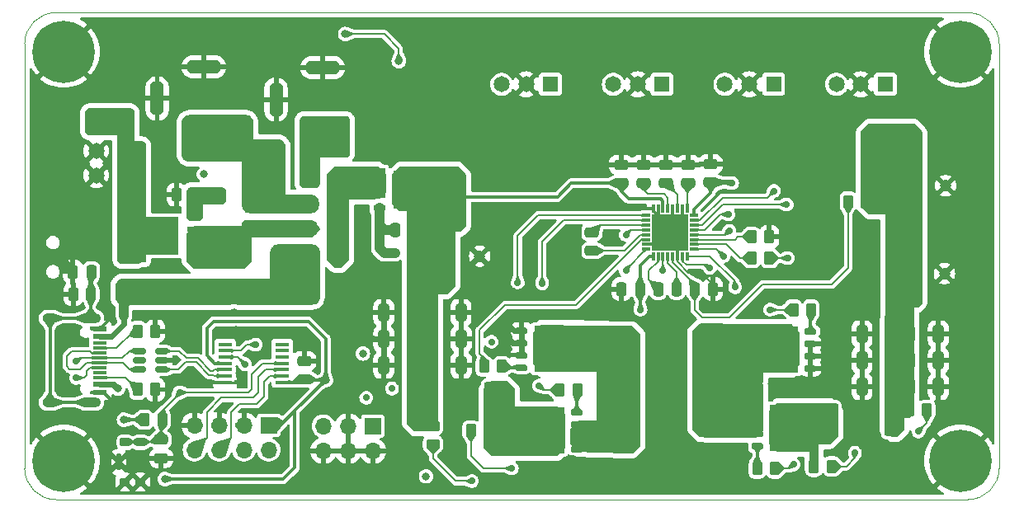
<source format=gbr>
%TF.GenerationSoftware,KiCad,Pcbnew,8.0.6*%
%TF.CreationDate,2026-01-03T17:25:47-08:00*%
%TF.ProjectId,USBPD_Board,55534250-445f-4426-9f61-72642e6b6963,A*%
%TF.SameCoordinates,PX5f5e100PY7270e00*%
%TF.FileFunction,Copper,L1,Top*%
%TF.FilePolarity,Positive*%
%FSLAX46Y46*%
G04 Gerber Fmt 4.6, Leading zero omitted, Abs format (unit mm)*
G04 Created by KiCad (PCBNEW 8.0.6) date 2026-01-03 17:25:47*
%MOMM*%
%LPD*%
G01*
G04 APERTURE LIST*
G04 Aperture macros list*
%AMRoundRect*
0 Rectangle with rounded corners*
0 $1 Rounding radius*
0 $2 $3 $4 $5 $6 $7 $8 $9 X,Y pos of 4 corners*
0 Add a 4 corners polygon primitive as box body*
4,1,4,$2,$3,$4,$5,$6,$7,$8,$9,$2,$3,0*
0 Add four circle primitives for the rounded corners*
1,1,$1+$1,$2,$3*
1,1,$1+$1,$4,$5*
1,1,$1+$1,$6,$7*
1,1,$1+$1,$8,$9*
0 Add four rect primitives between the rounded corners*
20,1,$1+$1,$2,$3,$4,$5,0*
20,1,$1+$1,$4,$5,$6,$7,0*
20,1,$1+$1,$6,$7,$8,$9,0*
20,1,$1+$1,$8,$9,$2,$3,0*%
G04 Aperture macros list end*
%TA.AperFunction,SMDPad,CuDef*%
%ADD10R,0.850000X0.300000*%
%TD*%
%TA.AperFunction,SMDPad,CuDef*%
%ADD11R,0.300000X0.850000*%
%TD*%
%TA.AperFunction,SMDPad,CuDef*%
%ADD12R,3.700000X3.700000*%
%TD*%
%TA.AperFunction,SMDPad,CuDef*%
%ADD13RoundRect,0.250000X0.475000X-0.250000X0.475000X0.250000X-0.475000X0.250000X-0.475000X-0.250000X0*%
%TD*%
%TA.AperFunction,ComponentPad*%
%ADD14R,1.200000X1.200000*%
%TD*%
%TA.AperFunction,ComponentPad*%
%ADD15C,1.200000*%
%TD*%
%TA.AperFunction,ComponentPad*%
%ADD16R,1.650000X1.650000*%
%TD*%
%TA.AperFunction,ComponentPad*%
%ADD17C,1.650000*%
%TD*%
%TA.AperFunction,SMDPad,CuDef*%
%ADD18RoundRect,0.250000X0.325000X0.650000X-0.325000X0.650000X-0.325000X-0.650000X0.325000X-0.650000X0*%
%TD*%
%TA.AperFunction,SMDPad,CuDef*%
%ADD19RoundRect,0.250000X0.262500X0.450000X-0.262500X0.450000X-0.262500X-0.450000X0.262500X-0.450000X0*%
%TD*%
%TA.AperFunction,SMDPad,CuDef*%
%ADD20RoundRect,0.250000X-0.325000X-0.650000X0.325000X-0.650000X0.325000X0.650000X-0.325000X0.650000X0*%
%TD*%
%TA.AperFunction,SMDPad,CuDef*%
%ADD21R,1.270000X0.610000*%
%TD*%
%TA.AperFunction,SMDPad,CuDef*%
%ADD22R,3.810000X3.910000*%
%TD*%
%TA.AperFunction,SMDPad,CuDef*%
%ADD23R,0.310000X0.255000*%
%TD*%
%TA.AperFunction,SMDPad,CuDef*%
%ADD24R,0.710000X0.610000*%
%TD*%
%TA.AperFunction,SMDPad,CuDef*%
%ADD25RoundRect,0.250000X-0.262500X-0.450000X0.262500X-0.450000X0.262500X0.450000X-0.262500X0.450000X0*%
%TD*%
%TA.AperFunction,SMDPad,CuDef*%
%ADD26RoundRect,0.225000X0.375000X-0.225000X0.375000X0.225000X-0.375000X0.225000X-0.375000X-0.225000X0*%
%TD*%
%TA.AperFunction,SMDPad,CuDef*%
%ADD27R,1.475000X0.450000*%
%TD*%
%TA.AperFunction,SMDPad,CuDef*%
%ADD28R,4.100000X3.000000*%
%TD*%
%TA.AperFunction,ComponentPad*%
%ADD29R,1.700000X1.700000*%
%TD*%
%TA.AperFunction,ComponentPad*%
%ADD30O,1.700000X1.700000*%
%TD*%
%TA.AperFunction,ComponentPad*%
%ADD31C,6.400000*%
%TD*%
%TA.AperFunction,SMDPad,CuDef*%
%ADD32RoundRect,0.250000X0.250000X0.475000X-0.250000X0.475000X-0.250000X-0.475000X0.250000X-0.475000X0*%
%TD*%
%TA.AperFunction,SMDPad,CuDef*%
%ADD33RoundRect,0.162500X0.437500X0.162500X-0.437500X0.162500X-0.437500X-0.162500X0.437500X-0.162500X0*%
%TD*%
%TA.AperFunction,SMDPad,CuDef*%
%ADD34R,4.500000X4.700000*%
%TD*%
%TA.AperFunction,SMDPad,CuDef*%
%ADD35RoundRect,0.175000X0.325000X0.175000X-0.325000X0.175000X-0.325000X-0.175000X0.325000X-0.175000X0*%
%TD*%
%TA.AperFunction,SMDPad,CuDef*%
%ADD36RoundRect,0.150000X0.512500X0.150000X-0.512500X0.150000X-0.512500X-0.150000X0.512500X-0.150000X0*%
%TD*%
%TA.AperFunction,SMDPad,CuDef*%
%ADD37RoundRect,0.225000X0.275000X-0.225000X0.275000X0.225000X-0.275000X0.225000X-0.275000X-0.225000X0*%
%TD*%
%TA.AperFunction,SMDPad,CuDef*%
%ADD38RoundRect,0.137500X0.137500X-0.712500X0.137500X0.712500X-0.137500X0.712500X-0.137500X-0.712500X0*%
%TD*%
%TA.AperFunction,SMDPad,CuDef*%
%ADD39RoundRect,0.250000X-0.362500X-1.425000X0.362500X-1.425000X0.362500X1.425000X-0.362500X1.425000X0*%
%TD*%
%TA.AperFunction,SMDPad,CuDef*%
%ADD40RoundRect,0.250000X-0.450000X0.262500X-0.450000X-0.262500X0.450000X-0.262500X0.450000X0.262500X0*%
%TD*%
%TA.AperFunction,SMDPad,CuDef*%
%ADD41RoundRect,0.250000X-0.250000X-0.475000X0.250000X-0.475000X0.250000X0.475000X-0.250000X0.475000X0*%
%TD*%
%TA.AperFunction,ComponentPad*%
%ADD42O,3.600000X1.400000*%
%TD*%
%TA.AperFunction,ComponentPad*%
%ADD43O,1.400000X3.600000*%
%TD*%
%TA.AperFunction,SMDPad,CuDef*%
%ADD44RoundRect,0.162500X-0.437500X-0.162500X0.437500X-0.162500X0.437500X0.162500X-0.437500X0.162500X0*%
%TD*%
%TA.AperFunction,SMDPad,CuDef*%
%ADD45RoundRect,0.175000X-0.325000X-0.175000X0.325000X-0.175000X0.325000X0.175000X-0.325000X0.175000X0*%
%TD*%
%TA.AperFunction,SMDPad,CuDef*%
%ADD46R,1.450000X0.600000*%
%TD*%
%TA.AperFunction,SMDPad,CuDef*%
%ADD47R,1.450000X0.300000*%
%TD*%
%TA.AperFunction,ComponentPad*%
%ADD48O,2.100000X1.000000*%
%TD*%
%TA.AperFunction,ComponentPad*%
%ADD49O,1.600000X1.000000*%
%TD*%
%TA.AperFunction,SMDPad,CuDef*%
%ADD50RoundRect,0.250000X-0.475000X0.250000X-0.475000X-0.250000X0.475000X-0.250000X0.475000X0.250000X0*%
%TD*%
%TA.AperFunction,ViaPad*%
%ADD51C,0.700000*%
%TD*%
%TA.AperFunction,ViaPad*%
%ADD52C,0.800000*%
%TD*%
%TA.AperFunction,ViaPad*%
%ADD53C,0.900000*%
%TD*%
%TA.AperFunction,Conductor*%
%ADD54C,0.300000*%
%TD*%
%TA.AperFunction,Conductor*%
%ADD55C,0.600000*%
%TD*%
%TA.AperFunction,Conductor*%
%ADD56C,0.500000*%
%TD*%
%TA.AperFunction,Conductor*%
%ADD57C,0.150000*%
%TD*%
%TA.AperFunction,Conductor*%
%ADD58C,0.200000*%
%TD*%
%TA.AperFunction,Conductor*%
%ADD59C,1.000000*%
%TD*%
%TA.AperFunction,Conductor*%
%ADD60C,0.166900*%
%TD*%
%TA.AperFunction,Conductor*%
%ADD61C,0.167000*%
%TD*%
%TA.AperFunction,Profile*%
%ADD62C,0.050000*%
%TD*%
G04 APERTURE END LIST*
D10*
%TO.P,SMPS1,1,NSHUTDOWN*%
%TO.N,/Interfaces/RST_BTN*%
X68700000Y25700000D03*
%TO.P,SMPS1,2,ENABLE*%
%TO.N,/MCP19061/ENABLE*%
X68700000Y26200000D03*
%TO.P,SMPS1,3,ADR0*%
%TO.N,/MCP19061/ADR0*%
X68700000Y26700000D03*
%TO.P,SMPS1,4,SCL*%
%TO.N,/Interfaces/I2C1_SCL_HDR*%
X68700000Y27200000D03*
%TO.P,SMPS1,5,SDA*%
%TO.N,/Interfaces/I2C1_SDA_HDR*%
X68700000Y27700000D03*
%TO.P,SMPS1,6,NALERT*%
%TO.N,/Interfaces/I{slash}O_HDR0*%
X68700000Y28200000D03*
%TO.P,SMPS1,7,SYNC*%
%TO.N,/Interfaces/I{slash}O_HDR1*%
X68700000Y28700000D03*
%TO.P,SMPS1,8,VDD_IO*%
%TO.N,+3.3V*%
X68700000Y29200000D03*
D11*
%TO.P,SMPS1,9,DVDD*%
%TO.N,/MCP19061/DVDD*%
X68000000Y29900000D03*
%TO.P,SMPS1,10,GNDD*%
%TO.N,GND*%
X67500000Y29900000D03*
%TO.P,SMPS1,11,ADCREF*%
%TO.N,/MCP19061/ADCREF*%
X67000000Y29900000D03*
%TO.P,SMPS1,12,GNDA*%
%TO.N,GND*%
X66500000Y29900000D03*
%TO.P,SMPS1,13,AVDD*%
%TO.N,/MCP19061/AVDD*%
X66000000Y29900000D03*
%TO.P,SMPS1,14,VIN*%
%TO.N,+VIN_SMPS*%
X65500000Y29900000D03*
%TO.P,SMPS1,15,NC_1*%
%TO.N,GND*%
X65000000Y29900000D03*
%TO.P,SMPS1,16,NC_2*%
X64500000Y29900000D03*
D10*
%TO.P,SMPS1,17,ISPIN*%
%TO.N,/MCP19061/ISPIN*%
X63800000Y29200000D03*
%TO.P,SMPS1,18,ISNIN*%
%TO.N,/MCP19061/ISNIN*%
X63800000Y28700000D03*
%TO.P,SMPS1,19,HB1*%
%TO.N,/MCP19061/HB1*%
X63800000Y28200000D03*
%TO.P,SMPS1,20,HG1*%
%TO.N,/MCP19061/HG1*%
X63800000Y27700000D03*
%TO.P,SMPS1,21,HS1*%
%TO.N,/MCP19061/HS1*%
X63800000Y27200000D03*
%TO.P,SMPS1,22,LG1*%
%TO.N,/MCP19061/LG1*%
X63800000Y26700000D03*
%TO.P,SMPS1,23,GNDP*%
%TO.N,GND*%
X63800000Y26200000D03*
%TO.P,SMPS1,24,LG2*%
%TO.N,/MCP19061/LG2*%
X63800000Y25700000D03*
D11*
%TO.P,SMPS1,25,VDD(4.8-5.3V)*%
%TO.N,+5V*%
X64500000Y25000000D03*
%TO.P,SMPS1,26,HS2*%
%TO.N,/MCP19061/HS2*%
X65000000Y25000000D03*
%TO.P,SMPS1,27,HG2*%
%TO.N,/MCP19061/HG2*%
X65500000Y25000000D03*
%TO.P,SMPS1,28,HB2*%
%TO.N,/MCP19061/HB2*%
X66000000Y25000000D03*
%TO.P,SMPS1,29,VOUT*%
%TO.N,/MCP19061/VOUT*%
X66500000Y25000000D03*
%TO.P,SMPS1,30,VOUT_REF*%
%TO.N,GND*%
X67000000Y25000000D03*
%TO.P,SMPS1,31,ISNOUT*%
%TO.N,/MCP19061/ISNOUT*%
X67500000Y25000000D03*
%TO.P,SMPS1,32,ISPOUT*%
%TO.N,/MCP19061/ISPOUT*%
X68000000Y25000000D03*
D12*
%TO.P,SMPS1,33,EP*%
%TO.N,GND*%
X66250000Y27450000D03*
%TD*%
D13*
%TO.P,C32,1*%
%TO.N,+VIN_SMPS*%
X61200000Y32500000D03*
%TO.P,C32,2*%
%TO.N,GND*%
X61200000Y34400000D03*
%TD*%
D14*
%TO.P,C35,1,+*%
%TO.N,+VOUT_SMPS*%
X90987500Y32237500D03*
D15*
%TO.P,C35,2,-*%
%TO.N,GND*%
X94487500Y32237500D03*
%TD*%
D13*
%TO.P,C37,1*%
%TO.N,/MCP19061/DVDD*%
X68100000Y32500000D03*
%TO.P,C37,2*%
%TO.N,GND*%
X68100000Y34400000D03*
%TD*%
D16*
%TO.P,JST2,1,PWR+*%
%TO.N,+VOUT_SMPS*%
X65400000Y42650000D03*
D17*
%TO.P,JST2,2,PWR-*%
%TO.N,GND*%
X62900000Y42650000D03*
%TO.P,JST2,3,RST*%
%TO.N,/Interfaces/RST_BTN*%
X60400000Y42650000D03*
%TD*%
D18*
%TO.P,C58,1*%
%TO.N,+VOUT_SMPS*%
X88875000Y17000000D03*
%TO.P,C58,2*%
%TO.N,GND*%
X85925000Y17000000D03*
%TD*%
D19*
%TO.P,R32,1*%
%TO.N,/MCP19061/D_MS1*%
X47612500Y7100000D03*
%TO.P,R32,2*%
%TO.N,/MCP19061/ISNIN*%
X45787500Y7100000D03*
%TD*%
D13*
%TO.P,C38,1*%
%TO.N,/MCP19061/AVDD*%
X63500000Y32500000D03*
%TO.P,C38,2*%
%TO.N,GND*%
X63500000Y34400000D03*
%TD*%
D20*
%TO.P,C42,1*%
%TO.N,+VIN_SMPS*%
X41825000Y19200000D03*
%TO.P,C42,2*%
%TO.N,GND*%
X44775000Y19200000D03*
%TD*%
D21*
%TO.P,M3,1,S*%
%TO.N,/Power_IO/PWR+_PP*%
X17270000Y25195000D03*
%TO.P,M3,2,S*%
X17270000Y26465000D03*
%TO.P,M3,3,S*%
X17270000Y27735000D03*
%TO.P,M3,4,G*%
%TO.N,/Power_IO/MOSFET_PWR*%
X17270000Y29005000D03*
D22*
%TO.P,M3,5,D*%
%TO.N,/Power_IO/PWR+*%
X13910000Y27100000D03*
D23*
X12160000Y25017000D03*
X12160000Y29183000D03*
D24*
X11650000Y25195000D03*
X11650000Y26465000D03*
X11650000Y27735000D03*
X11650000Y29005000D03*
%TD*%
D14*
%TO.P,C51,1,+*%
%TO.N,+VOUT_SMPS*%
X90887500Y23200000D03*
D15*
%TO.P,C51,2,-*%
%TO.N,GND*%
X94387500Y23200000D03*
%TD*%
D25*
%TO.P,R36,1*%
%TO.N,/MCP19061/D_MS3*%
X80987500Y3400000D03*
%TO.P,R36,2*%
%TO.N,/MCP19061/ISPOUT*%
X82812500Y3400000D03*
%TD*%
D26*
%TO.P,D3,1,K*%
%TO.N,/Power_IO/PWR+_PP*%
X19800000Y27650000D03*
%TO.P,D3,2,A*%
%TO.N,/Power_IO/MOSFET_PWR*%
X19800000Y30950000D03*
%TD*%
D19*
%TO.P,R41,1*%
%TO.N,/MCP19061/GATE2*%
X48962500Y13700000D03*
%TO.P,R41,2*%
%TO.N,/MCP19061/LG1*%
X47137500Y13700000D03*
%TD*%
D20*
%TO.P,C59,1*%
%TO.N,+VOUT_SMPS*%
X90800000Y17000000D03*
%TO.P,C59,2*%
%TO.N,GND*%
X93750000Y17000000D03*
%TD*%
D16*
%TO.P,JST1,1,PWR+*%
%TO.N,+VOUT_SMPS*%
X53950000Y42650000D03*
D17*
%TO.P,JST1,2,PWR-*%
%TO.N,GND*%
X51450000Y42650000D03*
%TO.P,JST1,3,RST*%
%TO.N,/Interfaces/RST_BTN*%
X48950000Y42650000D03*
%TD*%
D13*
%TO.P,C36,1*%
%TO.N,/MCP19061/ADCREF*%
X65800000Y32500000D03*
%TO.P,C36,2*%
%TO.N,GND*%
X65800000Y34400000D03*
%TD*%
D19*
%TO.P,R40,1*%
%TO.N,/MCP19061/GATE1*%
X56700000Y11280000D03*
%TO.P,R40,2*%
%TO.N,/MCP19061/HG1*%
X54875000Y11280000D03*
%TD*%
D20*
%TO.P,C56,1*%
%TO.N,+VOUT_SMPS*%
X90800000Y11600000D03*
%TO.P,C56,2*%
%TO.N,GND*%
X93750000Y11600000D03*
%TD*%
D27*
%TO.P,IC1,1,VDD*%
%TO.N,+3.3V*%
X26438000Y12050000D03*
%TO.P,IC1,2,GP0*%
%TO.N,/Interfaces/I{slash}O_HDR2*%
X26438000Y12700000D03*
%TO.P,IC1,3,GP1*%
%TO.N,/Interfaces/I{slash}O_HDR3*%
X26438000Y13350000D03*
%TO.P,IC1,4,~{RST}*%
%TO.N,/Interfaces/RST_BTN*%
X26438000Y14000000D03*
%TO.P,IC1,5,URX*%
%TO.N,unconnected-(IC1-URX-Pad5)*%
X26438000Y14650000D03*
%TO.P,IC1,6,UTX*%
%TO.N,unconnected-(IC1-UTX-Pad6)*%
X26438000Y15300000D03*
%TO.P,IC1,7,GP2*%
%TO.N,/USB/GP2*%
X26438000Y15950000D03*
%TO.P,IC1,8,GP3*%
%TO.N,/USB/GP3*%
X20562000Y15950000D03*
%TO.P,IC1,9,SDA*%
%TO.N,/Interfaces/I2C1_SDA_HDR*%
X20562000Y15300000D03*
%TO.P,IC1,10,SCL*%
%TO.N,/Interfaces/I2C1_SCL_HDR*%
X20562000Y14650000D03*
%TO.P,IC1,11,VUSB*%
%TO.N,+3.3V*%
X20562000Y14000000D03*
%TO.P,IC1,12,D-*%
%TO.N,/USB/USB_D1+*%
X20562000Y13350000D03*
%TO.P,IC1,13,D+*%
%TO.N,/USB/USB_D1-*%
X20562000Y12700000D03*
%TO.P,IC1,14,VSS*%
%TO.N,GND*%
X20562000Y12050000D03*
%TD*%
D25*
%TO.P,R65,1*%
%TO.N,/MCP19061/ADR0*%
X74587500Y27000000D03*
%TO.P,R65,2*%
%TO.N,GND*%
X76412500Y27000000D03*
%TD*%
D13*
%TO.P,C3,1*%
%TO.N,+3.3V*%
X28700000Y12350000D03*
%TO.P,C3,2*%
%TO.N,GND*%
X28700000Y14250000D03*
%TD*%
D25*
%TO.P,R7,1*%
%TO.N,/USB/CC2*%
X11587500Y11300000D03*
%TO.P,R7,2*%
%TO.N,GND*%
X13412500Y11300000D03*
%TD*%
D28*
%TO.P,L2,1,1*%
%TO.N,/MCP19061/D_MS2*%
X61050000Y11400000D03*
%TO.P,L2,2,2*%
%TO.N,/MCP19061/D_MS4*%
X70550000Y11400000D03*
%TD*%
D18*
%TO.P,C55,1*%
%TO.N,+VOUT_SMPS*%
X88875000Y11600000D03*
%TO.P,C55,2*%
%TO.N,GND*%
X85925000Y11600000D03*
%TD*%
D25*
%TO.P,R29,1*%
%TO.N,/MCP19061/VOUT*%
X84487500Y30600000D03*
%TO.P,R29,2*%
%TO.N,+VOUT_SMPS*%
X86312500Y30600000D03*
%TD*%
D29*
%TO.P,J10,1,Pin_1*%
%TO.N,/Power_IO/CONN1+*%
X29325000Y32900000D03*
D30*
%TO.P,J10,2,Pin_2*%
%TO.N,/Power_IO/+VIN_S*%
X31865000Y32900000D03*
%TO.P,J10,3,Pin_3*%
%TO.N,/Power_IO/CONN2+*%
X29325000Y30360000D03*
%TO.P,J10,4,Pin_4*%
%TO.N,/Power_IO/+VIN_S*%
X31865000Y30360000D03*
%TO.P,J10,5,Pin_5*%
%TO.N,/Power_IO/PWR+_PP*%
X29325000Y27820000D03*
%TO.P,J10,6,Pin_6*%
%TO.N,/Power_IO/+VIN_S*%
X31865000Y27820000D03*
%TO.P,J10,7,Pin_7*%
%TO.N,VBUS_PWR+*%
X29325000Y25280000D03*
%TO.P,J10,8,Pin_8*%
%TO.N,/Power_IO/+VIN_S*%
X31865000Y25280000D03*
%TD*%
D16*
%TO.P,JST5,1,PWR+*%
%TO.N,/Power_IO/PWR+*%
X7350000Y38300000D03*
D17*
%TO.P,JST5,2,PWR-*%
%TO.N,GND*%
X7350000Y35800000D03*
%TO.P,JST5,3,RST*%
X7350000Y33300000D03*
%TD*%
D31*
%TO.P,H3,1,1*%
%TO.N,GND*%
X96000000Y46000000D03*
%TD*%
D19*
%TO.P,R27,1*%
%TO.N,/Interfaces/RST_BTN*%
X14112500Y8200000D03*
%TO.P,R27,2*%
%TO.N,+3.3V*%
X12287500Y8200000D03*
%TD*%
D31*
%TO.P,H1,1,1*%
%TO.N,GND*%
X4000000Y46000000D03*
%TD*%
D20*
%TO.P,C60,1*%
%TO.N,+VOUT_SMPS*%
X90800000Y14300000D03*
%TO.P,C60,2*%
%TO.N,GND*%
X93750000Y14300000D03*
%TD*%
D21*
%TO.P,M1,1,S*%
%TO.N,/Power_IO/+VIN_S*%
X36400000Y33740000D03*
%TO.P,M1,2,S*%
X36400000Y32470000D03*
%TO.P,M1,3,S*%
X36400000Y31200000D03*
%TO.P,M1,4,G*%
%TO.N,/Power_IO/ONF_GATE*%
X36400000Y29930000D03*
D22*
%TO.P,M1,5,D*%
%TO.N,+VIN_SMPS*%
X39760000Y31835000D03*
D23*
X41510000Y33918000D03*
X41510000Y29752000D03*
D24*
X42020000Y33740000D03*
X42020000Y32470000D03*
X42020000Y31200000D03*
X42020000Y29930000D03*
%TD*%
D19*
%TO.P,R39,1*%
%TO.N,Net-(J3-SHIELD)*%
X6812500Y21100000D03*
%TO.P,R39,2*%
%TO.N,GND*%
X4987500Y21100000D03*
%TD*%
D32*
%TO.P,C1,1*%
%TO.N,+VIN_SMPS*%
X39950000Y27700000D03*
%TO.P,C1,2*%
%TO.N,/Power_IO/ONF_GATE*%
X38050000Y27700000D03*
%TD*%
D16*
%TO.P,JST3,1,PWR+*%
%TO.N,+VOUT_SMPS*%
X76850000Y42650000D03*
D17*
%TO.P,JST3,2,PWR-*%
%TO.N,GND*%
X74350000Y42650000D03*
%TO.P,JST3,3,RST*%
%TO.N,/Interfaces/RST_BTN*%
X71850000Y42650000D03*
%TD*%
D33*
%TO.P,MS1,1,S_1*%
%TO.N,/MCP19061/D_MS2*%
X56650000Y5200000D03*
%TO.P,MS1,2,S_2*%
X56650000Y6470000D03*
%TO.P,MS1,3,S_3*%
X56650000Y7740000D03*
%TO.P,MS1,4,G*%
%TO.N,/MCP19061/GATE1*%
X56650000Y9010000D03*
D34*
%TO.P,MS1,5,D_1*%
%TO.N,/MCP19061/D_MS1*%
X53150000Y7105000D03*
D35*
X50900000Y5110000D03*
X50900000Y6440000D03*
X50900000Y7770000D03*
X50900000Y9100000D03*
%TD*%
D36*
%TO.P,U2,1,I/O1*%
%TO.N,/USB/USB_D1-*%
X14037500Y13350000D03*
%TO.P,U2,2,GND*%
%TO.N,GND*%
X14037500Y14300000D03*
%TO.P,U2,3,I/O2*%
%TO.N,/USB/USB_D1+*%
X14037500Y15250000D03*
%TO.P,U2,4,I/O2*%
%TO.N,/USB/USB_D2+*%
X11762500Y15250000D03*
%TO.P,U2,5,VBUS*%
%TO.N,unconnected-(U2-VBUS-Pad5)*%
X11762500Y14300000D03*
%TO.P,U2,6,I/O1*%
%TO.N,/USB/USB_D2-*%
X11762500Y13350000D03*
%TD*%
D13*
%TO.P,C30,1*%
%TO.N,GND*%
X14000000Y4250000D03*
%TO.P,C30,2*%
%TO.N,/Interfaces/RST_BTN*%
X14000000Y6150000D03*
%TD*%
D18*
%TO.P,C39,1*%
%TO.N,+VIN_SMPS*%
X39800000Y13800000D03*
%TO.P,C39,2*%
%TO.N,GND*%
X36850000Y13800000D03*
%TD*%
D20*
%TO.P,C44,1*%
%TO.N,+VIN_SMPS*%
X41850000Y13800000D03*
%TO.P,C44,2*%
%TO.N,GND*%
X44800000Y13800000D03*
%TD*%
D29*
%TO.P,J1,1,Pin_1*%
%TO.N,+3.3V*%
X25040000Y7640000D03*
D30*
%TO.P,J1,2,Pin_2*%
%TO.N,/Interfaces/I{slash}O_HDR0*%
X25040000Y5100000D03*
%TO.P,J1,3,Pin_3*%
%TO.N,GND*%
X22500000Y7640000D03*
%TO.P,J1,4,Pin_4*%
%TO.N,/Interfaces/I{slash}O_HDR1*%
X22500000Y5100000D03*
%TO.P,J1,5,Pin_5*%
%TO.N,GND*%
X19960000Y7640000D03*
%TO.P,J1,6,Pin_6*%
%TO.N,/Interfaces/I{slash}O_HDR2*%
X19960000Y5100000D03*
%TO.P,J1,7,Pin_7*%
%TO.N,GND*%
X17420000Y7640000D03*
%TO.P,J1,8,Pin_8*%
%TO.N,/Interfaces/I{slash}O_HDR3*%
X17420000Y5100000D03*
%TD*%
D37*
%TO.P,U6,1,1*%
%TO.N,/Interfaces/RST_BTN*%
X10300000Y5900000D03*
%TO.P,U6,2,2*%
X11900000Y5900000D03*
%TO.P,U6,3,3*%
%TO.N,GND*%
X11900000Y1800000D03*
%TO.P,U6,4,4*%
X10300000Y1800000D03*
D38*
%TO.P,U6,5,GND*%
X9650000Y3850000D03*
%TD*%
D18*
%TO.P,C40,1*%
%TO.N,+VIN_SMPS*%
X39800000Y16500000D03*
%TO.P,C40,2*%
%TO.N,GND*%
X36850000Y16500000D03*
%TD*%
D16*
%TO.P,JST4,1,PWR+*%
%TO.N,+VOUT_SMPS*%
X88300000Y42650000D03*
D17*
%TO.P,JST4,2,PWR-*%
%TO.N,GND*%
X85800000Y42650000D03*
%TO.P,JST4,3,RST*%
%TO.N,/Interfaces/RST_BTN*%
X83300000Y42650000D03*
%TD*%
D32*
%TO.P,C54,1*%
%TO.N,Net-(J3-SHIELD)*%
X6850000Y23400000D03*
%TO.P,C54,2*%
%TO.N,GND*%
X4950000Y23400000D03*
%TD*%
D39*
%TO.P,R35,1*%
%TO.N,/MCP19061/D_MS3*%
X82900000Y8200000D03*
%TO.P,R35,2*%
%TO.N,+VOUT_SMPS*%
X88825000Y8200000D03*
%TD*%
D33*
%TO.P,MS4,1,S_1*%
%TO.N,GND*%
X80650000Y13470000D03*
%TO.P,MS4,2,S_2*%
X80650000Y14740000D03*
%TO.P,MS4,3,S_3*%
X80650000Y16010000D03*
%TO.P,MS4,4,G*%
%TO.N,/MCP19061/GATE4*%
X80650000Y17280000D03*
D34*
%TO.P,MS4,5,D_1*%
%TO.N,/MCP19061/D_MS4*%
X77150000Y15375000D03*
D35*
X74900000Y13380000D03*
X74900000Y14710000D03*
X74900000Y16040000D03*
X74900000Y17370000D03*
%TD*%
D32*
%TO.P,C34,1*%
%TO.N,/MCP19061/HB2*%
X66900000Y21600000D03*
%TO.P,C34,2*%
%TO.N,/MCP19061/HS2*%
X65000000Y21600000D03*
%TD*%
D20*
%TO.P,C43,1*%
%TO.N,+VIN_SMPS*%
X41850000Y16500000D03*
%TO.P,C43,2*%
%TO.N,GND*%
X44800000Y16500000D03*
%TD*%
D25*
%TO.P,R22,1*%
%TO.N,GND*%
X15587500Y31300000D03*
%TO.P,R22,2*%
%TO.N,/Power_IO/MOSFET_PWR*%
X17412500Y31300000D03*
%TD*%
D31*
%TO.P,H2,1,1*%
%TO.N,GND*%
X4000000Y4000000D03*
%TD*%
D40*
%TO.P,R31,1*%
%TO.N,+VIN_SMPS*%
X41900000Y7512500D03*
%TO.P,R31,2*%
%TO.N,/MCP19061/ISPIN*%
X41900000Y5687500D03*
%TD*%
D25*
%TO.P,R8,1*%
%TO.N,/USB/CC1*%
X11587500Y17300000D03*
%TO.P,R8,2*%
%TO.N,GND*%
X13412500Y17300000D03*
%TD*%
D41*
%TO.P,C33,1*%
%TO.N,/MCP19061/VOUT*%
X68750000Y21600000D03*
%TO.P,C33,2*%
%TO.N,GND*%
X70650000Y21600000D03*
%TD*%
D19*
%TO.P,R43,1*%
%TO.N,/MCP19061/GATE4*%
X80712500Y19500000D03*
%TO.P,R43,2*%
%TO.N,/MCP19061/LG2*%
X78887500Y19500000D03*
%TD*%
D13*
%TO.P,C50,1*%
%TO.N,+3.3V*%
X70400000Y32550000D03*
%TO.P,C50,2*%
%TO.N,GND*%
X70400000Y34450000D03*
%TD*%
D14*
%TO.P,C45,1,+*%
%TO.N,+VIN_SMPS*%
X43200000Y25000000D03*
D15*
%TO.P,C45,2,-*%
%TO.N,GND*%
X46700000Y25000000D03*
%TD*%
D31*
%TO.P,H4,1,1*%
%TO.N,GND*%
X96000000Y4000000D03*
%TD*%
D42*
%TO.P,CONN1,A*%
%TO.N,/Power_IO/CONN2+*%
X18400000Y38187500D03*
%TO.P,CONN1,B*%
%TO.N,GND*%
X18400000Y44437500D03*
D43*
%TO.P,CONN1,C*%
X13600000Y41187500D03*
%TD*%
D18*
%TO.P,C57,1*%
%TO.N,+VOUT_SMPS*%
X88875000Y14300000D03*
%TO.P,C57,2*%
%TO.N,GND*%
X85925000Y14300000D03*
%TD*%
D39*
%TO.P,R33,1*%
%TO.N,+VIN_SMPS*%
X41837500Y10400000D03*
%TO.P,R33,2*%
%TO.N,/MCP19061/D_MS1*%
X47762500Y10400000D03*
%TD*%
D32*
%TO.P,C2,1*%
%TO.N,+5V*%
X63150000Y21600000D03*
%TO.P,C2,2*%
%TO.N,GND*%
X61250000Y21600000D03*
%TD*%
D18*
%TO.P,C41,1*%
%TO.N,+VIN_SMPS*%
X39800000Y19200000D03*
%TO.P,C41,2*%
%TO.N,GND*%
X36850000Y19200000D03*
%TD*%
D42*
%TO.P,CONN2,A*%
%TO.N,/Power_IO/CONN1+*%
X30600000Y38087500D03*
%TO.P,CONN2,B*%
%TO.N,GND*%
X30600000Y44337500D03*
D43*
%TO.P,CONN2,C*%
X25800000Y41087500D03*
%TD*%
D44*
%TO.P,MS3,1,S_1*%
%TO.N,/MCP19061/D_MS4*%
X75200000Y9270000D03*
%TO.P,MS3,2,S_2*%
X75200000Y8000000D03*
%TO.P,MS3,3,S_3*%
X75200000Y6730000D03*
%TO.P,MS3,4,G*%
%TO.N,/MCP19061/GATE3*%
X75200000Y5460000D03*
D34*
%TO.P,MS3,5,D_1*%
%TO.N,/MCP19061/D_MS3*%
X78700000Y7365000D03*
D45*
X80950000Y9360000D03*
X80950000Y8030000D03*
X80950000Y6700000D03*
X80950000Y5370000D03*
%TD*%
D46*
%TO.P,J3,A1,GND*%
%TO.N,GND*%
X7695000Y17540000D03*
%TO.P,J3,A4,VBUS*%
%TO.N,VBUS_PWR+*%
X7695000Y16740000D03*
D47*
%TO.P,J3,A5,CC1*%
%TO.N,/USB/CC1*%
X7695000Y15540000D03*
%TO.P,J3,A6,D+*%
%TO.N,/USB/USB_D2+*%
X7695000Y14540000D03*
%TO.P,J3,A7,D-*%
%TO.N,/USB/USB_D2-*%
X7695000Y14040000D03*
%TO.P,J3,A8,SBU1*%
%TO.N,unconnected-(J3-SBU1-PadA8)*%
X7695000Y13040000D03*
D46*
%TO.P,J3,A9,VBUS*%
%TO.N,VBUS_PWR+*%
X7695000Y11840000D03*
%TO.P,J3,A12,GND*%
%TO.N,GND*%
X7695000Y11040000D03*
%TO.P,J3,B1,GND*%
X7695000Y11040000D03*
%TO.P,J3,B4,VBUS*%
%TO.N,VBUS_PWR+*%
X7695000Y11840000D03*
D47*
%TO.P,J3,B5,CC2*%
%TO.N,/USB/CC2*%
X7695000Y12540000D03*
%TO.P,J3,B6,D+*%
%TO.N,/USB/USB_D2+*%
X7695000Y13540000D03*
%TO.P,J3,B7,D-*%
%TO.N,/USB/USB_D2-*%
X7695000Y15040000D03*
%TO.P,J3,B8,SBU2*%
%TO.N,unconnected-(J3-SBU2-PadB8)*%
X7695000Y16040000D03*
D46*
%TO.P,J3,B9,VBUS*%
%TO.N,VBUS_PWR+*%
X7695000Y16740000D03*
%TO.P,J3,B12,GND*%
%TO.N,GND*%
X7695000Y17540000D03*
D48*
%TO.P,J3,S1,SHIELD*%
%TO.N,Net-(J3-SHIELD)*%
X6780000Y18610000D03*
D49*
X2600000Y18610000D03*
D48*
X6780000Y9970000D03*
D49*
X2600000Y9970000D03*
%TD*%
D29*
%TO.P,J6,1,Pin_1*%
%TO.N,/Interfaces/I2C1_SDA_HDR*%
X35725000Y7550000D03*
D30*
%TO.P,J6,2,Pin_2*%
%TO.N,GND*%
X35725000Y5010000D03*
%TO.P,J6,3,Pin_3*%
X33185000Y7550000D03*
%TO.P,J6,4,Pin_4*%
X33185000Y5010000D03*
%TO.P,J6,5,Pin_5*%
%TO.N,/Interfaces/I2C1_SCL_HDR*%
X30645000Y7550000D03*
%TO.P,J6,6,Pin_6*%
%TO.N,GND*%
X30645000Y5010000D03*
%TD*%
D44*
%TO.P,MS2,1,S_1*%
%TO.N,GND*%
X51000000Y17390000D03*
%TO.P,MS2,2,S_2*%
X51000000Y16120000D03*
%TO.P,MS2,3,S_3*%
X51000000Y14850000D03*
%TO.P,MS2,4,G*%
%TO.N,/MCP19061/GATE2*%
X51000000Y13580000D03*
D34*
%TO.P,MS2,5,D_1*%
%TO.N,/MCP19061/D_MS2*%
X54500000Y15485000D03*
D45*
X56750000Y17480000D03*
X56750000Y16150000D03*
X56750000Y14820000D03*
X56750000Y13490000D03*
%TD*%
D19*
%TO.P,R4,1*%
%TO.N,+3.3V*%
X76412500Y24800000D03*
%TO.P,R4,2*%
%TO.N,/MCP19061/ENABLE*%
X74587500Y24800000D03*
%TD*%
D25*
%TO.P,R42,1*%
%TO.N,/MCP19061/GATE3*%
X75162500Y3200000D03*
%TO.P,R42,2*%
%TO.N,/MCP19061/HG2*%
X76987500Y3200000D03*
%TD*%
%TO.P,R34,1*%
%TO.N,+VOUT_SMPS*%
X90762500Y9200000D03*
%TO.P,R34,2*%
%TO.N,/MCP19061/ISNOUT*%
X92587500Y9200000D03*
%TD*%
D50*
%TO.P,C6,1*%
%TO.N,/MCP19061/HB1*%
X58200000Y27450000D03*
%TO.P,C6,2*%
%TO.N,/MCP19061/HS1*%
X58200000Y25550000D03*
%TD*%
D51*
%TO.N,GND*%
X53400000Y20900000D03*
X5200000Y16400000D03*
X78300000Y31600000D03*
X61200000Y2200000D03*
X76600000Y11900000D03*
X82400000Y12600000D03*
D52*
X63800000Y18100000D03*
X98000000Y41000000D03*
D51*
X89300000Y4100000D03*
D52*
X86500000Y19500000D03*
D51*
X3900000Y12700000D03*
D52*
X86500000Y23500000D03*
D51*
X14400000Y33100000D03*
X49400000Y1900000D03*
X61400000Y19800000D03*
X16000000Y9700000D03*
D52*
X16800000Y33600000D03*
X44600000Y48300000D03*
D51*
X47200000Y1100000D03*
D52*
X98000000Y11000000D03*
D51*
X32300000Y11300000D03*
X78900000Y29300000D03*
X33700000Y16200000D03*
X1600000Y42000000D03*
D52*
X35800000Y24100000D03*
D51*
X72700000Y24300000D03*
D52*
X98000000Y36000000D03*
D51*
X86800000Y3500000D03*
X4400000Y11300000D03*
X10900000Y9300000D03*
D52*
X34400000Y26200000D03*
X96500000Y17000000D03*
D51*
X79400000Y24000000D03*
X35200000Y16400000D03*
D52*
X45000000Y42400000D03*
D51*
X65200000Y26400000D03*
X25700000Y10100000D03*
D52*
X39600000Y42600000D03*
D51*
X69200000Y23300000D03*
D52*
X98000000Y13500000D03*
D51*
X2900000Y22000000D03*
X82400000Y14000000D03*
X47400000Y34600000D03*
D52*
X51800000Y25700000D03*
D51*
X75900000Y29300000D03*
X56600000Y2200000D03*
X82400000Y15300000D03*
X83800000Y5200000D03*
D52*
X21700000Y17400000D03*
D51*
X39600000Y45700000D03*
D52*
X59400000Y19500000D03*
X74700000Y19200000D03*
D51*
X79400000Y2300000D03*
D52*
X86500000Y21500000D03*
D51*
X51100000Y2100000D03*
D52*
X96500000Y9500000D03*
D51*
X73900000Y32000000D03*
D52*
X6900000Y7900000D03*
D51*
X33800000Y9900000D03*
D52*
X14400000Y36500000D03*
X98000000Y21000000D03*
X86500000Y25500000D03*
D51*
X80900000Y11900000D03*
D52*
X54600000Y25700000D03*
D51*
X91200000Y2300000D03*
D52*
X86500000Y27500000D03*
D51*
X85200000Y2300000D03*
D52*
X96500000Y27000000D03*
D51*
X58900000Y2200000D03*
X77200000Y20500000D03*
D52*
X8000000Y6300000D03*
D51*
X38100000Y8600000D03*
X86400000Y5700000D03*
X54100000Y2200000D03*
D52*
X41900000Y48300000D03*
D51*
X65700000Y2200000D03*
X50900000Y37300000D03*
D52*
X8400000Y20300000D03*
D51*
X51800000Y22700000D03*
D52*
X98000000Y18500000D03*
X82000000Y30500000D03*
X98000000Y23500000D03*
X9700000Y9900000D03*
X67000000Y19800000D03*
D51*
X94000000Y7900000D03*
X74300000Y22300000D03*
X40000000Y1300000D03*
D52*
X9000000Y47500000D03*
D51*
X83500000Y13200000D03*
D52*
X96000000Y37500000D03*
D51*
X63500000Y2200000D03*
X78200000Y1600000D03*
X70400000Y2300000D03*
D52*
X59500000Y21100000D03*
D51*
X52700000Y3000000D03*
D52*
X31100000Y48800000D03*
X96000000Y40000000D03*
X37900000Y23900000D03*
D51*
X88400000Y2300000D03*
X60000000Y27100000D03*
X42100000Y1300000D03*
X74200000Y29300000D03*
D52*
X41300000Y44200000D03*
D51*
X77400000Y29300000D03*
D52*
X70700000Y19800000D03*
X37000000Y45500000D03*
D51*
X39500000Y5900000D03*
X13400000Y1100000D03*
D52*
X96500000Y12000000D03*
D51*
X83500000Y14500000D03*
X72900000Y2300000D03*
D52*
X34300000Y48700000D03*
X98000000Y28500000D03*
X14400000Y34800000D03*
D51*
X36500000Y10700000D03*
D52*
X34500000Y29700000D03*
D53*
X34500000Y28100000D03*
D51*
X45000000Y3000000D03*
X49100000Y17100000D03*
X40200000Y3600000D03*
X45500000Y37000000D03*
D52*
X21500000Y19200000D03*
D51*
X17500000Y10000000D03*
D52*
X96500000Y19500000D03*
D51*
X75400000Y32100000D03*
X77500000Y10900000D03*
X67350000Y28550000D03*
X49600000Y32400000D03*
X49300000Y18300000D03*
D52*
X39300000Y48300000D03*
X82800000Y32300000D03*
D51*
X71200000Y28000000D03*
X53500000Y10400000D03*
D52*
X98000000Y31000000D03*
D51*
X91500000Y5600000D03*
D52*
X96500000Y14500000D03*
D51*
X83500000Y11900000D03*
X78200000Y26400000D03*
D52*
X98000000Y38500000D03*
X47100000Y20300000D03*
D51*
X65150000Y28550000D03*
X2900000Y25000000D03*
X4000000Y17200000D03*
X11800000Y4300000D03*
X12100000Y23500000D03*
X46500000Y19100000D03*
X64400000Y20100000D03*
X80400000Y25300000D03*
D52*
X98000000Y16000000D03*
D51*
X49500000Y23200000D03*
X15200000Y1100000D03*
D52*
X98000000Y26000000D03*
D51*
X51200000Y35200000D03*
X30700000Y10700000D03*
X23000000Y15000000D03*
X82300000Y11200000D03*
X24500000Y17300000D03*
X68000000Y2200000D03*
D52*
X49400000Y21300000D03*
X98000000Y33500000D03*
X45000000Y44300000D03*
D51*
X54200000Y23000000D03*
D52*
X98000000Y8500000D03*
%TO.N,+5V*%
X18400000Y33400000D03*
D51*
X63200000Y19500000D03*
D52*
%TO.N,+VIN_SMPS*%
X41700000Y21200000D03*
X34700000Y15000000D03*
D51*
%TO.N,+3.3V*%
X72600000Y32500000D03*
D52*
X10200000Y8200000D03*
X30900000Y12300000D03*
X14400000Y2100000D03*
D51*
X78300000Y24800000D03*
%TO.N,/Interfaces/RST_BTN*%
X71700000Y25000000D03*
X15900000Y11000000D03*
D52*
%TO.N,+VOUT_SMPS*%
X88900000Y35700000D03*
X87300000Y34200000D03*
X90600000Y37200000D03*
X88900000Y37200000D03*
X87300000Y35700000D03*
X87300000Y37200000D03*
D51*
%TO.N,/Interfaces/I2C1_SDA_HDR*%
X37700000Y11400000D03*
D52*
X41200000Y2400000D03*
D51*
X23700000Y15900000D03*
X72200000Y29300000D03*
%TO.N,/Interfaces/I2C1_SCL_HDR*%
X47900000Y16200000D03*
X22600000Y13900000D03*
X35050000Y10450000D03*
X72300000Y27600000D03*
%TO.N,/USB/USB_D2+*%
X5300000Y14200000D03*
X5300000Y12500000D03*
D52*
%TO.N,VBUS_PWR+*%
X9600000Y11400000D03*
X10200000Y18900000D03*
D51*
%TO.N,/MCP19061/ISPIN*%
X50600000Y22300000D03*
X45900000Y1900000D03*
%TO.N,/MCP19061/ISNIN*%
X50000000Y3200000D03*
X53100000Y22200000D03*
%TO.N,/MCP19061/ISNOUT*%
X70300000Y23800000D03*
X91700000Y7000000D03*
%TO.N,/MCP19061/ISPOUT*%
X85200000Y4800000D03*
X72900000Y21800000D03*
%TO.N,/MCP19061/HG1*%
X52800000Y11700000D03*
X61700000Y27200000D03*
%TO.N,/MCP19061/HG2*%
X65500000Y23500000D03*
X78900000Y3600000D03*
%TO.N,/MCP19061/LG2*%
X76500000Y19500000D03*
X61700000Y23500000D03*
%TO.N,/Interfaces/I{slash}O_HDR0*%
X78200000Y30300000D03*
%TO.N,/Interfaces/I{slash}O_HDR1*%
X76900000Y31700000D03*
D52*
%TO.N,Net-(R2-Pad2)*%
X32900000Y47800000D03*
X38400000Y45000000D03*
%TO.N,/Power_IO/ONF_GATE*%
X38000000Y25300000D03*
%TO.N,/Power_IO/+VIN_S*%
X34500000Y31800000D03*
X34500000Y33200000D03*
%TD*%
D54*
%TO.N,GND*%
X64500000Y29900000D02*
X64500000Y29625000D01*
X9200000Y9900000D02*
X8060000Y11040000D01*
D55*
X36850000Y13800000D02*
X36850000Y16500000D01*
D54*
X64500000Y29625000D02*
X66250000Y27875000D01*
X14037500Y14300000D02*
X15500000Y14300000D01*
D55*
X51000000Y16120000D02*
X51000000Y17390000D01*
X35300000Y16500000D02*
X35200000Y16400000D01*
D54*
X8700000Y20000000D02*
X8400000Y20300000D01*
X65000000Y28700000D02*
X65150000Y28550000D01*
D55*
X51000000Y17390000D02*
X50210000Y17390000D01*
D54*
X8700000Y18545000D02*
X8700000Y20000000D01*
D55*
X50210000Y17390000D02*
X49300000Y18300000D01*
D56*
X17420000Y7640000D02*
X17420000Y9920000D01*
D54*
X18050000Y12050000D02*
X20562000Y12050000D01*
D57*
X67000000Y25000000D02*
X67000000Y24425000D01*
D54*
X67300000Y28500000D02*
X66250000Y27450000D01*
X66500000Y29900000D02*
X66500000Y27700000D01*
X63800000Y26200000D02*
X65000000Y26200000D01*
X67000000Y26700000D02*
X66250000Y27450000D01*
D55*
X51000000Y14850000D02*
X51000000Y16120000D01*
D56*
X15860000Y7640000D02*
X15700000Y7800000D01*
D58*
X69400000Y23300000D02*
X70650000Y22050000D01*
D54*
X8060000Y11040000D02*
X7695000Y11040000D01*
D57*
X67000000Y24425000D02*
X68125000Y23300000D01*
D56*
X17420000Y9920000D02*
X17500000Y10000000D01*
D54*
X9700000Y9900000D02*
X9200000Y9900000D01*
X7695000Y17540000D02*
X8700000Y18545000D01*
X65150000Y28550000D02*
X66250000Y27450000D01*
X4987500Y21100000D02*
X3800000Y21100000D01*
D56*
X17420000Y7640000D02*
X15860000Y7640000D01*
X25040000Y9440000D02*
X25700000Y10100000D01*
D58*
X69200000Y23300000D02*
X69400000Y23300000D01*
D54*
X67500000Y29900000D02*
X67500000Y28700000D01*
X65000000Y29900000D02*
X65000000Y28700000D01*
D55*
X36850000Y16500000D02*
X35300000Y16500000D01*
D54*
X67350000Y28550000D02*
X67300000Y28500000D01*
D59*
X3350000Y25000000D02*
X2900000Y25000000D01*
D58*
X70650000Y22050000D02*
X70650000Y21600000D01*
D54*
X67500000Y28700000D02*
X67350000Y28550000D01*
X17700000Y12400000D02*
X18050000Y12050000D01*
X65000000Y26200000D02*
X65200000Y26400000D01*
X65200000Y26400000D02*
X66250000Y27450000D01*
X66500000Y27700000D02*
X66250000Y27450000D01*
D59*
X4950000Y23400000D02*
X3350000Y25000000D01*
D54*
X66250000Y27875000D02*
X66250000Y27450000D01*
D55*
X51000000Y16120000D02*
X50080000Y16120000D01*
X50080000Y16120000D02*
X49100000Y17100000D01*
D54*
X16600000Y12400000D02*
X17700000Y12400000D01*
X67000000Y25000000D02*
X67000000Y26700000D01*
D55*
X36850000Y16500000D02*
X36850000Y19200000D01*
D57*
X68125000Y23300000D02*
X69200000Y23300000D01*
D54*
X3800000Y21100000D02*
X2900000Y22000000D01*
%TO.N,+5V*%
X64100000Y25000000D02*
X63150000Y24050000D01*
X63150000Y19550000D02*
X63150000Y21600000D01*
X64500000Y25000000D02*
X64100000Y25000000D01*
X63200000Y19500000D02*
X63150000Y19550000D01*
X63150000Y24050000D02*
X63150000Y21600000D01*
D57*
%TO.N,/MCP19061/HB1*%
X63800000Y28200000D02*
X58950000Y28200000D01*
X58950000Y28200000D02*
X58200000Y27450000D01*
%TO.N,/MCP19061/HS1*%
X63175000Y27200000D02*
X61525000Y25550000D01*
X63800000Y27200000D02*
X63175000Y27200000D01*
X61525000Y25550000D02*
X58200000Y25550000D01*
D54*
%TO.N,+VIN_SMPS*%
X56100000Y32500000D02*
X54700000Y31100000D01*
X61200000Y31700000D02*
X61200000Y32500000D01*
X62000000Y30900000D02*
X61200000Y31700000D01*
X54700000Y31100000D02*
X40495000Y31100000D01*
X40495000Y31100000D02*
X39760000Y31835000D01*
X65500000Y30675000D02*
X65275000Y30900000D01*
X61200000Y32500000D02*
X56100000Y32500000D01*
X65275000Y30900000D02*
X62000000Y30900000D01*
X65500000Y29900000D02*
X65500000Y30675000D01*
%TO.N,+3.3V*%
X28400000Y12050000D02*
X28700000Y12350000D01*
D57*
X78300000Y24800000D02*
X76412500Y24800000D01*
D54*
X30900000Y12300000D02*
X28750000Y12300000D01*
X27700000Y3300000D02*
X26500000Y2100000D01*
X68700000Y29200000D02*
X68700000Y29800000D01*
X27700000Y9100000D02*
X26240000Y7640000D01*
X70400000Y31500000D02*
X70400000Y32550000D01*
X10200000Y8200000D02*
X12287500Y8200000D01*
X19524500Y14000000D02*
X20562000Y14000000D01*
X30900000Y12300000D02*
X30900000Y16500000D01*
X27700000Y9100000D02*
X27700000Y3300000D01*
X18700000Y17600000D02*
X18700000Y14824500D01*
D56*
X72550000Y32550000D02*
X70400000Y32550000D01*
D54*
X26500000Y2100000D02*
X14400000Y2100000D01*
X30900000Y16500000D02*
X29100000Y18300000D01*
X28750000Y12300000D02*
X28700000Y12350000D01*
X19400000Y18300000D02*
X18700000Y17600000D01*
X30900000Y12300000D02*
X27700000Y9100000D01*
X68700000Y29800000D02*
X70400000Y31500000D01*
X26438000Y12050000D02*
X28400000Y12050000D01*
X26240000Y7640000D02*
X25040000Y7640000D01*
X29100000Y18300000D02*
X19400000Y18300000D01*
D56*
X72600000Y32500000D02*
X72550000Y32550000D01*
D54*
X18700000Y14824500D02*
X19524500Y14000000D01*
D57*
%TO.N,/USB/CC1*%
X11200000Y17300000D02*
X11587500Y17300000D01*
X7695000Y15540000D02*
X9440000Y15540000D01*
X9440000Y15540000D02*
X11200000Y17300000D01*
%TO.N,/Interfaces/RST_BTN*%
X71000000Y25700000D02*
X71700000Y25000000D01*
X23000000Y11000000D02*
X23300000Y11300000D01*
X14000000Y6150000D02*
X14000000Y8087500D01*
X10300000Y5900000D02*
X11900000Y5900000D01*
X15900000Y10900000D02*
X14112500Y9112500D01*
X24400000Y14000000D02*
X26438000Y14000000D01*
X23300000Y11300000D02*
X23300000Y12900000D01*
X15900000Y11000000D02*
X23000000Y11000000D01*
X14112500Y9112500D02*
X14112500Y8200000D01*
X15900000Y11000000D02*
X15900000Y10900000D01*
X14000000Y8087500D02*
X14112500Y8200000D01*
X23300000Y12900000D02*
X24400000Y14000000D01*
X11900000Y5900000D02*
X13750000Y5900000D01*
X13750000Y5900000D02*
X14000000Y6150000D01*
X68700000Y25700000D02*
X71000000Y25700000D01*
D60*
%TO.N,/USB/USB_D1+*%
X15850000Y15250000D02*
X14037500Y15250000D01*
X19339199Y13233450D02*
X19061344Y13233450D01*
X19455749Y13350000D02*
X19339199Y13233450D01*
X17761344Y14533450D02*
X16566550Y14533450D01*
X16566550Y14533450D02*
X15850000Y15250000D01*
X19061344Y13233450D02*
X17761344Y14533450D01*
X20562000Y13350000D02*
X19455749Y13350000D01*
D57*
%TO.N,/USB/CC2*%
X7695000Y12540000D02*
X10347500Y12540000D01*
X10347500Y12540000D02*
X11587500Y11300000D01*
%TO.N,/MCP19061/VOUT*%
X82800000Y22100000D02*
X84487500Y23787500D01*
X68750000Y22125000D02*
X68750000Y21600000D01*
X72300000Y18700000D02*
X75700000Y22100000D01*
X75700000Y22100000D02*
X82800000Y22100000D01*
X68750000Y19450000D02*
X69500000Y18700000D01*
X66500000Y24375000D02*
X68750000Y22125000D01*
X84487500Y23787500D02*
X84487500Y30600000D01*
X69500000Y18700000D02*
X72300000Y18700000D01*
X68750000Y21600000D02*
X68750000Y19450000D01*
X66500000Y25000000D02*
X66500000Y24375000D01*
%TO.N,/MCP19061/HS2*%
X64000000Y22600000D02*
X65000000Y21600000D01*
X65000000Y24500000D02*
X64000000Y23500000D01*
X65000000Y25000000D02*
X65000000Y24500000D01*
X64000000Y23500000D02*
X64000000Y22600000D01*
%TO.N,/MCP19061/HB2*%
X66000000Y25000000D02*
X66000000Y24300000D01*
X66900000Y23400000D02*
X66900000Y21600000D01*
X66000000Y24300000D02*
X66900000Y23400000D01*
%TO.N,/MCP19061/ADCREF*%
X67000000Y29900000D02*
X67000000Y31300000D01*
X67000000Y31300000D02*
X65800000Y32500000D01*
%TO.N,/MCP19061/DVDD*%
X68000000Y32400000D02*
X68100000Y32500000D01*
X68000000Y29900000D02*
X68000000Y32400000D01*
%TO.N,/MCP19061/AVDD*%
X66000000Y29900000D02*
X66000000Y31000000D01*
X66000000Y31000000D02*
X65600000Y31400000D01*
X65600000Y31400000D02*
X63900000Y31400000D01*
X63900000Y31400000D02*
X63500000Y31800000D01*
X63500000Y31800000D02*
X63500000Y32500000D01*
D54*
%TO.N,Net-(J3-SHIELD)*%
X6812500Y23362500D02*
X6850000Y23400000D01*
X6780000Y18610000D02*
X6780000Y21067500D01*
X6812500Y21100000D02*
X6812500Y23362500D01*
X2600000Y9970000D02*
X2600000Y18610000D01*
X6780000Y9970000D02*
X2600000Y9970000D01*
X2600000Y18610000D02*
X6780000Y18610000D01*
X6780000Y21067500D02*
X6812500Y21100000D01*
D57*
%TO.N,/Interfaces/I2C1_SDA_HDR*%
X71400000Y29300000D02*
X69800000Y27700000D01*
X22200000Y15300000D02*
X20562000Y15300000D01*
X72200000Y29300000D02*
X71400000Y29300000D01*
X22800000Y15900000D02*
X22200000Y15300000D01*
X23700000Y15900000D02*
X22800000Y15900000D01*
X69800000Y27700000D02*
X68700000Y27700000D01*
%TO.N,/Interfaces/I2C1_SCL_HDR*%
X71900000Y27200000D02*
X68700000Y27200000D01*
X21850000Y14650000D02*
X20562000Y14650000D01*
X22600000Y13900000D02*
X21850000Y14650000D01*
X72300000Y27600000D02*
X71900000Y27200000D01*
D60*
%TO.N,/USB/USB_D2-*%
X11762500Y13350000D02*
X10768749Y13350000D01*
D61*
X4800000Y15200000D02*
X4300000Y14700000D01*
X4600000Y13400000D02*
X5700000Y13400000D01*
X6846500Y15040000D02*
X6686500Y15200000D01*
X4300000Y13700000D02*
X4600000Y13400000D01*
X6686500Y15200000D02*
X4800000Y15200000D01*
X5700000Y13400000D02*
X6340000Y14040000D01*
X4300000Y14700000D02*
X4300000Y13700000D01*
D60*
X10768749Y13350000D02*
X10078749Y14040000D01*
X10078749Y14040000D02*
X7695000Y14040000D01*
D61*
X7695000Y15040000D02*
X6846500Y15040000D01*
X6340000Y14040000D02*
X7695000Y14040000D01*
D60*
%TO.N,/USB/USB_D2+*%
X6400000Y13200000D02*
X6740000Y13540000D01*
X6400000Y12800000D02*
X6400000Y13200000D01*
X10040000Y14540000D02*
X7695000Y14540000D01*
X5640000Y14540000D02*
X5300000Y14200000D01*
X11762500Y15250000D02*
X10750000Y15250000D01*
X7695000Y14540000D02*
X5640000Y14540000D01*
X6100000Y12500000D02*
X6400000Y12800000D01*
X5300000Y12500000D02*
X6100000Y12500000D01*
X6740000Y13540000D02*
X7695000Y13540000D01*
X10750000Y15250000D02*
X10040000Y14540000D01*
D57*
%TO.N,/Interfaces/I{slash}O_HDR2*%
X21200000Y9000000D02*
X21200000Y6340000D01*
X24600000Y12100000D02*
X24600000Y10605025D01*
X23794975Y9800000D02*
X22000000Y9800000D01*
X22000000Y9800000D02*
X21200000Y9000000D01*
X26438000Y12700000D02*
X25200000Y12700000D01*
X21200000Y6340000D02*
X19960000Y5100000D01*
X25200000Y12700000D02*
X24600000Y12100000D01*
X24600000Y10605025D02*
X23794975Y9800000D01*
D60*
%TO.N,/USB/USB_D1-*%
X16516550Y14116550D02*
X15750000Y13350000D01*
X19339199Y12816550D02*
X18888656Y12816550D01*
X20562000Y12700000D02*
X19455749Y12700000D01*
X15750000Y13350000D02*
X14037500Y13350000D01*
X18888656Y12816550D02*
X17588656Y14116550D01*
X17588656Y14116550D02*
X16516550Y14116550D01*
X19455749Y12700000D02*
X19339199Y12816550D01*
D57*
%TO.N,/MCP19061/ENABLE*%
X68700000Y26200000D02*
X72000000Y26200000D01*
X72000000Y26200000D02*
X73400000Y24800000D01*
X73400000Y24800000D02*
X74587500Y24800000D01*
D55*
%TO.N,VBUS_PWR+*%
X7695000Y11840000D02*
X9160000Y11840000D01*
D59*
X10200000Y18900000D02*
X10200000Y20100000D01*
D55*
X7695000Y16740000D02*
X8920000Y16740000D01*
X10200000Y18020000D02*
X10200000Y18900000D01*
X8920000Y16740000D02*
X10200000Y18020000D01*
D59*
X10200000Y20100000D02*
X11200000Y21100000D01*
D55*
X9160000Y11840000D02*
X9600000Y11400000D01*
D54*
%TO.N,/MCP19061/GATE1*%
X56650000Y11230000D02*
X56700000Y11280000D01*
X56650000Y9010000D02*
X56650000Y11230000D01*
D57*
%TO.N,/MCP19061/ISPIN*%
X52700000Y29200000D02*
X63800000Y29200000D01*
X50600000Y22300000D02*
X50600000Y27100000D01*
X45900000Y1900000D02*
X44200000Y1900000D01*
X44200000Y1900000D02*
X41900000Y4200000D01*
X50600000Y27100000D02*
X52700000Y29200000D01*
X41900000Y4200000D02*
X41900000Y5687500D01*
%TO.N,/MCP19061/ISNIN*%
X53100000Y26500000D02*
X55300000Y28700000D01*
X53100000Y22200000D02*
X53100000Y26500000D01*
X45787500Y4512500D02*
X45787500Y7100000D01*
X50000000Y3200000D02*
X47100000Y3200000D01*
X47100000Y3200000D02*
X45787500Y4512500D01*
X55300000Y28700000D02*
X63800000Y28700000D01*
%TO.N,/MCP19061/ISNOUT*%
X70000000Y24100000D02*
X67900000Y24100000D01*
X70300000Y23800000D02*
X70000000Y24100000D01*
X91700000Y7000000D02*
X92587500Y7887500D01*
X67500000Y24500000D02*
X67500000Y25000000D01*
X92587500Y7887500D02*
X92587500Y9200000D01*
X67900000Y24100000D02*
X67500000Y24500000D01*
%TO.N,/MCP19061/ISPOUT*%
X85200000Y4800000D02*
X85200000Y4300000D01*
X85200000Y4300000D02*
X84300000Y3400000D01*
X84300000Y3400000D02*
X82812500Y3400000D01*
X70300000Y25000000D02*
X68000000Y25000000D01*
X72900000Y21800000D02*
X72900000Y22400000D01*
X72900000Y22400000D02*
X70300000Y25000000D01*
%TO.N,/MCP19061/HG1*%
X62200000Y27700000D02*
X63800000Y27700000D01*
X53220000Y11280000D02*
X54875000Y11280000D01*
X52800000Y11700000D02*
X53220000Y11280000D01*
X61700000Y27200000D02*
X62200000Y27700000D01*
%TO.N,/MCP19061/LG1*%
X63800000Y26700000D02*
X63300000Y26700000D01*
X49300000Y20000000D02*
X46700000Y17400000D01*
X46700000Y15000000D02*
X47137500Y14562500D01*
X46700000Y17400000D02*
X46700000Y15000000D01*
X56600000Y20000000D02*
X49300000Y20000000D01*
X47137500Y14562500D02*
X47137500Y13700000D01*
X63300000Y26700000D02*
X56600000Y20000000D01*
D54*
%TO.N,/MCP19061/GATE2*%
X49082500Y13580000D02*
X48962500Y13700000D01*
X51000000Y13580000D02*
X49082500Y13580000D01*
D57*
%TO.N,/MCP19061/HG2*%
X78500000Y3200000D02*
X76987500Y3200000D01*
X78900000Y3600000D02*
X78500000Y3200000D01*
X65500000Y25000000D02*
X65500000Y23500000D01*
D54*
%TO.N,/MCP19061/GATE3*%
X75200000Y5460000D02*
X75200000Y3237500D01*
X75200000Y3237500D02*
X75162500Y3200000D01*
%TO.N,/MCP19061/GATE4*%
X80650000Y17280000D02*
X80650000Y19437500D01*
X80650000Y19437500D02*
X80712500Y19500000D01*
D57*
%TO.N,/MCP19061/LG2*%
X63800000Y25700000D02*
X61700000Y23600000D01*
X61700000Y23600000D02*
X61700000Y23500000D01*
X76500000Y19500000D02*
X78887500Y19500000D01*
%TO.N,/Interfaces/I{slash}O_HDR3*%
X26438000Y13350000D02*
X24750000Y13350000D01*
X20150000Y10450000D02*
X18700000Y9000000D01*
X18700000Y9000000D02*
X18700000Y6380000D01*
X18700000Y6380000D02*
X17420000Y5100000D01*
X24000000Y11000000D02*
X23450000Y10450000D01*
X24000000Y12600000D02*
X24000000Y11000000D01*
X23450000Y10450000D02*
X20150000Y10450000D01*
X24750000Y13350000D02*
X24000000Y12600000D01*
%TO.N,/MCP19061/ADR0*%
X72900000Y26700000D02*
X73200000Y27000000D01*
X68700000Y26700000D02*
X72900000Y26700000D01*
X73200000Y27000000D02*
X74587500Y27000000D01*
%TO.N,/Interfaces/I{slash}O_HDR0*%
X78200000Y30300000D02*
X71600000Y30300000D01*
X69500000Y28200000D02*
X68700000Y28200000D01*
X71600000Y30300000D02*
X69500000Y28200000D01*
%TO.N,/Interfaces/I{slash}O_HDR1*%
X76900000Y31700000D02*
X76200000Y31000000D01*
X76200000Y31000000D02*
X71600000Y31000000D01*
X69300000Y28700000D02*
X68700000Y28700000D01*
X71600000Y31000000D02*
X69300000Y28700000D01*
%TO.N,Net-(R2-Pad2)*%
X38400000Y45000000D02*
X38400000Y46300000D01*
X36900000Y47800000D02*
X32900000Y47800000D01*
X38400000Y46300000D02*
X36900000Y47800000D01*
D59*
%TO.N,/Power_IO/ONF_GATE*%
X36900000Y27700000D02*
X38050000Y27700000D01*
X36400000Y29930000D02*
X36400000Y28200000D01*
X38000000Y25300000D02*
X36900000Y25300000D01*
X36400000Y25800000D02*
X36400000Y28200000D01*
X36400000Y28200000D02*
X36900000Y27700000D01*
X36900000Y25300000D02*
X36400000Y25800000D01*
%TD*%
%TA.AperFunction,Conductor*%
%TO.N,/MCP19061/HS2*%
G36*
X64209926Y22501003D02*
G01*
X64973244Y22327021D01*
X64980548Y22321842D01*
X64982339Y22315914D01*
X65000500Y21607342D01*
X64997286Y21598984D01*
X64993263Y21596225D01*
X64510921Y21397396D01*
X64501966Y21397411D01*
X64495645Y21403754D01*
X64495603Y21403858D01*
X64129829Y22315914D01*
X64100436Y22389206D01*
X64100537Y22398159D01*
X64103019Y22401830D01*
X64199058Y22497869D01*
X64207330Y22501295D01*
X64209926Y22501003D01*
G37*
%TD.AperFunction*%
%TD*%
%TA.AperFunction,Conductor*%
%TO.N,GND*%
G36*
X17823358Y9866061D02*
G01*
X17670000Y9315913D01*
X17170000Y9315913D01*
X17150000Y10000000D01*
X17500000Y10001000D01*
X17823358Y9866061D01*
G37*
%TD.AperFunction*%
%TD*%
%TA.AperFunction,Conductor*%
%TO.N,/Interfaces/RST_BTN*%
G36*
X71265176Y25545231D02*
G01*
X71748340Y25356750D01*
X71822839Y25327688D01*
X71829301Y25321489D01*
X71829487Y25312536D01*
X71829408Y25312339D01*
X71702563Y25003809D01*
X71696248Y24997460D01*
X71696191Y24997437D01*
X71387661Y24870592D01*
X71378706Y24870615D01*
X71372391Y24876964D01*
X71372312Y24877161D01*
X71198981Y25321489D01*
X71154770Y25434823D01*
X71154956Y25443774D01*
X71157394Y25447343D01*
X71252655Y25542604D01*
X71260927Y25546030D01*
X71265176Y25545231D01*
G37*
%TD.AperFunction*%
%TD*%
%TA.AperFunction,Conductor*%
%TO.N,Net-(R2-Pad2)*%
G36*
X33063724Y48164696D02*
G01*
X33064067Y48164546D01*
X33077568Y48158399D01*
X33693148Y47878120D01*
X33699258Y47871573D01*
X33700000Y47867472D01*
X33700000Y47732529D01*
X33696573Y47724256D01*
X33693148Y47721881D01*
X33064070Y47435456D01*
X33055121Y47435146D01*
X33048574Y47441256D01*
X33048423Y47441602D01*
X32931569Y47721881D01*
X32900875Y47795501D01*
X32900855Y47804450D01*
X33048423Y48158400D01*
X33054770Y48164717D01*
X33063724Y48164696D01*
G37*
%TD.AperFunction*%
%TD*%
%TA.AperFunction,Conductor*%
%TO.N,/MCP19061/D_MS3*%
G36*
X82715677Y9880315D02*
G01*
X82736319Y9863681D01*
X83463681Y9136319D01*
X83497166Y9074996D01*
X83500000Y9048638D01*
X83500000Y6551362D01*
X83480315Y6484323D01*
X83463681Y6463681D01*
X82736319Y5736319D01*
X82674996Y5702834D01*
X82648638Y5700000D01*
X81500000Y5700000D01*
X81500000Y4900001D01*
X81500000Y3251362D01*
X81480315Y3184323D01*
X81463681Y3163681D01*
X81087681Y2787681D01*
X81026358Y2754196D01*
X80956666Y2759180D01*
X80912319Y2787681D01*
X80536319Y3163681D01*
X80502834Y3225004D01*
X80500000Y3251362D01*
X80500000Y4100000D01*
X80500000Y4900000D01*
X79700000Y4900000D01*
X77251362Y4900000D01*
X77184323Y4919685D01*
X77163681Y4936319D01*
X76436319Y5663681D01*
X76402834Y5725004D01*
X76400000Y5751362D01*
X76400000Y9048638D01*
X76419685Y9115677D01*
X76436319Y9136319D01*
X77163681Y9863681D01*
X77225004Y9897166D01*
X77251362Y9900000D01*
X82648638Y9900000D01*
X82715677Y9880315D01*
G37*
%TD.AperFunction*%
%TD*%
%TA.AperFunction,Conductor*%
%TO.N,/Interfaces/RST_BTN*%
G36*
X69129261Y25847868D02*
G01*
X69129393Y25847804D01*
X69268532Y25778234D01*
X69274400Y25771469D01*
X69275000Y25767769D01*
X69275000Y25632231D01*
X69271573Y25623958D01*
X69268532Y25621766D01*
X69129437Y25552219D01*
X69120505Y25551584D01*
X69120348Y25551638D01*
X68730341Y25688965D01*
X68723677Y25694944D01*
X68723192Y25703886D01*
X68729172Y25710551D01*
X68730342Y25711036D01*
X69120322Y25848353D01*
X69129261Y25847868D01*
G37*
%TD.AperFunction*%
%TD*%
%TA.AperFunction,Conductor*%
%TO.N,/Interfaces/RST_BTN*%
G36*
X25705794Y14223387D02*
G01*
X26402265Y14011192D01*
X26409180Y14005503D01*
X26410047Y13996590D01*
X26404358Y13989675D01*
X26402265Y13988808D01*
X25705794Y13776614D01*
X25696881Y13777481D01*
X25695894Y13778071D01*
X25480710Y13921527D01*
X25475727Y13928967D01*
X25475500Y13931262D01*
X25475500Y14068739D01*
X25478927Y14077012D01*
X25480705Y14078471D01*
X25695895Y14221931D01*
X25704679Y14223668D01*
X25705794Y14223387D01*
G37*
%TD.AperFunction*%
%TD*%
%TA.AperFunction,Conductor*%
%TO.N,/USB/USB_D1+*%
G36*
X19829611Y13573443D02*
G01*
X20140784Y13478637D01*
X20526265Y13361192D01*
X20533180Y13355503D01*
X20534047Y13346590D01*
X20528358Y13339675D01*
X20526265Y13338808D01*
X19829614Y13126559D01*
X19820701Y13127426D01*
X19819974Y13127848D01*
X19604970Y13263109D01*
X19599792Y13270415D01*
X19599500Y13273012D01*
X19599500Y13426989D01*
X19602927Y13435262D01*
X19604965Y13436889D01*
X19819974Y13572154D01*
X19828801Y13573658D01*
X19829611Y13573443D01*
G37*
%TD.AperFunction*%
%TD*%
%TA.AperFunction,Conductor*%
%TO.N,+3.3V*%
G36*
X20426950Y14041451D02*
G01*
X20526265Y14011192D01*
X20533180Y14005503D01*
X20534047Y13996590D01*
X20528358Y13989675D01*
X20526265Y13988808D01*
X19828070Y13776088D01*
X19820960Y13776180D01*
X19607500Y13847334D01*
X19600735Y13853202D01*
X19599500Y13858434D01*
X19599500Y14141567D01*
X19602927Y14149840D01*
X19607498Y14152667D01*
X19820963Y14223822D01*
X19828067Y14223913D01*
X20426950Y14041451D01*
G37*
%TD.AperFunction*%
%TD*%
%TA.AperFunction,Conductor*%
%TO.N,/MCP19061/GATE4*%
G36*
X80720149Y19492013D02*
G01*
X80721161Y19490979D01*
X81183168Y18956426D01*
X81191247Y18947079D01*
X81194064Y18938579D01*
X81192394Y18933353D01*
X80931594Y18504095D01*
X80804349Y18294657D01*
X80803418Y18293125D01*
X80796194Y18287834D01*
X80793419Y18287500D01*
X80507766Y18287500D01*
X80499493Y18290927D01*
X80496984Y18294657D01*
X80225666Y18938579D01*
X80221918Y18947473D01*
X80221865Y18956426D01*
X80224012Y18959850D01*
X80703625Y19491169D01*
X80711711Y19495013D01*
X80720149Y19492013D01*
G37*
%TD.AperFunction*%
%TD*%
%TA.AperFunction,Conductor*%
%TO.N,+VIN_SMPS*%
G36*
X60635243Y32975994D02*
G01*
X61190358Y32508953D01*
X61194483Y32501004D01*
X61191779Y32492468D01*
X61190358Y32491047D01*
X60635243Y32024007D01*
X60626707Y32021303D01*
X60622430Y32022520D01*
X59981419Y32346754D01*
X59975583Y32353546D01*
X59975000Y32357194D01*
X59975000Y32642807D01*
X59978427Y32651080D01*
X59981419Y32653247D01*
X60622431Y32977482D01*
X60631359Y32978158D01*
X60635243Y32975994D01*
G37*
%TD.AperFunction*%
%TD*%
%TA.AperFunction,Conductor*%
%TO.N,/MCP19061/ENABLE*%
G36*
X69128683Y26347439D02*
G01*
X69132394Y26346303D01*
X69268532Y26278234D01*
X69274400Y26271469D01*
X69275000Y26267769D01*
X69275000Y26132232D01*
X69271573Y26123959D01*
X69268532Y26121767D01*
X69134055Y26054529D01*
X69130480Y26053412D01*
X69122533Y26052275D01*
X69116990Y26052821D01*
X68730342Y26188965D01*
X68723677Y26194945D01*
X68723192Y26203887D01*
X68729172Y26210552D01*
X68730324Y26211030D01*
X69118063Y26347558D01*
X69123459Y26348122D01*
X69128683Y26347439D01*
G37*
%TD.AperFunction*%
%TD*%
%TA.AperFunction,Conductor*%
%TO.N,/MCP19061/VOUT*%
G36*
X68757532Y21591780D02*
G01*
X68758953Y21590359D01*
X69225508Y21035821D01*
X69228212Y21027285D01*
X69226497Y21022121D01*
X68828432Y20380532D01*
X68821158Y20375308D01*
X68818490Y20375000D01*
X68681510Y20375000D01*
X68673237Y20378427D01*
X68671568Y20380532D01*
X68273502Y21022121D01*
X68272052Y21030957D01*
X68274489Y21035819D01*
X68741047Y21590360D01*
X68748996Y21594484D01*
X68757532Y21591780D01*
G37*
%TD.AperFunction*%
%TD*%
%TA.AperFunction,Conductor*%
%TO.N,+3.3V*%
G36*
X11794328Y8705447D02*
G01*
X12280503Y8208179D01*
X12283836Y8199868D01*
X12280503Y8191821D01*
X11794328Y7694554D01*
X11786094Y7691034D01*
X11779314Y7693106D01*
X11267552Y8046512D01*
X11262691Y8054032D01*
X11262500Y8056139D01*
X11262500Y8343862D01*
X11265927Y8352135D01*
X11267552Y8353489D01*
X11779316Y8706896D01*
X11788069Y8708777D01*
X11794328Y8705447D01*
G37*
%TD.AperFunction*%
%TD*%
%TA.AperFunction,Conductor*%
%TO.N,+3.3V*%
G36*
X72595989Y32846274D02*
G01*
X72600004Y32838271D01*
X72600035Y32837458D01*
X72600993Y32502362D01*
X72600091Y32497823D01*
X72469832Y32185679D01*
X72463483Y32179364D01*
X72456500Y32178763D01*
X71919112Y32297967D01*
X71911778Y32303104D01*
X71909946Y32309389D01*
X71909946Y32789118D01*
X71913373Y32797391D01*
X71920798Y32800787D01*
X72587490Y32849094D01*
X72595989Y32846274D01*
G37*
%TD.AperFunction*%
%TD*%
%TA.AperFunction,Conductor*%
%TO.N,/MCP19061/DVDD*%
G36*
X68076042Y30471573D02*
G01*
X68078234Y30468532D01*
X68147781Y30329438D01*
X68148416Y30320506D01*
X68148352Y30320320D01*
X68011036Y29930343D01*
X68005056Y29923678D01*
X67996114Y29923193D01*
X67989449Y29929173D01*
X67988964Y29930343D01*
X67957146Y30020704D01*
X67851647Y30320323D01*
X67852132Y30329262D01*
X67852175Y30329350D01*
X67921766Y30468532D01*
X67928531Y30474400D01*
X67932231Y30475000D01*
X68067769Y30475000D01*
X68076042Y30471573D01*
G37*
%TD.AperFunction*%
%TD*%
%TA.AperFunction,Conductor*%
%TO.N,/MCP19061/DVDD*%
G36*
X68107748Y32492420D02*
G01*
X68545156Y32008065D01*
X68548158Y31999628D01*
X68544935Y31992143D01*
X68163899Y31593101D01*
X68079586Y31504802D01*
X68078457Y31503620D01*
X68070265Y31500003D01*
X68069995Y31500000D01*
X67930945Y31500000D01*
X67922672Y31503427D01*
X67921495Y31504802D01*
X67555261Y32006506D01*
X67553151Y32015208D01*
X67556971Y32022178D01*
X68091329Y32493355D01*
X68099799Y32496255D01*
X68107748Y32492420D01*
G37*
%TD.AperFunction*%
%TD*%
%TA.AperFunction,Conductor*%
%TO.N,/MCP19061/ISNIN*%
G36*
X63383005Y28847182D02*
G01*
X63769658Y28711036D01*
X63776322Y28705057D01*
X63776807Y28696115D01*
X63770827Y28689450D01*
X63769657Y28688965D01*
X63379680Y28551648D01*
X63370738Y28552133D01*
X63370562Y28552219D01*
X63231468Y28621766D01*
X63225600Y28628531D01*
X63225000Y28632231D01*
X63225000Y28767770D01*
X63228427Y28776043D01*
X63231463Y28778232D01*
X63365947Y28845474D01*
X63369509Y28846588D01*
X63377467Y28847727D01*
X63383005Y28847182D01*
G37*
%TD.AperFunction*%
%TD*%
%TA.AperFunction,Conductor*%
%TO.N,/Interfaces/I{slash}O_HDR3*%
G36*
X25706357Y13573216D02*
G01*
X26402266Y13361192D01*
X26409180Y13355504D01*
X26410047Y13346591D01*
X26404358Y13339676D01*
X26402265Y13338809D01*
X25705794Y13126614D01*
X25696881Y13127481D01*
X25695894Y13128071D01*
X25480710Y13271527D01*
X25475727Y13278967D01*
X25475500Y13281262D01*
X25475500Y13418739D01*
X25478927Y13427012D01*
X25480705Y13428471D01*
X25695494Y13571663D01*
X25700813Y13573567D01*
X25701797Y13573665D01*
X25706357Y13573216D01*
G37*
%TD.AperFunction*%
%TD*%
%TA.AperFunction,Conductor*%
%TO.N,+3.3V*%
G36*
X28000299Y12686794D02*
G01*
X28580038Y12408141D01*
X28686507Y12356966D01*
X28692479Y12350294D01*
X28691983Y12341352D01*
X28689912Y12338354D01*
X28228785Y11853977D01*
X28220599Y11850348D01*
X28219522Y11850371D01*
X27495857Y11899263D01*
X27487834Y11903239D01*
X27484946Y11910936D01*
X27484946Y12195032D01*
X27488373Y12203305D01*
X27488494Y12203426D01*
X27987109Y12684668D01*
X27995440Y12687946D01*
X28000299Y12686794D01*
G37*
%TD.AperFunction*%
%TD*%
%TA.AperFunction,Conductor*%
%TO.N,/MCP19061/ISPIN*%
G36*
X63379569Y29348392D02*
G01*
X63679296Y29242854D01*
X63769657Y29211036D01*
X63776322Y29205056D01*
X63776807Y29196114D01*
X63770827Y29189449D01*
X63769657Y29188964D01*
X63379680Y29051648D01*
X63370738Y29052133D01*
X63370562Y29052219D01*
X63231468Y29121766D01*
X63225600Y29128531D01*
X63225000Y29132231D01*
X63225000Y29267769D01*
X63228427Y29276042D01*
X63231468Y29278234D01*
X63370564Y29347783D01*
X63379494Y29348417D01*
X63379569Y29348392D01*
G37*
%TD.AperFunction*%
%TD*%
%TA.AperFunction,Conductor*%
%TO.N,GND*%
G36*
X50007106Y18017158D02*
G01*
X49582842Y17592894D01*
X49052513Y18052513D01*
X49299293Y18300707D01*
X49547487Y18547487D01*
X50007106Y18017158D01*
G37*
%TD.AperFunction*%
%TD*%
%TA.AperFunction,Conductor*%
%TO.N,/Interfaces/I2C1_SDA_HDR*%
G36*
X69128683Y27847439D02*
G01*
X69132394Y27846303D01*
X69268532Y27778234D01*
X69274400Y27771469D01*
X69275000Y27767769D01*
X69275000Y27632232D01*
X69271573Y27623959D01*
X69268532Y27621767D01*
X69134055Y27554529D01*
X69130480Y27553412D01*
X69122533Y27552275D01*
X69116990Y27552821D01*
X68730342Y27688965D01*
X68723677Y27694945D01*
X68723192Y27703887D01*
X68729172Y27710552D01*
X68730324Y27711030D01*
X69118063Y27847558D01*
X69123459Y27848122D01*
X69128683Y27847439D01*
G37*
%TD.AperFunction*%
%TD*%
%TA.AperFunction,Conductor*%
%TO.N,+VIN_SMPS*%
G36*
X61208141Y32493394D02*
G01*
X61767475Y32031101D01*
X61771669Y32023189D01*
X61769039Y32014629D01*
X61768636Y32014167D01*
X61447656Y31664830D01*
X61447314Y31664473D01*
X61244318Y31461477D01*
X61236045Y31458050D01*
X61227772Y31461477D01*
X61227137Y31462165D01*
X60775658Y31992382D01*
X60772903Y32000902D01*
X60775690Y32007589D01*
X61191814Y32492002D01*
X61199802Y32496043D01*
X61208141Y32493394D01*
G37*
%TD.AperFunction*%
%TD*%
%TA.AperFunction,Conductor*%
%TO.N,GND*%
G36*
X9700707Y9899293D02*
G01*
X9417157Y9617157D01*
X8881802Y10006066D01*
X9093934Y10218198D01*
X9700000Y10300000D01*
X9700707Y9899293D01*
G37*
%TD.AperFunction*%
%TD*%
%TA.AperFunction,Conductor*%
%TO.N,+3.3V*%
G36*
X27179036Y12273822D02*
G01*
X27392500Y12202667D01*
X27399265Y12196799D01*
X27400500Y12191567D01*
X27400500Y11908434D01*
X27397073Y11900161D01*
X27392500Y11897334D01*
X27179039Y11826180D01*
X27171929Y11826088D01*
X26473733Y12038809D01*
X26466819Y12044497D01*
X26465952Y12053410D01*
X26471641Y12060325D01*
X26473732Y12061192D01*
X27171932Y12273913D01*
X27179036Y12273822D01*
G37*
%TD.AperFunction*%
%TD*%
%TA.AperFunction,Conductor*%
%TO.N,/Interfaces/RST_BTN*%
G36*
X15588956Y11128877D02*
G01*
X15896191Y11002564D01*
X15902540Y10996249D01*
X15902563Y10996192D01*
X16029848Y10686591D01*
X16029825Y10677636D01*
X16024368Y10671732D01*
X15525589Y10415830D01*
X15516664Y10415103D01*
X15511975Y10417967D01*
X15416711Y10513231D01*
X15413284Y10521504D01*
X15413680Y10524519D01*
X15573203Y11121080D01*
X15578650Y11128186D01*
X15587527Y11129359D01*
X15588956Y11128877D01*
G37*
%TD.AperFunction*%
%TD*%
%TA.AperFunction,Conductor*%
%TO.N,/USB/USB_D2-*%
G36*
X6975659Y15188825D02*
G01*
X7637254Y15051432D01*
X7644657Y15046395D01*
X7646330Y15037598D01*
X7641292Y15030194D01*
X7636995Y15028471D01*
X6973685Y14906195D01*
X6966606Y14907104D01*
X6783832Y14992624D01*
X6777790Y14999234D01*
X6778193Y15008179D01*
X6780514Y15011491D01*
X6886526Y15117503D01*
X6887100Y15118038D01*
X6965625Y15186203D01*
X6974117Y15189038D01*
X6975659Y15188825D01*
G37*
%TD.AperFunction*%
%TD*%
%TA.AperFunction,Conductor*%
%TO.N,/MCP19061/GATE1*%
G36*
X56801284Y9656573D02*
G01*
X56803313Y9653847D01*
X56970879Y9342652D01*
X56971784Y9333743D01*
X56968863Y9328845D01*
X56658286Y9017312D01*
X56650018Y9013872D01*
X56641740Y9017286D01*
X56641714Y9017312D01*
X56331136Y9328845D01*
X56327722Y9337123D01*
X56329120Y9342652D01*
X56496687Y9653847D01*
X56503627Y9659507D01*
X56506989Y9660000D01*
X56793011Y9660000D01*
X56801284Y9656573D01*
G37*
%TD.AperFunction*%
%TD*%
%TA.AperFunction,Conductor*%
%TO.N,/Interfaces/I{slash}O_HDR0*%
G36*
X69129261Y28347868D02*
G01*
X69129393Y28347804D01*
X69268532Y28278234D01*
X69274400Y28271469D01*
X69275000Y28267769D01*
X69275000Y28132231D01*
X69271573Y28123958D01*
X69268532Y28121766D01*
X69129437Y28052219D01*
X69120505Y28051584D01*
X69120348Y28051638D01*
X68730341Y28188965D01*
X68723677Y28194944D01*
X68723192Y28203886D01*
X68729172Y28210551D01*
X68730342Y28211036D01*
X69120322Y28348353D01*
X69129261Y28347868D01*
G37*
%TD.AperFunction*%
%TD*%
%TA.AperFunction,Conductor*%
%TO.N,VBUS_PWR+*%
G36*
X8999018Y12131943D02*
G01*
X9743119Y11774336D01*
X9749090Y11767665D01*
X9748870Y11759340D01*
X9601895Y11402177D01*
X9599334Y11398341D01*
X9326445Y11126414D01*
X9318165Y11123002D01*
X9309898Y11126443D01*
X9309014Y11127438D01*
X8984781Y11536809D01*
X8982253Y11544073D01*
X8982253Y12121397D01*
X8985680Y12129670D01*
X8993953Y12133097D01*
X8999018Y12131943D01*
G37*
%TD.AperFunction*%
%TD*%
%TA.AperFunction,Conductor*%
%TO.N,/MCP19061/ISPOUT*%
G36*
X83320868Y3905583D02*
G01*
X83833291Y3478508D01*
X83837452Y3470579D01*
X83837500Y3469520D01*
X83837500Y3330481D01*
X83834073Y3322208D01*
X83833291Y3321493D01*
X83320869Y2894419D01*
X83312319Y2891755D01*
X83305012Y2895228D01*
X82819495Y3391822D01*
X82816163Y3400132D01*
X82819495Y3408179D01*
X83305014Y3904774D01*
X83313246Y3908293D01*
X83320868Y3905583D01*
G37*
%TD.AperFunction*%
%TD*%
%TA.AperFunction,Conductor*%
%TO.N,/USB/USB_D2-*%
G36*
X6981957Y14187530D02*
G01*
X7640544Y14051458D01*
X7647952Y14046429D01*
X7649634Y14037634D01*
X7644604Y14030225D01*
X7640543Y14028543D01*
X6981977Y13892475D01*
X6979042Y13892247D01*
X6965376Y13892911D01*
X6961202Y13893901D01*
X6826958Y13953416D01*
X6820784Y13959902D01*
X6820000Y13964112D01*
X6820000Y14115889D01*
X6823427Y14124162D01*
X6826956Y14126585D01*
X6961220Y14186108D01*
X6965382Y14187095D01*
X6979038Y14187757D01*
X6981957Y14187530D01*
G37*
%TD.AperFunction*%
%TD*%
%TA.AperFunction,Conductor*%
%TO.N,/Interfaces/I2C1_SCL_HDR*%
G36*
X71987040Y27729645D02*
G01*
X72094895Y27685108D01*
X72296497Y27601860D01*
X72302835Y27595535D01*
X72302852Y27595495D01*
X72428677Y27289440D01*
X72428654Y27280485D01*
X72422305Y27274170D01*
X72420445Y27273581D01*
X71779974Y27128243D01*
X71771148Y27129754D01*
X71765975Y27137064D01*
X71765685Y27139653D01*
X71765685Y27272439D01*
X71766754Y27277326D01*
X71768206Y27280485D01*
X71971944Y27723720D01*
X71978512Y27729803D01*
X71987040Y27729645D01*
G37*
%TD.AperFunction*%
%TD*%
%TA.AperFunction,Conductor*%
%TO.N,+3.3V*%
G36*
X15192060Y2252695D02*
G01*
X15198793Y2246792D01*
X15200000Y2241616D01*
X15200000Y1958385D01*
X15196573Y1950112D01*
X15192060Y1947306D01*
X14563425Y1733962D01*
X14554489Y1734548D01*
X14548866Y1740539D01*
X14532180Y1780561D01*
X14400875Y2095501D01*
X14400855Y2104450D01*
X14548866Y2459463D01*
X14555213Y2465780D01*
X14563424Y2466039D01*
X15192060Y2252695D01*
G37*
%TD.AperFunction*%
%TD*%
%TA.AperFunction,Conductor*%
%TO.N,GND*%
G36*
X65473358Y28683939D02*
G01*
X65150707Y28549293D01*
X65016061Y28873358D01*
X65127824Y28785044D01*
X65339956Y28997176D01*
X65473358Y28683939D01*
G37*
%TD.AperFunction*%
%TD*%
%TA.AperFunction,Conductor*%
%TO.N,/MCP19061/HG1*%
G36*
X54382487Y11784773D02*
G01*
X54868003Y11288179D01*
X54871336Y11279868D01*
X54868003Y11271821D01*
X54382487Y10775228D01*
X54374253Y10771708D01*
X54366630Y10774419D01*
X54365659Y10775228D01*
X54267280Y10857222D01*
X53854209Y11201493D01*
X53850048Y11209422D01*
X53850000Y11210481D01*
X53850000Y11349520D01*
X53853427Y11357793D01*
X53854209Y11358508D01*
X54366632Y11785583D01*
X54375180Y11788246D01*
X54382487Y11784773D01*
G37*
%TD.AperFunction*%
%TD*%
%TA.AperFunction,Conductor*%
%TO.N,/MCP19061/HG1*%
G36*
X63379569Y27848392D02*
G01*
X63769658Y27711036D01*
X63776322Y27705057D01*
X63776807Y27696115D01*
X63770827Y27689450D01*
X63769657Y27688965D01*
X63382065Y27552489D01*
X63376715Y27551917D01*
X63371277Y27552603D01*
X63367509Y27553746D01*
X63231468Y27621766D01*
X63225600Y27628531D01*
X63225000Y27632231D01*
X63225000Y27767769D01*
X63228427Y27776042D01*
X63231468Y27778234D01*
X63370564Y27847783D01*
X63379494Y27848417D01*
X63379569Y27848392D01*
G37*
%TD.AperFunction*%
%TD*%
%TA.AperFunction,Conductor*%
%TO.N,/MCP19061/LG2*%
G36*
X76644654Y19818655D02*
G01*
X76644849Y19818571D01*
X77193001Y19578071D01*
X77199200Y19571609D01*
X77200000Y19567357D01*
X77200000Y19432644D01*
X77196573Y19424371D01*
X77193001Y19421930D01*
X76644849Y19181430D01*
X76635896Y19181244D01*
X76629434Y19187443D01*
X76629350Y19187638D01*
X76500880Y19495494D01*
X76500857Y19504449D01*
X76500880Y19504506D01*
X76527108Y19567357D01*
X76629351Y19812365D01*
X76635699Y19818678D01*
X76644654Y19818655D01*
G37*
%TD.AperFunction*%
%TD*%
%TA.AperFunction,Conductor*%
%TO.N,+3.3V*%
G36*
X30745510Y12665453D02*
G01*
X30751133Y12659462D01*
X30899123Y12304502D01*
X30899144Y12295548D01*
X30899123Y12295498D01*
X30751133Y11940539D01*
X30744786Y11934221D01*
X30736574Y11933962D01*
X30107940Y12147306D01*
X30101207Y12153209D01*
X30100000Y12158385D01*
X30100000Y12441616D01*
X30103427Y12449889D01*
X30107938Y12452695D01*
X30736575Y12666039D01*
X30745510Y12665453D01*
G37*
%TD.AperFunction*%
%TD*%
%TA.AperFunction,Conductor*%
%TO.N,/MCP19061/VOUT*%
G36*
X68257284Y22726991D02*
G01*
X68429641Y22625520D01*
X68932480Y22329484D01*
X68937871Y22322335D01*
X68937865Y22316449D01*
X68752480Y21606089D01*
X68747075Y21598949D01*
X68743875Y21597663D01*
X68263116Y21482917D01*
X68254274Y21484329D01*
X68249020Y21491581D01*
X68248752Y21493201D01*
X68143922Y22620052D01*
X68146568Y22628604D01*
X68147288Y22629395D01*
X68243076Y22725183D01*
X68251348Y22728609D01*
X68257284Y22726991D01*
G37*
%TD.AperFunction*%
%TD*%
%TA.AperFunction,Conductor*%
%TO.N,/Power_IO/PWR+_PP*%
G36*
X29515677Y28680315D02*
G01*
X29536319Y28663681D01*
X30263681Y27936319D01*
X30297166Y27874996D01*
X30300000Y27848638D01*
X30300000Y27751362D01*
X30280315Y27684323D01*
X30263681Y27663681D01*
X29536319Y26936319D01*
X29474996Y26902834D01*
X29448638Y26900000D01*
X23300000Y26900000D01*
X23300000Y26100001D01*
X23300000Y24551362D01*
X23280315Y24484323D01*
X23263681Y24463681D01*
X22536319Y23736319D01*
X22474996Y23702834D01*
X22448638Y23700000D01*
X17451362Y23700000D01*
X17384323Y23719685D01*
X17363681Y23736319D01*
X16636319Y24463681D01*
X16602834Y24525004D01*
X16600000Y24551362D01*
X16600000Y27248638D01*
X16619685Y27315677D01*
X16636319Y27336319D01*
X17363681Y28063681D01*
X17425004Y28097166D01*
X17451362Y28100000D01*
X22000000Y28100000D01*
X22300000Y28100000D01*
X22300000Y28400000D01*
X22563681Y28663681D01*
X22625004Y28697166D01*
X22651362Y28700000D01*
X29448638Y28700000D01*
X29515677Y28680315D01*
G37*
%TD.AperFunction*%
%TD*%
%TA.AperFunction,Conductor*%
%TO.N,+3.3V*%
G36*
X30540557Y12448913D02*
G01*
X30896195Y12302564D01*
X30902542Y12296246D01*
X30902563Y12296196D01*
X31048912Y11940558D01*
X31048891Y11931604D01*
X31043268Y11925613D01*
X30447900Y11631959D01*
X30438964Y11631373D01*
X30434451Y11634179D01*
X30234178Y11834452D01*
X30230751Y11842725D01*
X30231958Y11847901D01*
X30525612Y12443269D01*
X30532345Y12449172D01*
X30540557Y12448913D01*
G37*
%TD.AperFunction*%
%TD*%
%TA.AperFunction,Conductor*%
%TO.N,/USB/USB_D2+*%
G36*
X11197958Y15535872D02*
G01*
X11198105Y15535798D01*
X11742842Y15260442D01*
X11748680Y15253651D01*
X11748006Y15244722D01*
X11742842Y15239558D01*
X11197963Y14964131D01*
X11189034Y14963457D01*
X11187267Y14964203D01*
X10806282Y15163268D01*
X10800536Y15170137D01*
X10800000Y15173638D01*
X10800000Y15326363D01*
X10803427Y15334636D01*
X10806278Y15336731D01*
X11187269Y15535799D01*
X11196186Y15536592D01*
X11197958Y15535872D01*
G37*
%TD.AperFunction*%
%TD*%
%TA.AperFunction,Conductor*%
%TO.N,GND*%
G36*
X35880109Y16200000D02*
G01*
X35333939Y16076642D01*
X35199000Y16400000D01*
X35200000Y16750000D01*
X35880109Y16800000D01*
X35880109Y16200000D01*
G37*
%TD.AperFunction*%
%TD*%
%TA.AperFunction,Conductor*%
%TO.N,/MCP19061/LG1*%
G36*
X46951276Y14855894D02*
G01*
X47063488Y14758737D01*
X47506500Y14375160D01*
X47510511Y14367154D01*
X47509046Y14360592D01*
X47146169Y13713492D01*
X47139133Y13707952D01*
X47130241Y13709010D01*
X47127287Y13711367D01*
X46648820Y14240375D01*
X46645812Y14248809D01*
X46646549Y14252348D01*
X46836090Y14754598D01*
X46838760Y14758735D01*
X46935347Y14855322D01*
X46943619Y14858748D01*
X46951276Y14855894D01*
G37*
%TD.AperFunction*%
%TD*%
%TA.AperFunction,Conductor*%
%TO.N,GND*%
G36*
X67700000Y28550000D02*
G01*
X67350000Y28549000D01*
X67026642Y28683939D01*
X67350000Y29212626D01*
X67650000Y29212626D01*
X67700000Y28550000D01*
G37*
%TD.AperFunction*%
%TD*%
%TA.AperFunction,Conductor*%
%TO.N,GND*%
G36*
X69843311Y22998111D02*
G01*
X69701889Y22856689D01*
X69200000Y22950000D01*
X69199293Y23300707D01*
X69447487Y23547487D01*
X69843311Y22998111D01*
G37*
%TD.AperFunction*%
%TD*%
%TA.AperFunction,Conductor*%
%TO.N,+5V*%
G36*
X63301080Y22821573D02*
G01*
X63303247Y22818581D01*
X63627480Y22177570D01*
X63628157Y22168641D01*
X63625993Y22164757D01*
X63158953Y21609642D01*
X63151004Y21605517D01*
X63142468Y21608221D01*
X63141047Y21609642D01*
X62674006Y22164757D01*
X62671302Y22173293D01*
X62672518Y22177568D01*
X62996753Y22818582D01*
X63003545Y22824417D01*
X63007193Y22825000D01*
X63292807Y22825000D01*
X63301080Y22821573D01*
G37*
%TD.AperFunction*%
%TD*%
%TA.AperFunction,Conductor*%
%TO.N,Net-(J3-SHIELD)*%
G36*
X2607815Y18603983D02*
G01*
X3010011Y18242848D01*
X3092636Y18168658D01*
X3096502Y18160580D01*
X3094700Y18153687D01*
X2753446Y17615435D01*
X2746122Y17610283D01*
X2743565Y17610000D01*
X2456435Y17610000D01*
X2448162Y17613427D01*
X2446554Y17615435D01*
X2105298Y18153689D01*
X2103763Y18162509D01*
X2107362Y18168657D01*
X2592184Y18603983D01*
X2600628Y18606959D01*
X2607815Y18603983D01*
G37*
%TD.AperFunction*%
%TD*%
%TA.AperFunction,Conductor*%
%TO.N,+3.3V*%
G36*
X29283880Y12822756D02*
G01*
X29359508Y12778785D01*
X29919182Y12453383D01*
X29924610Y12446263D01*
X29925000Y12443269D01*
X29925000Y12157710D01*
X29921573Y12149437D01*
X29917916Y12146959D01*
X29277299Y11871877D01*
X29268345Y11871762D01*
X29265151Y11873675D01*
X28709744Y12340961D01*
X28705619Y12348910D01*
X28708323Y12357446D01*
X28709819Y12358929D01*
X29270553Y12821666D01*
X29279114Y12824288D01*
X29283880Y12822756D01*
G37*
%TD.AperFunction*%
%TD*%
%TA.AperFunction,Conductor*%
%TO.N,/MCP19061/ISNIN*%
G36*
X45795340Y7092224D02*
G01*
X45796185Y7091379D01*
X46275042Y6560896D01*
X46278042Y6552458D01*
X46276267Y6546837D01*
X45865940Y5892981D01*
X45858640Y5887795D01*
X45856030Y5887500D01*
X45718970Y5887500D01*
X45710697Y5890927D01*
X45709060Y5892981D01*
X45298732Y6546837D01*
X45297237Y6555666D01*
X45299955Y6560894D01*
X45778815Y7091380D01*
X45786902Y7095224D01*
X45795340Y7092224D01*
G37*
%TD.AperFunction*%
%TD*%
%TA.AperFunction,Conductor*%
%TO.N,GND*%
G36*
X65473358Y28683939D02*
G01*
X65150000Y28549000D01*
X64800000Y28550000D01*
X64850000Y29212626D01*
X65150000Y29212626D01*
X65473358Y28683939D01*
G37*
%TD.AperFunction*%
%TD*%
%TA.AperFunction,Conductor*%
%TO.N,/MCP19061/ADR0*%
G36*
X74094987Y27504773D02*
G01*
X74580503Y27008179D01*
X74583836Y26999868D01*
X74580503Y26991821D01*
X74094987Y26495228D01*
X74086753Y26491708D01*
X74079130Y26494419D01*
X74078159Y26495228D01*
X73979780Y26577222D01*
X73566709Y26921493D01*
X73562548Y26929422D01*
X73562500Y26930481D01*
X73562500Y27069520D01*
X73565927Y27077793D01*
X73566709Y27078508D01*
X74079132Y27505583D01*
X74087680Y27508246D01*
X74094987Y27504773D01*
G37*
%TD.AperFunction*%
%TD*%
%TA.AperFunction,Conductor*%
%TO.N,GND*%
G36*
X65801040Y26788908D02*
G01*
X65523358Y26266061D01*
X65199293Y26399293D01*
X65066061Y26723358D01*
X65588908Y27001040D01*
X65801040Y26788908D01*
G37*
%TD.AperFunction*%
%TD*%
%TA.AperFunction,Conductor*%
%TO.N,/Power_IO/MOSFET_PWR*%
G36*
X20208059Y32098939D02*
G01*
X20313223Y32085094D01*
X20344491Y32076716D01*
X20434918Y32039260D01*
X20462952Y32023075D01*
X20540602Y31963491D01*
X20563491Y31940602D01*
X20623074Y31862952D01*
X20639259Y31834919D01*
X20676715Y31744492D01*
X20685093Y31713225D01*
X20698939Y31608061D01*
X20700000Y31591875D01*
X20700000Y30808126D01*
X20698939Y30791940D01*
X20685093Y30686776D01*
X20676715Y30655509D01*
X20639259Y30565082D01*
X20623074Y30537049D01*
X20563491Y30459399D01*
X20540601Y30436509D01*
X20462951Y30376926D01*
X20434918Y30360741D01*
X20344491Y30323285D01*
X20313224Y30314907D01*
X20219398Y30302554D01*
X20208058Y30301061D01*
X20191874Y30300000D01*
X18300000Y30300000D01*
X18300000Y29800000D01*
X18300000Y29799994D01*
X18300000Y29108126D01*
X18298939Y29091940D01*
X18285093Y28986776D01*
X18276715Y28955509D01*
X18239259Y28865082D01*
X18223074Y28837049D01*
X18163491Y28759399D01*
X18140601Y28736509D01*
X18062951Y28676926D01*
X18034918Y28660741D01*
X17944491Y28623285D01*
X17913224Y28614907D01*
X17819398Y28602554D01*
X17808058Y28601061D01*
X17791874Y28600000D01*
X17108126Y28600000D01*
X17091941Y28601061D01*
X17078917Y28602776D01*
X16986775Y28614907D01*
X16955508Y28623285D01*
X16865081Y28660741D01*
X16837048Y28676926D01*
X16759398Y28736509D01*
X16736508Y28759399D01*
X16676925Y28837049D01*
X16660740Y28865082D01*
X16623284Y28955509D01*
X16614906Y28986777D01*
X16601061Y29091941D01*
X16600000Y29108126D01*
X16600000Y30788778D01*
X16600410Y30796831D01*
X16600339Y30796834D01*
X16600497Y30799966D01*
X16600500Y30799991D01*
X16600499Y31595671D01*
X16601560Y31611852D01*
X16614906Y31713224D01*
X16623284Y31744492D01*
X16660740Y31834919D01*
X16676923Y31862950D01*
X16736513Y31940608D01*
X16759392Y31963487D01*
X16837050Y32023077D01*
X16865079Y32039260D01*
X16955509Y32076717D01*
X16986775Y32085094D01*
X17091941Y32098939D01*
X17108126Y32100000D01*
X20191874Y32100000D01*
X20208059Y32098939D01*
G37*
%TD.AperFunction*%
%TD*%
%TA.AperFunction,Conductor*%
%TO.N,+3.3V*%
G36*
X70408239Y32542827D02*
G01*
X70623720Y32329057D01*
X70893035Y32061882D01*
X70896495Y32053623D01*
X70894411Y32046911D01*
X70553490Y31555035D01*
X70545961Y31550188D01*
X70543874Y31550000D01*
X70256126Y31550000D01*
X70247853Y31553427D01*
X70246510Y31555035D01*
X69905588Y32046911D01*
X69903692Y32055663D01*
X69906964Y32061882D01*
X70391760Y32542827D01*
X70400047Y32546220D01*
X70408239Y32542827D01*
G37*
%TD.AperFunction*%
%TD*%
%TA.AperFunction,Conductor*%
%TO.N,/USB/USB_D2+*%
G36*
X7640543Y13551458D02*
G01*
X7647952Y13546428D01*
X7649634Y13537633D01*
X7644604Y13530224D01*
X7640543Y13528542D01*
X6973678Y13390761D01*
X6966566Y13391524D01*
X6826955Y13453465D01*
X6820783Y13459953D01*
X6820000Y13464160D01*
X6820000Y13615841D01*
X6823427Y13624114D01*
X6826953Y13626536D01*
X6966567Y13688478D01*
X6973678Y13689240D01*
X7640543Y13551458D01*
G37*
%TD.AperFunction*%
%TD*%
%TA.AperFunction,Conductor*%
%TO.N,/Interfaces/I2C1_SCL_HDR*%
G36*
X21303118Y14872520D02*
G01*
X21304105Y14871930D01*
X21519290Y14728473D01*
X21524273Y14721034D01*
X21524500Y14718739D01*
X21524500Y14581262D01*
X21521073Y14572989D01*
X21519290Y14571527D01*
X21304105Y14428071D01*
X21295320Y14426333D01*
X21294205Y14426614D01*
X20737817Y14596129D01*
X20597733Y14638809D01*
X20590819Y14644497D01*
X20589952Y14653410D01*
X20595641Y14660325D01*
X20597732Y14661192D01*
X21294205Y14873387D01*
X21303118Y14872520D01*
G37*
%TD.AperFunction*%
%TD*%
%TA.AperFunction,Conductor*%
%TO.N,/Interfaces/I{slash}O_HDR0*%
G36*
X78070565Y30612558D02*
G01*
X78070649Y30612363D01*
X78199119Y30304506D01*
X78199142Y30295551D01*
X78199119Y30295494D01*
X78070649Y29987638D01*
X78064300Y29981323D01*
X78055345Y29981346D01*
X78055150Y29981430D01*
X77506999Y30221930D01*
X77500800Y30228392D01*
X77500000Y30232644D01*
X77500000Y30367357D01*
X77503427Y30375630D01*
X77506999Y30378071D01*
X78055150Y30618571D01*
X78064103Y30618757D01*
X78070565Y30612558D01*
G37*
%TD.AperFunction*%
%TD*%
%TA.AperFunction,Conductor*%
%TO.N,/MCP19061/HG2*%
G36*
X65575630Y24196573D02*
G01*
X65578071Y24193001D01*
X65818570Y23644850D01*
X65818756Y23635897D01*
X65812557Y23629435D01*
X65812362Y23629351D01*
X65504506Y23500881D01*
X65495551Y23500858D01*
X65495494Y23500881D01*
X65187637Y23629351D01*
X65181322Y23635700D01*
X65181345Y23644655D01*
X65181429Y23644850D01*
X65421929Y24193001D01*
X65428391Y24199200D01*
X65432643Y24200000D01*
X65567357Y24200000D01*
X65575630Y24196573D01*
G37*
%TD.AperFunction*%
%TD*%
%TA.AperFunction,Conductor*%
%TO.N,/MCP19061/HG1*%
G36*
X53121591Y11829502D02*
G01*
X53127877Y11823258D01*
X53325105Y11357186D01*
X53326030Y11352626D01*
X53326030Y11220132D01*
X53322603Y11211859D01*
X53314330Y11208432D01*
X53311385Y11208809D01*
X52679034Y11373269D01*
X52671890Y11378668D01*
X52670656Y11387537D01*
X52671158Y11389041D01*
X52797148Y11695497D01*
X52803459Y11701842D01*
X53112637Y11829512D01*
X53121591Y11829502D01*
G37*
%TD.AperFunction*%
%TD*%
%TA.AperFunction,Conductor*%
%TO.N,/Interfaces/I2C1_SDA_HDR*%
G36*
X21303118Y15522520D02*
G01*
X21304105Y15521930D01*
X21519290Y15378473D01*
X21524273Y15371034D01*
X21524500Y15368739D01*
X21524500Y15231262D01*
X21521073Y15222989D01*
X21519290Y15221527D01*
X21304511Y15078342D01*
X21299177Y15076434D01*
X21298200Y15076337D01*
X21293634Y15076788D01*
X20597734Y15288809D01*
X20590819Y15294498D01*
X20589952Y15303411D01*
X20595641Y15310326D01*
X20597723Y15311189D01*
X21294205Y15523387D01*
X21303118Y15522520D01*
G37*
%TD.AperFunction*%
%TD*%
%TA.AperFunction,Conductor*%
%TO.N,/MCP19061/GATE1*%
G36*
X56707772Y11272149D02*
G01*
X56708677Y11271237D01*
X57184546Y10735821D01*
X57187481Y10727360D01*
X57185880Y10722107D01*
X56803395Y10073259D01*
X56796242Y10067872D01*
X56793316Y10067500D01*
X56507634Y10067500D01*
X56499361Y10070927D01*
X56496925Y10074487D01*
X56209580Y10727398D01*
X56209384Y10736351D01*
X56211602Y10739948D01*
X56691248Y11271305D01*
X56699334Y11275149D01*
X56707772Y11272149D01*
G37*
%TD.AperFunction*%
%TD*%
%TA.AperFunction,Conductor*%
%TO.N,Net-(J3-SHIELD)*%
G36*
X2751838Y10966573D02*
G01*
X2753446Y10964565D01*
X3094700Y10426315D01*
X3096236Y10417493D01*
X3092636Y10411344D01*
X2607817Y9976019D01*
X2599372Y9973042D01*
X2592183Y9976019D01*
X2107363Y10411344D01*
X2103497Y10419422D01*
X2105298Y10426312D01*
X2446554Y10964566D01*
X2453878Y10969717D01*
X2456435Y10970000D01*
X2743565Y10970000D01*
X2751838Y10966573D01*
G37*
%TD.AperFunction*%
%TD*%
%TA.AperFunction,Conductor*%
%TO.N,/MCP19061/ISNOUT*%
G36*
X69736467Y24174471D02*
G01*
X70288839Y24150485D01*
X70296955Y24146702D01*
X70300031Y24138829D01*
X70300986Y23804879D01*
X70297583Y23796597D01*
X70297542Y23796556D01*
X70062408Y23562369D01*
X70054128Y23558959D01*
X70045862Y23562403D01*
X70044547Y23563979D01*
X69858850Y23831275D01*
X69726355Y24021991D01*
X69724264Y24028666D01*
X69724264Y24162781D01*
X69727691Y24171054D01*
X69735964Y24174481D01*
X69736467Y24174471D01*
G37*
%TD.AperFunction*%
%TD*%
%TA.AperFunction,Conductor*%
%TO.N,/MCP19061/HB2*%
G36*
X66010550Y24970828D02*
G01*
X66011035Y24969658D01*
X66147428Y24582303D01*
X66148013Y24577062D01*
X66147334Y24571237D01*
X66146178Y24567360D01*
X66078234Y24431468D01*
X66071469Y24425600D01*
X66067769Y24425000D01*
X65932231Y24425000D01*
X65923958Y24428427D01*
X65921766Y24431468D01*
X65854528Y24565944D01*
X65853412Y24569515D01*
X65852273Y24577470D01*
X65852818Y24583005D01*
X65988964Y24969660D01*
X65994943Y24976323D01*
X66003885Y24976808D01*
X66010550Y24970828D01*
G37*
%TD.AperFunction*%
%TD*%
%TA.AperFunction,Conductor*%
%TO.N,/Interfaces/RST_BTN*%
G36*
X16044654Y11318655D02*
G01*
X16044849Y11318571D01*
X16593001Y11078071D01*
X16599200Y11071609D01*
X16600000Y11067357D01*
X16600000Y10932644D01*
X16596573Y10924371D01*
X16593001Y10921930D01*
X16044849Y10681430D01*
X16035896Y10681244D01*
X16029434Y10687443D01*
X16029350Y10687638D01*
X15900880Y10995494D01*
X15900857Y11004449D01*
X15900880Y11004506D01*
X15927108Y11067357D01*
X16029351Y11312365D01*
X16035699Y11318678D01*
X16044654Y11318655D01*
G37*
%TD.AperFunction*%
%TD*%
%TA.AperFunction,Conductor*%
%TO.N,/MCP19061/VOUT*%
G36*
X66510551Y24970828D02*
G01*
X66511036Y24969658D01*
X66648352Y24579681D01*
X66647867Y24570739D01*
X66647781Y24570563D01*
X66578234Y24431468D01*
X66571469Y24425600D01*
X66567769Y24425000D01*
X66432231Y24425000D01*
X66423958Y24428427D01*
X66421766Y24431468D01*
X66352218Y24570563D01*
X66351583Y24579495D01*
X66351593Y24579527D01*
X66488964Y24969659D01*
X66494944Y24976323D01*
X66503886Y24976808D01*
X66510551Y24970828D01*
G37*
%TD.AperFunction*%
%TD*%
%TA.AperFunction,Conductor*%
%TO.N,GND*%
G36*
X25700707Y10100707D02*
G01*
X25947487Y9852513D01*
X25381803Y9428249D01*
X25028249Y9781803D01*
X25452513Y10347487D01*
X25700707Y10100707D01*
G37*
%TD.AperFunction*%
%TD*%
%TA.AperFunction,Conductor*%
%TO.N,Net-(R2-Pad2)*%
G36*
X38475745Y45796573D02*
G01*
X38478120Y45793148D01*
X38764544Y45164071D01*
X38764854Y45155122D01*
X38758744Y45148575D01*
X38758398Y45148424D01*
X38404502Y45000877D01*
X38395548Y45000856D01*
X38395498Y45000877D01*
X38041601Y45148424D01*
X38035283Y45154771D01*
X38035304Y45163725D01*
X38035455Y45164071D01*
X38321880Y45793148D01*
X38328427Y45799258D01*
X38332528Y45800000D01*
X38467472Y45800000D01*
X38475745Y45796573D01*
G37*
%TD.AperFunction*%
%TD*%
%TA.AperFunction,Conductor*%
%TO.N,/Interfaces/I{slash}O_HDR2*%
G36*
X25705794Y12923387D02*
G01*
X26402265Y12711192D01*
X26409180Y12705503D01*
X26410047Y12696590D01*
X26404358Y12689675D01*
X26402265Y12688808D01*
X25705794Y12476614D01*
X25696881Y12477481D01*
X25695894Y12478071D01*
X25480710Y12621527D01*
X25475727Y12628967D01*
X25475500Y12631262D01*
X25475500Y12768739D01*
X25478927Y12777012D01*
X25480705Y12778471D01*
X25695895Y12921931D01*
X25704679Y12923668D01*
X25705794Y12923387D01*
G37*
%TD.AperFunction*%
%TD*%
%TA.AperFunction,Conductor*%
%TO.N,/MCP19061/ISNOUT*%
G36*
X67511144Y24966576D02*
G01*
X67512101Y24964527D01*
X67648185Y24580128D01*
X67647716Y24571185D01*
X67647251Y24570309D01*
X67606825Y24501297D01*
X67605003Y24498938D01*
X67510531Y24404466D01*
X67502258Y24401039D01*
X67493985Y24404466D01*
X67492264Y24406655D01*
X67392463Y24570787D01*
X67391094Y24579636D01*
X67391114Y24579719D01*
X67489741Y24963536D01*
X67495118Y24970694D01*
X67503984Y24971954D01*
X67511144Y24966576D01*
G37*
%TD.AperFunction*%
%TD*%
%TA.AperFunction,Conductor*%
%TO.N,/MCP19061/ADCREF*%
G36*
X66515913Y32482340D02*
G01*
X66524095Y32478702D01*
X66527020Y32473244D01*
X66701001Y31709931D01*
X66699499Y31701103D01*
X66697867Y31699058D01*
X66601832Y31603023D01*
X66593559Y31599596D01*
X66589204Y31600437D01*
X65603856Y31995604D01*
X65597453Y32001864D01*
X65597352Y32010818D01*
X65796225Y32493266D01*
X65802545Y32499607D01*
X65807339Y32500501D01*
X66515913Y32482340D01*
G37*
%TD.AperFunction*%
%TD*%
%TA.AperFunction,Conductor*%
%TO.N,/Interfaces/I2C1_SDA_HDR*%
G36*
X23570565Y16212558D02*
G01*
X23570649Y16212363D01*
X23699119Y15904506D01*
X23699142Y15895551D01*
X23699119Y15895494D01*
X23570649Y15587638D01*
X23564300Y15581323D01*
X23555345Y15581346D01*
X23555150Y15581430D01*
X23006999Y15821930D01*
X23000800Y15828392D01*
X23000000Y15832644D01*
X23000000Y15967357D01*
X23003427Y15975630D01*
X23006999Y15978071D01*
X23555150Y16218571D01*
X23564103Y16218757D01*
X23570565Y16212558D01*
G37*
%TD.AperFunction*%
%TD*%
%TA.AperFunction,Conductor*%
%TO.N,/MCP19061/GATE2*%
G36*
X50503828Y13890305D02*
G01*
X50505252Y13889547D01*
X50985106Y13589924D01*
X50990308Y13582636D01*
X50988833Y13573803D01*
X50985106Y13570076D01*
X50505252Y13270454D01*
X50496419Y13268979D01*
X50494876Y13269450D01*
X50082521Y13427125D01*
X50076018Y13433280D01*
X50075000Y13438053D01*
X50075000Y13721948D01*
X50078427Y13730221D01*
X50082521Y13732876D01*
X50494876Y13890551D01*
X50503828Y13890305D01*
G37*
%TD.AperFunction*%
%TD*%
%TA.AperFunction,Conductor*%
%TO.N,/Interfaces/RST_BTN*%
G36*
X14279616Y9369648D02*
G01*
X14376091Y9273173D01*
X14378550Y9269559D01*
X14602967Y8752587D01*
X14603118Y8743633D01*
X14600912Y8740080D01*
X14122321Y8210934D01*
X14114230Y8207097D01*
X14105796Y8210105D01*
X14103644Y8212708D01*
X13718969Y8845946D01*
X13717603Y8854795D01*
X13720958Y8860547D01*
X14263335Y9369905D01*
X14271710Y9373069D01*
X14279616Y9369648D01*
G37*
%TD.AperFunction*%
%TD*%
%TA.AperFunction,Conductor*%
%TO.N,/Interfaces/I{slash}O_HDR2*%
G36*
X21111183Y6352199D02*
G01*
X21114085Y6350077D01*
X21210076Y6254086D01*
X21213503Y6245813D01*
X21212951Y6242261D01*
X20749158Y4786835D01*
X20743381Y4779992D01*
X20734458Y4779239D01*
X20733544Y4779573D01*
X19963785Y5097438D01*
X19957447Y5103762D01*
X19639572Y5873546D01*
X19639581Y5882500D01*
X19645920Y5888825D01*
X19646825Y5889157D01*
X21102262Y6352952D01*
X21111183Y6352199D01*
G37*
%TD.AperFunction*%
%TD*%
%TA.AperFunction,Conductor*%
%TO.N,GND*%
G36*
X65751040Y28161092D02*
G01*
X65538908Y27948960D01*
X65016061Y28226642D01*
X65149293Y28550707D01*
X65473358Y28683939D01*
X65751040Y28161092D01*
G37*
%TD.AperFunction*%
%TD*%
%TA.AperFunction,Conductor*%
%TO.N,Net-(J3-SHIELD)*%
G36*
X3005452Y19097379D02*
G01*
X3882861Y18762872D01*
X3889371Y18756723D01*
X3890393Y18751940D01*
X3890393Y18468061D01*
X3886966Y18459788D01*
X3882861Y18457129D01*
X3005454Y18122623D01*
X2996503Y18122877D01*
X2992206Y18126176D01*
X2604995Y18602623D01*
X2602438Y18611202D01*
X2604995Y18617377D01*
X2992208Y19093827D01*
X3000084Y19098084D01*
X3005452Y19097379D01*
G37*
%TD.AperFunction*%
%TD*%
%TA.AperFunction,Conductor*%
%TO.N,/MCP19061/HG2*%
G36*
X65510551Y24970828D02*
G01*
X65511036Y24969658D01*
X65648352Y24579681D01*
X65647867Y24570739D01*
X65647781Y24570563D01*
X65578234Y24431468D01*
X65571469Y24425600D01*
X65567769Y24425000D01*
X65432231Y24425000D01*
X65423958Y24428427D01*
X65421766Y24431468D01*
X65352218Y24570563D01*
X65351583Y24579495D01*
X65351593Y24579527D01*
X65488964Y24969659D01*
X65494944Y24976323D01*
X65503886Y24976808D01*
X65510551Y24970828D01*
G37*
%TD.AperFunction*%
%TD*%
%TA.AperFunction,Conductor*%
%TO.N,/Interfaces/I{slash}O_HDR1*%
G36*
X69129261Y28847868D02*
G01*
X69129393Y28847804D01*
X69268532Y28778234D01*
X69274400Y28771469D01*
X69275000Y28767769D01*
X69275000Y28632232D01*
X69271573Y28623959D01*
X69268532Y28621767D01*
X69134055Y28554529D01*
X69130480Y28553412D01*
X69122533Y28552275D01*
X69116990Y28552821D01*
X68730342Y28688965D01*
X68723677Y28694945D01*
X68723192Y28703887D01*
X68729172Y28710552D01*
X68730324Y28711030D01*
X69120322Y28848353D01*
X69129261Y28847868D01*
G37*
%TD.AperFunction*%
%TD*%
%TA.AperFunction,Conductor*%
%TO.N,/MCP19061/ISNIN*%
G36*
X49870565Y3512558D02*
G01*
X49870649Y3512363D01*
X49999119Y3204506D01*
X49999142Y3195551D01*
X49999119Y3195494D01*
X49870649Y2887638D01*
X49864300Y2881323D01*
X49855345Y2881346D01*
X49855150Y2881430D01*
X49306999Y3121930D01*
X49300800Y3128392D01*
X49300000Y3132644D01*
X49300000Y3267357D01*
X49303427Y3275630D01*
X49306999Y3278071D01*
X49855150Y3518571D01*
X49864103Y3518757D01*
X49870565Y3512558D01*
G37*
%TD.AperFunction*%
%TD*%
%TA.AperFunction,Conductor*%
%TO.N,/MCP19061/D_MS4*%
G36*
X74000000Y18050000D02*
G01*
X78649002Y18007736D01*
X78715860Y17987443D01*
X78735953Y17971024D01*
X79464080Y17236248D01*
X79497285Y17174775D01*
X79500000Y17148968D01*
X79500000Y13851362D01*
X79480315Y13784323D01*
X79463681Y13763681D01*
X78736319Y13036319D01*
X78674996Y13002834D01*
X78648638Y13000000D01*
X75800000Y13000000D01*
X75800000Y12200004D01*
X75797494Y12193953D01*
X75793931Y12171451D01*
X75763504Y12077808D01*
X75763503Y12077806D01*
X75763503Y12077803D01*
X75744815Y11900000D01*
X75763503Y11722197D01*
X75793931Y11628548D01*
X75800000Y11590233D01*
X75800000Y7151862D01*
X75780315Y7084823D01*
X75763079Y7063582D01*
X75036995Y6347377D01*
X74975444Y6314313D01*
X74948218Y6311669D01*
X70057142Y6378670D01*
X69350786Y6388347D01*
X69284023Y6408947D01*
X69264205Y6425255D01*
X68535720Y7163788D01*
X68502656Y7225339D01*
X68500000Y7250867D01*
X68500000Y17248307D01*
X68519685Y17315346D01*
X68536718Y17336386D01*
X69263249Y18056344D01*
X69324723Y18089549D01*
X69351648Y18092259D01*
X74000000Y18050000D01*
G37*
%TD.AperFunction*%
%TD*%
%TA.AperFunction,Conductor*%
%TO.N,Net-(J3-SHIELD)*%
G36*
X6857532Y23391780D02*
G01*
X6858953Y23390359D01*
X7325748Y22835536D01*
X7328452Y22827000D01*
X7326990Y22822263D01*
X7058924Y22346231D01*
X6966393Y22181912D01*
X6965856Y22180959D01*
X6958810Y22175432D01*
X6955661Y22175000D01*
X6670075Y22175000D01*
X6661802Y22178427D01*
X6659400Y22181912D01*
X6372035Y22822628D01*
X6371776Y22831579D01*
X6373757Y22834948D01*
X6841047Y23390359D01*
X6848996Y23394484D01*
X6857532Y23391780D01*
G37*
%TD.AperFunction*%
%TD*%
%TA.AperFunction,Conductor*%
%TO.N,/MCP19061/ENABLE*%
G36*
X74094987Y25304773D02*
G01*
X74580503Y24808179D01*
X74583836Y24799868D01*
X74580503Y24791821D01*
X74094987Y24295228D01*
X74086753Y24291708D01*
X74079130Y24294419D01*
X74078159Y24295228D01*
X73979780Y24377222D01*
X73566709Y24721493D01*
X73562548Y24729422D01*
X73562500Y24730481D01*
X73562500Y24869520D01*
X73565927Y24877793D01*
X73566709Y24878508D01*
X74079132Y25305583D01*
X74087680Y25308246D01*
X74094987Y25304773D01*
G37*
%TD.AperFunction*%
%TD*%
%TA.AperFunction,Conductor*%
%TO.N,Net-(J3-SHIELD)*%
G36*
X6963639Y22309073D02*
G01*
X6965767Y22306157D01*
X7302265Y21652863D01*
X7303007Y21643939D01*
X7300549Y21639666D01*
X6821185Y21108622D01*
X6813098Y21104777D01*
X6804660Y21107777D01*
X6803815Y21108622D01*
X6564069Y21374215D01*
X6324449Y21639668D01*
X6321450Y21648104D01*
X6322734Y21652863D01*
X6659233Y22306159D01*
X6666067Y22311943D01*
X6669634Y22312500D01*
X6955366Y22312500D01*
X6963639Y22309073D01*
G37*
%TD.AperFunction*%
%TD*%
%TA.AperFunction,Conductor*%
%TO.N,/Interfaces/RST_BTN*%
G36*
X14077827Y7146573D02*
G01*
X14078506Y7145834D01*
X14493058Y6653276D01*
X14495763Y6644740D01*
X14492346Y6637436D01*
X14008240Y6157175D01*
X13999953Y6153781D01*
X13991760Y6157175D01*
X13507653Y6637436D01*
X13504193Y6645695D01*
X13506940Y6653275D01*
X13921494Y7145834D01*
X13929444Y7149957D01*
X13930446Y7150000D01*
X14069554Y7150000D01*
X14077827Y7146573D01*
G37*
%TD.AperFunction*%
%TD*%
%TA.AperFunction,Conductor*%
%TO.N,/Power_IO/CONN2+*%
G36*
X22706922Y39499221D02*
G01*
X22864132Y39481507D01*
X22891198Y39475330D01*
X23033921Y39425389D01*
X23058938Y39413341D01*
X23186965Y39332897D01*
X23208672Y39315585D01*
X23315584Y39208673D01*
X23332897Y39186964D01*
X23413340Y39058939D01*
X23425388Y39033922D01*
X23475328Y38891202D01*
X23481506Y38864131D01*
X23499220Y38706923D01*
X23500000Y38693039D01*
X23500000Y37000000D01*
X25993039Y37000000D01*
X26006922Y36999221D01*
X26164132Y36981507D01*
X26191198Y36975330D01*
X26333921Y36925389D01*
X26358938Y36913341D01*
X26486965Y36832897D01*
X26508672Y36815585D01*
X26615584Y36708673D01*
X26632897Y36686964D01*
X26713340Y36558939D01*
X26725388Y36533922D01*
X26775328Y36391202D01*
X26781506Y36364131D01*
X26799220Y36206923D01*
X26800000Y36193039D01*
X26800000Y31300000D01*
X29393039Y31300000D01*
X29406922Y31299221D01*
X29564132Y31281507D01*
X29591198Y31275330D01*
X29733921Y31225389D01*
X29758938Y31213341D01*
X29886965Y31132897D01*
X29908672Y31115585D01*
X30015584Y31008673D01*
X30032897Y30986964D01*
X30113340Y30858939D01*
X30125388Y30833922D01*
X30175328Y30691202D01*
X30181506Y30664131D01*
X30199220Y30506923D01*
X30200000Y30493039D01*
X30200000Y30206962D01*
X30199220Y30193078D01*
X30181506Y30035870D01*
X30175328Y30008799D01*
X30125388Y29866079D01*
X30113340Y29841062D01*
X30032897Y29713037D01*
X30015584Y29691328D01*
X29908672Y29584416D01*
X29886963Y29567103D01*
X29758938Y29486660D01*
X29733921Y29474612D01*
X29591201Y29424672D01*
X29564130Y29418494D01*
X29406923Y29400780D01*
X29393039Y29400000D01*
X23106961Y29400000D01*
X23093077Y29400780D01*
X22935869Y29418494D01*
X22908798Y29424672D01*
X22766078Y29474612D01*
X22741061Y29486660D01*
X22613036Y29567103D01*
X22591327Y29584416D01*
X22484415Y29691328D01*
X22467102Y29713037D01*
X22386659Y29841062D01*
X22374611Y29866079D01*
X22324671Y30008799D01*
X22318493Y30035870D01*
X22300780Y30193078D01*
X22300000Y30206962D01*
X22300000Y33900004D01*
X22300000Y34700000D01*
X21500004Y34700000D01*
X16906961Y34700000D01*
X16893077Y34700780D01*
X16735869Y34718494D01*
X16708798Y34724672D01*
X16566078Y34774612D01*
X16541061Y34786660D01*
X16413036Y34867103D01*
X16391327Y34884416D01*
X16284415Y34991328D01*
X16267102Y35013037D01*
X16186659Y35141062D01*
X16174611Y35166079D01*
X16124671Y35308799D01*
X16118493Y35335870D01*
X16100780Y35493078D01*
X16100000Y35506962D01*
X16100000Y38693039D01*
X16100780Y38706923D01*
X16118493Y38864131D01*
X16124669Y38891197D01*
X16174612Y39033925D01*
X16186657Y39058936D01*
X16267106Y39186970D01*
X16284411Y39208669D01*
X16391331Y39315589D01*
X16413030Y39332894D01*
X16541064Y39413343D01*
X16566075Y39425388D01*
X16708803Y39475331D01*
X16735865Y39481507D01*
X16893077Y39499221D01*
X16906961Y39500000D01*
X22693039Y39500000D01*
X22706922Y39499221D01*
G37*
%TD.AperFunction*%
%TD*%
%TA.AperFunction,Conductor*%
%TO.N,/MCP19061/ISPOUT*%
G36*
X72888094Y22512969D02*
G01*
X72889950Y22510553D01*
X73216692Y21945467D01*
X73217866Y21936589D01*
X73212420Y21929481D01*
X73211069Y21928812D01*
X72905203Y21801170D01*
X72896248Y21801147D01*
X72896208Y21801163D01*
X72587420Y21929461D01*
X72581095Y21935800D01*
X72581094Y21944728D01*
X72775367Y22415521D01*
X72777905Y22419326D01*
X72871549Y22512970D01*
X72879821Y22516396D01*
X72888094Y22512969D01*
G37*
%TD.AperFunction*%
%TD*%
%TA.AperFunction,Conductor*%
%TO.N,GND*%
G36*
X65201000Y26400000D02*
G01*
X65200000Y26050000D01*
X64570783Y26050000D01*
X64570783Y26350000D01*
X64952513Y26647487D01*
X65201000Y26400000D01*
G37*
%TD.AperFunction*%
%TD*%
%TA.AperFunction,Conductor*%
%TO.N,Net-(J3-SHIELD)*%
G36*
X6135350Y10457831D02*
G01*
X6137620Y10456487D01*
X6523241Y10164903D01*
X6768658Y9979332D01*
X6773190Y9971609D01*
X6770933Y9962943D01*
X6768658Y9960668D01*
X6137624Y9483516D01*
X6128958Y9481259D01*
X6126399Y9481916D01*
X5247139Y9817129D01*
X5240629Y9823278D01*
X5239607Y9828061D01*
X5239607Y10111940D01*
X5243034Y10120213D01*
X5247137Y10122871D01*
X6126400Y10458085D01*
X6135350Y10457831D01*
G37*
%TD.AperFunction*%
%TD*%
%TA.AperFunction,Conductor*%
%TO.N,+3.3V*%
G36*
X25897951Y8484805D02*
G01*
X26486474Y8100281D01*
X26488347Y8098759D01*
X26691881Y7895225D01*
X26695308Y7886952D01*
X26692417Y7879251D01*
X25897357Y6969810D01*
X25889331Y6965837D01*
X25881257Y6968361D01*
X25872220Y6975562D01*
X25049534Y7631132D01*
X25045200Y7638967D01*
X25047676Y7647572D01*
X25048544Y7648545D01*
X25883282Y8483283D01*
X25891554Y8486709D01*
X25897951Y8484805D01*
G37*
%TD.AperFunction*%
%TD*%
%TA.AperFunction,Conductor*%
%TO.N,/USB/CC1*%
G36*
X11085096Y17595456D02*
G01*
X11085257Y17595363D01*
X11578559Y17306359D01*
X11583965Y17299220D01*
X11582998Y17290814D01*
X11233829Y16627580D01*
X11226943Y16621855D01*
X11220082Y16621833D01*
X10768446Y16758725D01*
X10763567Y16761649D01*
X10665860Y16859356D01*
X10662433Y16867629D01*
X10663944Y16873380D01*
X11069155Y17591022D01*
X11076207Y17596540D01*
X11085096Y17595456D01*
G37*
%TD.AperFunction*%
%TD*%
%TA.AperFunction,Conductor*%
%TO.N,/USB/USB_D2-*%
G36*
X8424606Y14187095D02*
G01*
X8428778Y14186106D01*
X8563045Y14126536D01*
X8569217Y14120048D01*
X8570000Y14115841D01*
X8570000Y13964160D01*
X8566573Y13955887D01*
X8563045Y13953465D01*
X8423433Y13891524D01*
X8416321Y13890761D01*
X7749456Y14028543D01*
X7742047Y14033573D01*
X7740365Y14042368D01*
X7745395Y14049777D01*
X7749450Y14051457D01*
X8408043Y14187530D01*
X8410960Y14187757D01*
X8424606Y14187095D01*
G37*
%TD.AperFunction*%
%TD*%
%TA.AperFunction,Conductor*%
%TO.N,/MCP19061/GATE3*%
G36*
X75208260Y5452715D02*
G01*
X75208286Y5452689D01*
X75518863Y5141156D01*
X75522277Y5132878D01*
X75520879Y5127349D01*
X75353313Y4816153D01*
X75346373Y4810493D01*
X75343011Y4810000D01*
X75056989Y4810000D01*
X75048716Y4813427D01*
X75046687Y4816153D01*
X74879120Y5127349D01*
X74878215Y5136258D01*
X74881134Y5141154D01*
X75191714Y5452690D01*
X75199982Y5456129D01*
X75208260Y5452715D01*
G37*
%TD.AperFunction*%
%TD*%
%TA.AperFunction,Conductor*%
%TO.N,/Interfaces/I2C1_SCL_HDR*%
G36*
X22165176Y14445231D02*
G01*
X22648340Y14256750D01*
X22722839Y14227688D01*
X22729301Y14221489D01*
X22729487Y14212536D01*
X22729408Y14212339D01*
X22602563Y13903809D01*
X22596248Y13897460D01*
X22596191Y13897437D01*
X22287661Y13770592D01*
X22278706Y13770615D01*
X22272391Y13776964D01*
X22272312Y13777161D01*
X22098981Y14221489D01*
X22054770Y14334823D01*
X22054956Y14343774D01*
X22057394Y14347343D01*
X22152655Y14442604D01*
X22160927Y14446030D01*
X22165176Y14445231D01*
G37*
%TD.AperFunction*%
%TD*%
%TA.AperFunction,Conductor*%
%TO.N,/MCP19061/VOUT*%
G36*
X84495340Y30592224D02*
G01*
X84496185Y30591379D01*
X84975042Y30060896D01*
X84978042Y30052458D01*
X84976267Y30046837D01*
X84565940Y29392981D01*
X84558640Y29387795D01*
X84556030Y29387500D01*
X84418970Y29387500D01*
X84410697Y29390927D01*
X84409060Y29392981D01*
X83998732Y30046837D01*
X83997237Y30055666D01*
X83999955Y30060894D01*
X84478815Y30591380D01*
X84486902Y30595224D01*
X84495340Y30592224D01*
G37*
%TD.AperFunction*%
%TD*%
%TA.AperFunction,Conductor*%
%TO.N,+3.3V*%
G36*
X10992060Y8352695D02*
G01*
X10998793Y8346792D01*
X11000000Y8341616D01*
X11000000Y8058385D01*
X10996573Y8050112D01*
X10992060Y8047306D01*
X10363425Y7833962D01*
X10354489Y7834548D01*
X10348866Y7840539D01*
X10332180Y7880561D01*
X10200875Y8195501D01*
X10200855Y8204450D01*
X10348866Y8559463D01*
X10355213Y8565780D01*
X10363424Y8566039D01*
X10992060Y8352695D01*
G37*
%TD.AperFunction*%
%TD*%
%TA.AperFunction,Conductor*%
%TO.N,/MCP19061/ISPIN*%
G36*
X45770565Y2212558D02*
G01*
X45770649Y2212363D01*
X45899119Y1904506D01*
X45899142Y1895551D01*
X45899119Y1895494D01*
X45770649Y1587638D01*
X45764300Y1581323D01*
X45755345Y1581346D01*
X45755150Y1581430D01*
X45206999Y1821930D01*
X45200800Y1828392D01*
X45200000Y1832644D01*
X45200000Y1967357D01*
X45203427Y1975630D01*
X45206999Y1978071D01*
X45755150Y2218571D01*
X45764103Y2218757D01*
X45770565Y2212558D01*
G37*
%TD.AperFunction*%
%TD*%
%TA.AperFunction,Conductor*%
%TO.N,/Interfaces/RST_BTN*%
G36*
X10669698Y6327651D02*
G01*
X10673799Y6325158D01*
X11244376Y5978418D01*
X11249667Y5971193D01*
X11250000Y5968419D01*
X11250000Y5831582D01*
X11246573Y5823309D01*
X11244376Y5821583D01*
X10669699Y5472351D01*
X10660849Y5470983D01*
X10654649Y5474843D01*
X10305278Y5892495D01*
X10302599Y5901037D01*
X10305278Y5907506D01*
X10654651Y6325160D01*
X10662586Y6329305D01*
X10669698Y6327651D01*
G37*
%TD.AperFunction*%
%TD*%
%TA.AperFunction,Conductor*%
%TO.N,+3.3V*%
G36*
X70976975Y33028745D02*
G01*
X71617195Y32802756D01*
X71623855Y32796771D01*
X71625000Y32791723D01*
X71625000Y32308278D01*
X71621573Y32300005D01*
X71617194Y32297245D01*
X70976978Y32071257D01*
X70968036Y32071735D01*
X70965552Y32073337D01*
X70409641Y32541047D01*
X70405516Y32548996D01*
X70408220Y32557532D01*
X70409641Y32558953D01*
X70965553Y33026665D01*
X70974088Y33029368D01*
X70976975Y33028745D01*
G37*
%TD.AperFunction*%
%TD*%
%TA.AperFunction,Conductor*%
%TO.N,/USB/USB_D2+*%
G36*
X7640543Y14551458D02*
G01*
X7647952Y14546428D01*
X7649634Y14537633D01*
X7644604Y14530224D01*
X7640543Y14528542D01*
X6973678Y14390761D01*
X6966566Y14391524D01*
X6826955Y14453465D01*
X6820783Y14459953D01*
X6820000Y14464160D01*
X6820000Y14615841D01*
X6823427Y14624114D01*
X6826953Y14626536D01*
X6966567Y14688478D01*
X6973678Y14689240D01*
X7640543Y14551458D01*
G37*
%TD.AperFunction*%
%TD*%
%TA.AperFunction,Conductor*%
%TO.N,Net-(J3-SHIELD)*%
G36*
X6932181Y19606573D02*
G01*
X6933493Y19605010D01*
X7274376Y19118034D01*
X7276313Y19109291D01*
X7273072Y19103059D01*
X6788281Y18617298D01*
X6780012Y18613863D01*
X6771735Y18617282D01*
X6771719Y18617298D01*
X6286927Y19103059D01*
X6283508Y19111336D01*
X6285622Y19118032D01*
X6626507Y19605010D01*
X6634059Y19609822D01*
X6636092Y19610000D01*
X6923908Y19610000D01*
X6932181Y19606573D01*
G37*
%TD.AperFunction*%
%TD*%
%TA.AperFunction,Conductor*%
%TO.N,/MCP19061/ISNIN*%
G36*
X53175630Y22896573D02*
G01*
X53178071Y22893001D01*
X53418570Y22344850D01*
X53418756Y22335897D01*
X53412557Y22329435D01*
X53412362Y22329351D01*
X53104506Y22200881D01*
X53095551Y22200858D01*
X53095494Y22200881D01*
X52787637Y22329351D01*
X52781322Y22335700D01*
X52781345Y22344655D01*
X52781429Y22344850D01*
X53021929Y22893001D01*
X53028391Y22899200D01*
X53032643Y22900000D01*
X53167357Y22900000D01*
X53175630Y22896573D01*
G37*
%TD.AperFunction*%
%TD*%
%TA.AperFunction,Conductor*%
%TO.N,/MCP19061/LG2*%
G36*
X63805122Y25689872D02*
G01*
X63805152Y25689800D01*
X63858346Y25559289D01*
X63858295Y25550334D01*
X63853531Y25544840D01*
X63604800Y25395601D01*
X63595942Y25394283D01*
X63590507Y25397361D01*
X63450236Y25537632D01*
X63446809Y25545905D01*
X63450236Y25554178D01*
X63454017Y25556708D01*
X63789829Y25696190D01*
X63798784Y25696198D01*
X63805122Y25689872D01*
G37*
%TD.AperFunction*%
%TD*%
%TA.AperFunction,Conductor*%
%TO.N,/MCP19061/ISNOUT*%
G36*
X92595340Y9192224D02*
G01*
X92596185Y9191379D01*
X93075042Y8660896D01*
X93078042Y8652458D01*
X93076267Y8646837D01*
X92665940Y7992981D01*
X92658640Y7987795D01*
X92656030Y7987500D01*
X92518970Y7987500D01*
X92510697Y7990927D01*
X92509060Y7992981D01*
X92098732Y8646837D01*
X92097237Y8655666D01*
X92099955Y8660894D01*
X92578815Y9191380D01*
X92586902Y9195224D01*
X92595340Y9192224D01*
G37*
%TD.AperFunction*%
%TD*%
%TA.AperFunction,Conductor*%
%TO.N,/USB/USB_D1-*%
G36*
X19830449Y12923188D02*
G01*
X20526266Y12711192D01*
X20533180Y12705504D01*
X20534047Y12696591D01*
X20528358Y12689676D01*
X20526265Y12688809D01*
X19829614Y12476559D01*
X19820701Y12477426D01*
X19819974Y12477848D01*
X19604970Y12613109D01*
X19599792Y12620415D01*
X19599500Y12623012D01*
X19599500Y12776989D01*
X19602927Y12785262D01*
X19604965Y12786889D01*
X19819341Y12921755D01*
X19824396Y12923488D01*
X19825896Y12923638D01*
X19830449Y12923188D01*
G37*
%TD.AperFunction*%
%TD*%
%TA.AperFunction,Conductor*%
%TO.N,/Interfaces/RST_BTN*%
G36*
X11545350Y6325158D02*
G01*
X11894720Y5907507D01*
X11897400Y5898963D01*
X11894720Y5892493D01*
X11545350Y5474843D01*
X11537413Y5470696D01*
X11530300Y5472351D01*
X10955624Y5821583D01*
X10950333Y5828808D01*
X10950000Y5831582D01*
X10950000Y5968419D01*
X10953427Y5976692D01*
X10955624Y5978418D01*
X11530301Y6327651D01*
X11539150Y6329018D01*
X11545350Y6325158D01*
G37*
%TD.AperFunction*%
%TD*%
%TA.AperFunction,Conductor*%
%TO.N,Net-(J3-SHIELD)*%
G36*
X3005452Y10457379D02*
G01*
X3882861Y10122872D01*
X3889371Y10116723D01*
X3890393Y10111940D01*
X3890393Y9828061D01*
X3886966Y9819788D01*
X3882861Y9817129D01*
X3005454Y9482623D01*
X2996503Y9482877D01*
X2992206Y9486176D01*
X2604995Y9962623D01*
X2602438Y9971202D01*
X2604995Y9977377D01*
X2992208Y10453827D01*
X3000084Y10458084D01*
X3005452Y10457379D01*
G37*
%TD.AperFunction*%
%TD*%
%TA.AperFunction,Conductor*%
%TO.N,/MCP19061/GATE4*%
G36*
X80801284Y17926573D02*
G01*
X80803313Y17923847D01*
X80970879Y17612652D01*
X80971784Y17603743D01*
X80968863Y17598845D01*
X80658286Y17287312D01*
X80650018Y17283872D01*
X80641740Y17287286D01*
X80641714Y17287312D01*
X80331136Y17598845D01*
X80327722Y17607123D01*
X80329120Y17612652D01*
X80496687Y17923847D01*
X80503627Y17929507D01*
X80506989Y17930000D01*
X80793011Y17930000D01*
X80801284Y17926573D01*
G37*
%TD.AperFunction*%
%TD*%
%TA.AperFunction,Conductor*%
%TO.N,/MCP19061/D_MS1*%
G36*
X49515677Y12180315D02*
G01*
X49536319Y12163681D01*
X50263681Y11436319D01*
X50297166Y11374996D01*
X50300000Y11348638D01*
X50300000Y9600000D01*
X53179438Y9600000D01*
X53229870Y9589281D01*
X53233514Y9587659D01*
X53235733Y9586671D01*
X53410609Y9549500D01*
X53410610Y9549500D01*
X53589389Y9549500D01*
X53589391Y9549500D01*
X53764267Y9586671D01*
X53768067Y9588364D01*
X53770130Y9589281D01*
X53820562Y9600000D01*
X54648638Y9600000D01*
X54715677Y9580315D01*
X54736319Y9563681D01*
X55463681Y8836319D01*
X55497166Y8774996D01*
X55500000Y8748638D01*
X55500000Y5351362D01*
X55480315Y5284323D01*
X55463681Y5263681D01*
X54736319Y4536319D01*
X54674996Y4502834D01*
X54648638Y4500000D01*
X47951362Y4500000D01*
X47884323Y4519685D01*
X47863681Y4536319D01*
X47136319Y5263681D01*
X47102834Y5325004D01*
X47100000Y5351362D01*
X47100000Y11348638D01*
X47119685Y11415677D01*
X47136319Y11436319D01*
X47863681Y12163681D01*
X47925004Y12197166D01*
X47951362Y12200000D01*
X49448638Y12200000D01*
X49515677Y12180315D01*
G37*
%TD.AperFunction*%
%TD*%
%TA.AperFunction,Conductor*%
%TO.N,/MCP19061/ISPOUT*%
G36*
X85206243Y4795139D02*
G01*
X85440346Y4559695D01*
X85443749Y4551413D01*
X85441402Y4544417D01*
X85119708Y4116320D01*
X85111999Y4111765D01*
X85103326Y4113996D01*
X85102082Y4115076D01*
X85007698Y4209460D01*
X85004715Y4214540D01*
X84909161Y4551413D01*
X84879480Y4656056D01*
X84880519Y4664949D01*
X84886246Y4670052D01*
X85193457Y4797696D01*
X85202412Y4797704D01*
X85206243Y4795139D01*
G37*
%TD.AperFunction*%
%TD*%
%TA.AperFunction,Conductor*%
%TO.N,Net-(J3-SHIELD)*%
G36*
X6820340Y21092224D02*
G01*
X6821185Y21091379D01*
X7300327Y20560580D01*
X7303327Y20552142D01*
X7301834Y20546994D01*
X6933357Y19893454D01*
X6926308Y19887930D01*
X6923165Y19887500D01*
X6637454Y19887500D01*
X6629181Y19890927D01*
X6626850Y19894255D01*
X6555703Y20046818D01*
X6322306Y20547303D01*
X6321916Y20556247D01*
X6324224Y20560084D01*
X6803815Y21091380D01*
X6811902Y21095224D01*
X6820340Y21092224D01*
G37*
%TD.AperFunction*%
%TD*%
%TA.AperFunction,Conductor*%
%TO.N,+5V*%
G36*
X63157532Y21591780D02*
G01*
X63158953Y21590359D01*
X63625993Y21035244D01*
X63628697Y21026708D01*
X63627480Y21022431D01*
X63303247Y20381419D01*
X63296455Y20375583D01*
X63292807Y20375000D01*
X63007193Y20375000D01*
X62998920Y20378427D01*
X62996753Y20381419D01*
X62672519Y21022431D01*
X62671842Y21031360D01*
X62674004Y21035243D01*
X63141047Y21590360D01*
X63148996Y21594484D01*
X63157532Y21591780D01*
G37*
%TD.AperFunction*%
%TD*%
%TA.AperFunction,Conductor*%
%TO.N,/MCP19061/HS1*%
G36*
X63379569Y27348392D02*
G01*
X63679296Y27242854D01*
X63769657Y27211036D01*
X63776322Y27205056D01*
X63776807Y27196114D01*
X63770827Y27189449D01*
X63769657Y27188964D01*
X63379680Y27051648D01*
X63370738Y27052133D01*
X63370562Y27052219D01*
X63231468Y27121766D01*
X63225600Y27128531D01*
X63225000Y27132231D01*
X63225000Y27267769D01*
X63228427Y27276042D01*
X63231468Y27278234D01*
X63370564Y27347783D01*
X63379494Y27348417D01*
X63379569Y27348392D01*
G37*
%TD.AperFunction*%
%TD*%
%TA.AperFunction,Conductor*%
%TO.N,VBUS_PWR+*%
G36*
X29506922Y26199221D02*
G01*
X29664132Y26181507D01*
X29691198Y26175330D01*
X29833921Y26125389D01*
X29858938Y26113341D01*
X29986965Y26032897D01*
X30008672Y26015585D01*
X30115584Y25908673D01*
X30132897Y25886964D01*
X30213340Y25758939D01*
X30225388Y25733922D01*
X30275328Y25591202D01*
X30281506Y25564131D01*
X30299220Y25406923D01*
X30300000Y25393039D01*
X30300000Y20806962D01*
X30299220Y20793078D01*
X30281506Y20635870D01*
X30275328Y20608799D01*
X30225388Y20466079D01*
X30213340Y20441062D01*
X30132897Y20313037D01*
X30115584Y20291328D01*
X30008672Y20184416D01*
X29986963Y20167103D01*
X29858938Y20086660D01*
X29833921Y20074612D01*
X29691201Y20024672D01*
X29664130Y20018494D01*
X29506923Y20000780D01*
X29493039Y20000000D01*
X21943490Y20000000D01*
X21893054Y20010721D01*
X21779807Y20061143D01*
X21779802Y20061145D01*
X21634001Y20092135D01*
X21594646Y20100500D01*
X21405354Y20100500D01*
X21372897Y20093602D01*
X21220197Y20061145D01*
X21220192Y20061143D01*
X21106946Y20010721D01*
X21056510Y20000000D01*
X10106961Y20000000D01*
X10093077Y20000780D01*
X9935869Y20018494D01*
X9908798Y20024672D01*
X9766078Y20074612D01*
X9741061Y20086660D01*
X9613036Y20167103D01*
X9591327Y20184416D01*
X9484415Y20291328D01*
X9467102Y20313037D01*
X9386659Y20441062D01*
X9374611Y20466079D01*
X9324671Y20608799D01*
X9318493Y20635870D01*
X9300780Y20793078D01*
X9300000Y20806962D01*
X9300000Y21893039D01*
X9300780Y21906923D01*
X9318493Y22064131D01*
X9324669Y22091197D01*
X9374612Y22233925D01*
X9386657Y22258936D01*
X9467106Y22386970D01*
X9484411Y22408669D01*
X9591331Y22515589D01*
X9613030Y22532894D01*
X9741064Y22613343D01*
X9766075Y22625388D01*
X9908803Y22675331D01*
X9935865Y22681507D01*
X10093077Y22699221D01*
X10106961Y22700000D01*
X11779438Y22700000D01*
X11829870Y22689281D01*
X11833514Y22687659D01*
X11835733Y22686671D01*
X12010609Y22649500D01*
X12010610Y22649500D01*
X12189389Y22649500D01*
X12189391Y22649500D01*
X12364267Y22686671D01*
X12368067Y22688364D01*
X12370130Y22689281D01*
X12420562Y22700000D01*
X24400004Y22700000D01*
X25200000Y22700000D01*
X25200000Y25393039D01*
X25200780Y25406923D01*
X25218493Y25564131D01*
X25224669Y25591197D01*
X25274612Y25733925D01*
X25286657Y25758936D01*
X25367106Y25886970D01*
X25384411Y25908669D01*
X25491331Y26015589D01*
X25513030Y26032894D01*
X25641064Y26113343D01*
X25666075Y26125388D01*
X25808803Y26175331D01*
X25835865Y26181507D01*
X25993077Y26199221D01*
X26006961Y26200000D01*
X29493039Y26200000D01*
X29506922Y26199221D01*
G37*
%TD.AperFunction*%
%TD*%
%TA.AperFunction,Conductor*%
%TO.N,/MCP19061/HS2*%
G36*
X65009487Y24965660D02*
G01*
X65010259Y24963534D01*
X65108870Y24579777D01*
X65107610Y24570911D01*
X65107535Y24570786D01*
X65007738Y24406660D01*
X65000512Y24401372D01*
X64991662Y24402742D01*
X64989468Y24404466D01*
X64894996Y24498938D01*
X64893174Y24501297D01*
X64852748Y24570309D01*
X64851523Y24579180D01*
X64851804Y24580099D01*
X64987899Y24964529D01*
X64993889Y24971182D01*
X65002832Y24971651D01*
X65009487Y24965660D01*
G37*
%TD.AperFunction*%
%TD*%
%TA.AperFunction,Conductor*%
%TO.N,/MCP19061/ISPOUT*%
G36*
X68157516Y25146242D02*
G01*
X68293532Y25078234D01*
X68299400Y25071469D01*
X68300000Y25067769D01*
X68300000Y24932231D01*
X68296573Y24923958D01*
X68293532Y24921766D01*
X68157516Y24853759D01*
X68148584Y24853124D01*
X68144038Y24855923D01*
X68007356Y24991699D01*
X68003902Y24999961D01*
X68007301Y25008246D01*
X68007356Y25008301D01*
X68144038Y25144079D01*
X68152323Y25147477D01*
X68157516Y25146242D01*
G37*
%TD.AperFunction*%
%TD*%
%TA.AperFunction,Conductor*%
%TO.N,/Power_IO/PWR+*%
G36*
X10808059Y40198939D02*
G01*
X10913223Y40185094D01*
X10944491Y40176716D01*
X11034918Y40139260D01*
X11062952Y40123075D01*
X11140602Y40063491D01*
X11163491Y40040602D01*
X11223074Y39962952D01*
X11239259Y39934919D01*
X11276715Y39844492D01*
X11285093Y39813225D01*
X11298939Y39708061D01*
X11300000Y39691875D01*
X11300000Y36800000D01*
X11991874Y36800000D01*
X12008059Y36798939D01*
X12113223Y36785094D01*
X12144491Y36776716D01*
X12234918Y36739260D01*
X12262952Y36723075D01*
X12340602Y36663491D01*
X12363491Y36640602D01*
X12423074Y36562952D01*
X12439259Y36534919D01*
X12476715Y36444492D01*
X12485093Y36413225D01*
X12498939Y36308061D01*
X12500000Y36291875D01*
X12500000Y24708126D01*
X12498939Y24691940D01*
X12485093Y24586776D01*
X12476715Y24555509D01*
X12439259Y24465082D01*
X12423074Y24437049D01*
X12380835Y24382002D01*
X12324407Y24340799D01*
X12256679Y24336198D01*
X12189391Y24350500D01*
X12010609Y24350500D01*
X11979954Y24343985D01*
X11835733Y24313330D01*
X11835728Y24313328D01*
X11672408Y24240612D01*
X11672403Y24240610D01*
X11649105Y24223682D01*
X11583299Y24200202D01*
X11576220Y24200000D01*
X10008126Y24200000D01*
X9991941Y24201061D01*
X9978917Y24202776D01*
X9886775Y24214907D01*
X9855508Y24223285D01*
X9765081Y24260741D01*
X9737048Y24276926D01*
X9684973Y24316885D01*
X9659397Y24336510D01*
X9636508Y24359399D01*
X9576925Y24437049D01*
X9560740Y24465082D01*
X9523284Y24555509D01*
X9514906Y24586777D01*
X9501061Y24691941D01*
X9500000Y24708126D01*
X9500000Y36899994D01*
X9500000Y36900000D01*
X9500000Y37400000D01*
X9000000Y37400000D01*
X8999993Y37400000D01*
X6708126Y37400000D01*
X6691941Y37401061D01*
X6678917Y37402776D01*
X6586775Y37414907D01*
X6555508Y37423285D01*
X6465081Y37460741D01*
X6437048Y37476926D01*
X6359398Y37536509D01*
X6336508Y37559399D01*
X6276925Y37637049D01*
X6260740Y37665082D01*
X6223284Y37755509D01*
X6214906Y37786777D01*
X6201061Y37891941D01*
X6200000Y37908126D01*
X6200000Y39691875D01*
X6201061Y39708060D01*
X6214906Y39813224D01*
X6223284Y39844492D01*
X6260740Y39934919D01*
X6276923Y39962950D01*
X6336513Y40040608D01*
X6359392Y40063487D01*
X6437050Y40123077D01*
X6465079Y40139260D01*
X6555509Y40176717D01*
X6586775Y40185094D01*
X6691941Y40198939D01*
X6708126Y40200000D01*
X10791874Y40200000D01*
X10808059Y40198939D01*
G37*
%TD.AperFunction*%
%TD*%
%TA.AperFunction,Conductor*%
%TO.N,/MCP19061/LG1*%
G36*
X63379746Y26808879D02*
G01*
X63763532Y26710260D01*
X63770692Y26704882D01*
X63771952Y26696016D01*
X63766574Y26688856D01*
X63764525Y26687899D01*
X63380126Y26551815D01*
X63371183Y26552284D01*
X63370307Y26552749D01*
X63301296Y26593175D01*
X63298937Y26594997D01*
X63204465Y26689469D01*
X63201038Y26697742D01*
X63204465Y26706015D01*
X63206650Y26707733D01*
X63370787Y26807537D01*
X63379635Y26808906D01*
X63379746Y26808879D01*
G37*
%TD.AperFunction*%
%TD*%
%TA.AperFunction,Conductor*%
%TO.N,/Interfaces/RST_BTN*%
G36*
X14119178Y8190938D02*
G01*
X14120924Y8188961D01*
X14546710Y7580464D01*
X14548646Y7571721D01*
X14546198Y7566370D01*
X14256499Y7210474D01*
X14080553Y6994321D01*
X14078512Y6991814D01*
X14070631Y6987561D01*
X14069438Y6987500D01*
X13932504Y6987500D01*
X13924231Y6990927D01*
X13921870Y6994321D01*
X13622242Y7647328D01*
X13621906Y7656276D01*
X13624189Y7660046D01*
X14102655Y8190095D01*
X14110740Y8193938D01*
X14119178Y8190938D01*
G37*
%TD.AperFunction*%
%TD*%
%TA.AperFunction,Conductor*%
%TO.N,+5V*%
G36*
X63300364Y20186627D02*
G01*
X63302947Y20182717D01*
X63519055Y19644653D01*
X63518958Y19635698D01*
X63512704Y19629494D01*
X63204506Y19500881D01*
X63195551Y19500858D01*
X63195494Y19500881D01*
X62969142Y19595338D01*
X62885677Y19630169D01*
X62879363Y19636517D01*
X62878762Y19643498D01*
X62997967Y20180888D01*
X63003104Y20188222D01*
X63009389Y20190054D01*
X63292091Y20190054D01*
X63300364Y20186627D01*
G37*
%TD.AperFunction*%
%TD*%
%TA.AperFunction,Conductor*%
%TO.N,/USB/CC1*%
G36*
X8423625Y15688188D02*
G01*
X8563532Y15618234D01*
X8569400Y15611469D01*
X8570000Y15607769D01*
X8570000Y15472231D01*
X8566573Y15463958D01*
X8563532Y15461766D01*
X8423627Y15391814D01*
X8416028Y15390821D01*
X7952816Y15486526D01*
X7749455Y15528543D01*
X7742047Y15533572D01*
X7740365Y15542367D01*
X7745395Y15549776D01*
X7749455Y15551458D01*
X8416029Y15689180D01*
X8423625Y15688188D01*
G37*
%TD.AperFunction*%
%TD*%
%TA.AperFunction,Conductor*%
%TO.N,Net-(J3-SHIELD)*%
G36*
X6135350Y19097831D02*
G01*
X6137620Y19096487D01*
X6523241Y18804903D01*
X6768658Y18619332D01*
X6773190Y18611609D01*
X6770933Y18602943D01*
X6768658Y18600668D01*
X6137624Y18123516D01*
X6128958Y18121259D01*
X6126399Y18121916D01*
X5247139Y18457129D01*
X5240629Y18463278D01*
X5239607Y18468061D01*
X5239607Y18751940D01*
X5243034Y18760213D01*
X5247137Y18762871D01*
X6126400Y19098085D01*
X6135350Y19097831D01*
G37*
%TD.AperFunction*%
%TD*%
%TA.AperFunction,Conductor*%
%TO.N,+3.3V*%
G36*
X76920868Y25305583D02*
G01*
X77433291Y24878508D01*
X77437452Y24870579D01*
X77437500Y24869520D01*
X77437500Y24730481D01*
X77434073Y24722208D01*
X77433291Y24721493D01*
X76920869Y24294419D01*
X76912319Y24291755D01*
X76905012Y24295228D01*
X76419495Y24791822D01*
X76416163Y24800132D01*
X76419495Y24808179D01*
X76905014Y25304774D01*
X76913246Y25308293D01*
X76920868Y25305583D01*
G37*
%TD.AperFunction*%
%TD*%
%TA.AperFunction,Conductor*%
%TO.N,/Interfaces/I2C1_SDA_HDR*%
G36*
X72070565Y29612558D02*
G01*
X72070649Y29612363D01*
X72199119Y29304506D01*
X72199142Y29295551D01*
X72199119Y29295494D01*
X72070649Y28987638D01*
X72064300Y28981323D01*
X72055345Y28981346D01*
X72055150Y28981430D01*
X71506999Y29221930D01*
X71500800Y29228392D01*
X71500000Y29232644D01*
X71500000Y29367357D01*
X71503427Y29375630D01*
X71506999Y29378071D01*
X72055150Y29618571D01*
X72064103Y29618757D01*
X72070565Y29612558D01*
G37*
%TD.AperFunction*%
%TD*%
%TA.AperFunction,Conductor*%
%TO.N,/MCP19061/D_MS2*%
G36*
X57700000Y17900000D02*
G01*
X62349436Y17815465D01*
X62416107Y17794564D01*
X62435657Y17778366D01*
X63164475Y17036177D01*
X63197401Y16974552D01*
X63200000Y16949296D01*
X63200000Y5552374D01*
X63180315Y5485335D01*
X63162455Y5463484D01*
X62437852Y4758731D01*
X62376070Y4726100D01*
X62347954Y4723669D01*
X58482789Y4831034D01*
X56850026Y4876389D01*
X56783562Y4897926D01*
X56764582Y4913885D01*
X56035110Y5663902D01*
X56002479Y5725684D01*
X56000000Y5750357D01*
X56000000Y7248638D01*
X56019685Y7315677D01*
X56036319Y7336319D01*
X56763681Y8063681D01*
X56825004Y8097166D01*
X56851362Y8100000D01*
X57900000Y8100000D01*
X58700000Y8100000D01*
X58700000Y13100000D01*
X57900000Y13100000D01*
X53051362Y13100000D01*
X52984323Y13119685D01*
X52963681Y13136319D01*
X52236319Y13863681D01*
X52202834Y13925004D01*
X52200000Y13951362D01*
X52200000Y17147976D01*
X52219685Y17215015D01*
X52237116Y17236448D01*
X52962748Y17949008D01*
X53024373Y17981933D01*
X53051876Y17984512D01*
X57700000Y17900000D01*
G37*
%TD.AperFunction*%
%TD*%
%TA.AperFunction,Conductor*%
%TO.N,/Interfaces/RST_BTN*%
G36*
X12269698Y6327651D02*
G01*
X12273799Y6325158D01*
X12844376Y5978418D01*
X12849667Y5971193D01*
X12850000Y5968419D01*
X12850000Y5831582D01*
X12846573Y5823309D01*
X12844376Y5821583D01*
X12269699Y5472351D01*
X12260849Y5470983D01*
X12254649Y5474843D01*
X11905278Y5892495D01*
X11902599Y5901037D01*
X11905278Y5907506D01*
X12254651Y6325160D01*
X12262586Y6329305D01*
X12269698Y6327651D01*
G37*
%TD.AperFunction*%
%TD*%
%TA.AperFunction,Conductor*%
%TO.N,/MCP19061/ISPIN*%
G36*
X41908178Y5680505D02*
G01*
X42404772Y5194988D01*
X42408292Y5186754D01*
X42405581Y5179131D01*
X41978508Y4666709D01*
X41970579Y4662548D01*
X41969520Y4662500D01*
X41830480Y4662500D01*
X41822207Y4665927D01*
X41821492Y4666709D01*
X41394418Y5179131D01*
X41391754Y5187681D01*
X41395225Y5194986D01*
X41891821Y5680505D01*
X41900132Y5683837D01*
X41908178Y5680505D01*
G37*
%TD.AperFunction*%
%TD*%
%TA.AperFunction,Conductor*%
%TO.N,+3.3V*%
G36*
X78170565Y25112558D02*
G01*
X78170649Y25112363D01*
X78299119Y24804506D01*
X78299142Y24795551D01*
X78299119Y24795494D01*
X78170649Y24487638D01*
X78164300Y24481323D01*
X78155345Y24481346D01*
X78155150Y24481430D01*
X77606999Y24721930D01*
X77600800Y24728392D01*
X77600000Y24732644D01*
X77600000Y24867357D01*
X77603427Y24875630D01*
X77606999Y24878071D01*
X78155150Y25118571D01*
X78164103Y25118757D01*
X78170565Y25112558D01*
G37*
%TD.AperFunction*%
%TD*%
%TA.AperFunction,Conductor*%
%TO.N,/MCP19061/GATE3*%
G36*
X75350769Y4409073D02*
G01*
X75353130Y4405679D01*
X75652757Y3752673D01*
X75653093Y3743725D01*
X75650808Y3739954D01*
X75171185Y3208622D01*
X75163098Y3204777D01*
X75154660Y3207777D01*
X75153815Y3208622D01*
X74674706Y3739383D01*
X74671706Y3747821D01*
X74673231Y3753025D01*
X74880919Y4116551D01*
X75046632Y4406604D01*
X75053712Y4412087D01*
X75056791Y4412500D01*
X75342496Y4412500D01*
X75350769Y4409073D01*
G37*
%TD.AperFunction*%
%TD*%
%TA.AperFunction,Conductor*%
%TO.N,/USB/USB_D2+*%
G36*
X8423432Y14688478D02*
G01*
X8563045Y14626536D01*
X8569217Y14620048D01*
X8570000Y14615841D01*
X8570000Y14464160D01*
X8566573Y14455887D01*
X8563045Y14453465D01*
X8423433Y14391524D01*
X8416321Y14390761D01*
X7846258Y14508542D01*
X7749455Y14528543D01*
X7742047Y14533572D01*
X7740365Y14542367D01*
X7745395Y14549776D01*
X7749455Y14551458D01*
X8416321Y14689240D01*
X8423432Y14688478D01*
G37*
%TD.AperFunction*%
%TD*%
%TA.AperFunction,Conductor*%
%TO.N,/MCP19061/ISPIN*%
G36*
X50675630Y22996573D02*
G01*
X50678071Y22993001D01*
X50918570Y22444850D01*
X50918756Y22435897D01*
X50912557Y22429435D01*
X50912362Y22429351D01*
X50604506Y22300881D01*
X50595551Y22300858D01*
X50595494Y22300881D01*
X50287637Y22429351D01*
X50281322Y22435700D01*
X50281345Y22444655D01*
X50281429Y22444850D01*
X50521929Y22993001D01*
X50528391Y22999200D01*
X50532643Y23000000D01*
X50667357Y23000000D01*
X50675630Y22996573D01*
G37*
%TD.AperFunction*%
%TD*%
%TA.AperFunction,Conductor*%
%TO.N,/USB/USB_D2-*%
G36*
X11197958Y13635872D02*
G01*
X11198105Y13635798D01*
X11742842Y13360442D01*
X11748680Y13353651D01*
X11748006Y13344722D01*
X11742842Y13339558D01*
X11197963Y13064131D01*
X11189034Y13063457D01*
X11187267Y13064203D01*
X10806282Y13263268D01*
X10800536Y13270137D01*
X10800000Y13273638D01*
X10800000Y13426363D01*
X10803427Y13434636D01*
X10806278Y13436731D01*
X11187269Y13635799D01*
X11196186Y13636592D01*
X11197958Y13635872D01*
G37*
%TD.AperFunction*%
%TD*%
%TA.AperFunction,Conductor*%
%TO.N,/MCP19061/HG1*%
G36*
X62143773Y27745044D02*
G01*
X62147345Y27742603D01*
X62242602Y27647346D01*
X62246029Y27639073D01*
X62245229Y27634821D01*
X62027687Y27077161D01*
X62021488Y27070699D01*
X62012535Y27070513D01*
X62012338Y27070592D01*
X61703808Y27197437D01*
X61697460Y27203751D01*
X61570591Y27512340D01*
X61570614Y27521294D01*
X61576963Y27527609D01*
X61577131Y27527677D01*
X62134822Y27745230D01*
X62143773Y27745044D01*
G37*
%TD.AperFunction*%
%TD*%
%TA.AperFunction,Conductor*%
%TO.N,/USB/USB_D1+*%
G36*
X14612727Y15535800D02*
G01*
X14993718Y15336732D01*
X14999464Y15329864D01*
X15000000Y15326363D01*
X15000000Y15173638D01*
X14996573Y15165365D01*
X14993718Y15163268D01*
X14612732Y14964203D01*
X14603813Y14963409D01*
X14602036Y14964131D01*
X14208082Y15163268D01*
X14057156Y15239559D01*
X14051319Y15246349D01*
X14051993Y15255278D01*
X14057157Y15260442D01*
X14602038Y15535871D01*
X14610965Y15536544D01*
X14612727Y15535800D01*
G37*
%TD.AperFunction*%
%TD*%
%TA.AperFunction,Conductor*%
%TO.N,/MCP19061/HG2*%
G36*
X78587040Y3729645D02*
G01*
X78694895Y3685108D01*
X78896497Y3601860D01*
X78902835Y3595535D01*
X78902852Y3595495D01*
X79028677Y3289440D01*
X79028654Y3280485D01*
X79022305Y3274170D01*
X79020445Y3273581D01*
X78379974Y3128243D01*
X78371148Y3129754D01*
X78365975Y3137064D01*
X78365685Y3139653D01*
X78365685Y3272439D01*
X78366754Y3277326D01*
X78368206Y3280485D01*
X78571944Y3723720D01*
X78578512Y3729803D01*
X78587040Y3729645D01*
G37*
%TD.AperFunction*%
%TD*%
%TA.AperFunction,Conductor*%
%TO.N,/Interfaces/I{slash}O_HDR1*%
G36*
X76587639Y31829418D02*
G01*
X76896191Y31702564D01*
X76902540Y31696249D01*
X76902563Y31696192D01*
X77029408Y31387662D01*
X77029385Y31378707D01*
X77023036Y31372392D01*
X77022839Y31372313D01*
X76465179Y31154771D01*
X76456226Y31154957D01*
X76452654Y31157398D01*
X76357397Y31252655D01*
X76353970Y31260928D01*
X76354769Y31265176D01*
X76572312Y31822841D01*
X76578511Y31829302D01*
X76587464Y31829488D01*
X76587639Y31829418D01*
G37*
%TD.AperFunction*%
%TD*%
%TA.AperFunction,Conductor*%
%TO.N,/MCP19061/HB2*%
G36*
X66976763Y22821573D02*
G01*
X66978432Y22819468D01*
X67376497Y22177880D01*
X67377947Y22169044D01*
X67375508Y22164180D01*
X66908953Y21609642D01*
X66901004Y21605517D01*
X66892468Y21608221D01*
X66891047Y21609642D01*
X66424491Y22164180D01*
X66421787Y22172716D01*
X66423501Y22177878D01*
X66821568Y22819468D01*
X66828842Y22824692D01*
X66831510Y22825000D01*
X66968490Y22825000D01*
X66976763Y22821573D01*
G37*
%TD.AperFunction*%
%TD*%
%TA.AperFunction,Conductor*%
%TO.N,/USB/CC2*%
G36*
X10782489Y12215871D02*
G01*
X11603216Y12002359D01*
X11610359Y11996961D01*
X11611962Y11990635D01*
X11588466Y11306833D01*
X11584757Y11298683D01*
X11581232Y11296418D01*
X11085971Y11092240D01*
X11077017Y11092255D01*
X11070695Y11098598D01*
X11070633Y11098753D01*
X10991531Y11298683D01*
X10672770Y12104348D01*
X10672912Y12113299D01*
X10675373Y12116920D01*
X10771274Y12212821D01*
X10779546Y12216247D01*
X10782489Y12215871D01*
G37*
%TD.AperFunction*%
%TD*%
%TA.AperFunction,Conductor*%
%TO.N,/MCP19061/ISNOUT*%
G36*
X92143773Y7545044D02*
G01*
X92147345Y7542603D01*
X92242602Y7447346D01*
X92246029Y7439073D01*
X92245229Y7434821D01*
X92027687Y6877161D01*
X92021488Y6870699D01*
X92012535Y6870513D01*
X92012338Y6870592D01*
X91703808Y6997437D01*
X91697460Y7003751D01*
X91570591Y7312340D01*
X91570614Y7321294D01*
X91576963Y7327609D01*
X91577131Y7327677D01*
X92134822Y7545230D01*
X92143773Y7545044D01*
G37*
%TD.AperFunction*%
%TD*%
%TA.AperFunction,Conductor*%
%TO.N,/MCP19061/LG2*%
G36*
X78394987Y20004773D02*
G01*
X78880503Y19508179D01*
X78883836Y19499868D01*
X78880503Y19491821D01*
X78394987Y18995228D01*
X78386753Y18991708D01*
X78379130Y18994419D01*
X78378159Y18995228D01*
X78279780Y19077222D01*
X77866709Y19421493D01*
X77862548Y19429422D01*
X77862500Y19430481D01*
X77862500Y19569520D01*
X77865927Y19577793D01*
X77866709Y19578508D01*
X78379132Y20005583D01*
X78387680Y20008246D01*
X78394987Y20004773D01*
G37*
%TD.AperFunction*%
%TD*%
%TA.AperFunction,Conductor*%
%TO.N,/MCP19061/AVDD*%
G36*
X66076042Y30471573D02*
G01*
X66078234Y30468532D01*
X66147781Y30329438D01*
X66148416Y30320506D01*
X66148352Y30320320D01*
X66011036Y29930343D01*
X66005056Y29923678D01*
X65996114Y29923193D01*
X65989449Y29929173D01*
X65988964Y29930343D01*
X65957146Y30020704D01*
X65851647Y30320323D01*
X65852132Y30329262D01*
X65852175Y30329350D01*
X65921766Y30468532D01*
X65928531Y30474400D01*
X65932231Y30475000D01*
X66067769Y30475000D01*
X66076042Y30471573D01*
G37*
%TD.AperFunction*%
%TD*%
%TA.AperFunction,Conductor*%
%TO.N,GND*%
G36*
X67350707Y28550707D02*
G01*
X67483939Y28226642D01*
X66961092Y27948960D01*
X66748960Y28161092D01*
X67026642Y28683939D01*
X67350707Y28550707D01*
G37*
%TD.AperFunction*%
%TD*%
%TA.AperFunction,Conductor*%
%TO.N,/USB/USB_D2+*%
G36*
X5444710Y12818794D02*
G01*
X5992866Y12586474D01*
X5999146Y12580091D01*
X6000000Y12575702D01*
X6000000Y12424299D01*
X5996573Y12416026D01*
X5992866Y12413527D01*
X5444772Y12181234D01*
X5435817Y12181160D01*
X5429434Y12187440D01*
X5429408Y12187500D01*
X5402345Y12252350D01*
X5300879Y12495495D01*
X5300857Y12504449D01*
X5300880Y12504506D01*
X5330591Y12575702D01*
X5429408Y12812502D01*
X5435757Y12818816D01*
X5444710Y12818794D01*
G37*
%TD.AperFunction*%
%TD*%
%TA.AperFunction,Conductor*%
%TO.N,/MCP19061/LG2*%
G36*
X62088024Y24082034D02*
G01*
X62183288Y23986770D01*
X62186715Y23978497D01*
X62186318Y23975475D01*
X62026797Y23378923D01*
X62021349Y23371815D01*
X62012472Y23370642D01*
X62011045Y23371124D01*
X61703808Y23497437D01*
X61697460Y23503751D01*
X61570151Y23813410D01*
X61570174Y23822365D01*
X61575629Y23828268D01*
X62074412Y24084172D01*
X62083335Y24084898D01*
X62088024Y24082034D01*
G37*
%TD.AperFunction*%
%TD*%
%TA.AperFunction,Conductor*%
%TO.N,GND*%
G36*
X8800000Y20300000D02*
G01*
X8850000Y19624263D01*
X8550000Y19624263D01*
X8117157Y20017157D01*
X8400000Y20301000D01*
X8800000Y20300000D01*
G37*
%TD.AperFunction*%
%TD*%
%TA.AperFunction,Conductor*%
%TO.N,/USB/USB_D2+*%
G36*
X5854592Y14619393D02*
G01*
X5859067Y14611637D01*
X5859167Y14610113D01*
X5859167Y14459808D01*
X5857482Y14453760D01*
X5628551Y14074662D01*
X5621341Y14069351D01*
X5614071Y14069896D01*
X5438568Y14142368D01*
X5306256Y14197004D01*
X5299917Y14203329D01*
X5299022Y14207851D01*
X5299970Y14539768D01*
X5303421Y14548030D01*
X5310145Y14551333D01*
X5845943Y14621713D01*
X5854592Y14619393D01*
G37*
%TD.AperFunction*%
%TD*%
%TA.AperFunction,Conductor*%
%TO.N,+3.3V*%
G36*
X31049889Y13096573D02*
G01*
X31052695Y13092060D01*
X31266038Y12463426D01*
X31265452Y12454490D01*
X31259461Y12448867D01*
X30904502Y12300877D01*
X30895548Y12300856D01*
X30895498Y12300877D01*
X30540538Y12448867D01*
X30534220Y12455214D01*
X30533961Y12463425D01*
X30747305Y13092061D01*
X30753208Y13098793D01*
X30758384Y13100000D01*
X31041616Y13100000D01*
X31049889Y13096573D01*
G37*
%TD.AperFunction*%
%TD*%
%TA.AperFunction,Conductor*%
%TO.N,/MCP19061/ADCREF*%
G36*
X67076042Y30471573D02*
G01*
X67078234Y30468532D01*
X67147781Y30329438D01*
X67148416Y30320506D01*
X67148352Y30320320D01*
X67011036Y29930343D01*
X67005056Y29923678D01*
X66996114Y29923193D01*
X66989449Y29929173D01*
X66988964Y29930343D01*
X66957146Y30020704D01*
X66851647Y30320323D01*
X66852132Y30329262D01*
X66852175Y30329350D01*
X66921766Y30468532D01*
X66928531Y30474400D01*
X66932231Y30475000D01*
X67067769Y30475000D01*
X67076042Y30471573D01*
G37*
%TD.AperFunction*%
%TD*%
%TA.AperFunction,Conductor*%
%TO.N,/MCP19061/ADR0*%
G36*
X69128683Y26847439D02*
G01*
X69132394Y26846303D01*
X69268532Y26778234D01*
X69274400Y26771469D01*
X69275000Y26767769D01*
X69275000Y26632231D01*
X69271573Y26623958D01*
X69268532Y26621766D01*
X69129437Y26552219D01*
X69120505Y26551584D01*
X69120348Y26551638D01*
X69039470Y26580117D01*
X68730342Y26688965D01*
X68723677Y26694945D01*
X68723192Y26703887D01*
X68729172Y26710552D01*
X68730324Y26711030D01*
X69118063Y26847558D01*
X69123459Y26848122D01*
X69128683Y26847439D01*
G37*
%TD.AperFunction*%
%TD*%
%TA.AperFunction,Conductor*%
%TO.N,/Interfaces/I{slash}O_HDR3*%
G36*
X18571183Y6352199D02*
G01*
X18574085Y6350077D01*
X18670076Y6254086D01*
X18673503Y6245813D01*
X18672951Y6242261D01*
X18209158Y4786835D01*
X18203381Y4779992D01*
X18194458Y4779239D01*
X18193544Y4779573D01*
X17423785Y5097438D01*
X17417447Y5103762D01*
X17099572Y5873546D01*
X17099581Y5882500D01*
X17105920Y5888825D01*
X17106825Y5889157D01*
X18562262Y6352952D01*
X18571183Y6352199D01*
G37*
%TD.AperFunction*%
%TD*%
%TA.AperFunction,Conductor*%
%TO.N,/Power_IO/+VIN_S*%
G36*
X36315677Y34180315D02*
G01*
X36336319Y34163681D01*
X37063681Y33436319D01*
X37097166Y33374996D01*
X37100000Y33348638D01*
X37100000Y31651362D01*
X37080315Y31584323D01*
X37063681Y31563681D01*
X36466819Y30966819D01*
X36405496Y30933334D01*
X36379138Y30930500D01*
X36301457Y30930500D01*
X36108170Y30892053D01*
X36108160Y30892050D01*
X35926083Y30816632D01*
X35922358Y30814640D01*
X35863909Y30800000D01*
X33300000Y30800000D01*
X33300000Y30000001D01*
X33300000Y24651362D01*
X33280315Y24584323D01*
X33263681Y24563681D01*
X32536319Y23836319D01*
X32474996Y23802834D01*
X32448638Y23800000D01*
X31851362Y23800000D01*
X31784323Y23819685D01*
X31763681Y23836319D01*
X31036319Y24563681D01*
X31002834Y24625004D01*
X31000000Y24651362D01*
X31000000Y33348638D01*
X31019685Y33415677D01*
X31036319Y33436319D01*
X31763681Y34163681D01*
X31825004Y34197166D01*
X31851362Y34200000D01*
X36248638Y34200000D01*
X36315677Y34180315D01*
G37*
%TD.AperFunction*%
%TD*%
%TA.AperFunction,Conductor*%
%TO.N,+VIN_SMPS*%
G36*
X44515677Y34180315D02*
G01*
X44536319Y34163681D01*
X45263681Y33436319D01*
X45297166Y33374996D01*
X45300000Y33348638D01*
X45300000Y28101362D01*
X45280315Y28034323D01*
X45263681Y28013681D01*
X44750000Y27500000D01*
X44200000Y27500000D01*
X44200000Y26950001D01*
X44200000Y21951362D01*
X44180315Y21884323D01*
X44163681Y21863681D01*
X43436319Y21136319D01*
X43374996Y21102834D01*
X43348638Y21100000D01*
X42400000Y21100000D01*
X42400000Y20300001D01*
X42400000Y7851362D01*
X42380315Y7784323D01*
X42363681Y7763681D01*
X41636319Y7036319D01*
X41574996Y7002834D01*
X41548638Y7000000D01*
X40051362Y7000000D01*
X39984323Y7019685D01*
X39963681Y7036319D01*
X39236319Y7763681D01*
X39202834Y7825004D01*
X39200000Y7851362D01*
X39200000Y28850000D01*
X39200000Y29600000D01*
X38450000Y29600000D01*
X37736319Y30313681D01*
X37702834Y30375004D01*
X37700000Y30401362D01*
X37700000Y33348638D01*
X37719685Y33415677D01*
X37736319Y33436319D01*
X38463681Y34163681D01*
X38525004Y34197166D01*
X38551362Y34200000D01*
X44448638Y34200000D01*
X44515677Y34180315D01*
G37*
%TD.AperFunction*%
%TD*%
%TA.AperFunction,Conductor*%
%TO.N,/Interfaces/RST_BTN*%
G36*
X13317576Y6515229D02*
G01*
X13985758Y6158146D01*
X13991439Y6151224D01*
X13990562Y6142312D01*
X13987775Y6138874D01*
X13433839Y5672825D01*
X13425303Y5670121D01*
X13423594Y5670397D01*
X12783987Y5822858D01*
X12776734Y5828110D01*
X12775000Y5834239D01*
X12775000Y5970214D01*
X12778354Y5978414D01*
X13303717Y6513110D01*
X13311959Y6516609D01*
X13317576Y6515229D01*
G37*
%TD.AperFunction*%
%TD*%
%TA.AperFunction,Conductor*%
%TO.N,GND*%
G36*
X49807106Y16817158D02*
G01*
X49382842Y16392894D01*
X48852513Y16852513D01*
X49099293Y17100707D01*
X49347487Y17347487D01*
X49807106Y16817158D01*
G37*
%TD.AperFunction*%
%TD*%
%TA.AperFunction,Conductor*%
%TO.N,/MCP19061/HB1*%
G36*
X59084403Y28269551D02*
G01*
X59090079Y28262625D01*
X59090581Y28259236D01*
X59090581Y28126330D01*
X59090281Y28123700D01*
X58927221Y27416963D01*
X58922022Y27409672D01*
X58915135Y27407913D01*
X58206672Y27449550D01*
X58198614Y27453456D01*
X58196366Y27457222D01*
X58020904Y27938378D01*
X58021289Y27947324D01*
X58027888Y27953378D01*
X58028488Y27953578D01*
X59075492Y28270434D01*
X59084403Y28269551D01*
G37*
%TD.AperFunction*%
%TD*%
%TA.AperFunction,Conductor*%
%TO.N,/Interfaces/I2C1_SCL_HDR*%
G36*
X69129261Y27347868D02*
G01*
X69129393Y27347804D01*
X69268532Y27278234D01*
X69274400Y27271469D01*
X69275000Y27267769D01*
X69275000Y27132231D01*
X69271573Y27123958D01*
X69268532Y27121766D01*
X69129437Y27052219D01*
X69120505Y27051584D01*
X69120348Y27051638D01*
X68730341Y27188965D01*
X68723677Y27194944D01*
X68723192Y27203886D01*
X68729172Y27210551D01*
X68730342Y27211036D01*
X69120322Y27348353D01*
X69129261Y27347868D01*
G37*
%TD.AperFunction*%
%TD*%
%TA.AperFunction,Conductor*%
%TO.N,/MCP19061/HG2*%
G36*
X77495868Y3705583D02*
G01*
X78008291Y3278508D01*
X78012452Y3270579D01*
X78012500Y3269520D01*
X78012500Y3130481D01*
X78009073Y3122208D01*
X78008291Y3121493D01*
X77495869Y2694419D01*
X77487319Y2691755D01*
X77480012Y2695228D01*
X76994495Y3191822D01*
X76991163Y3200132D01*
X76994495Y3208179D01*
X77480014Y3704774D01*
X77488246Y3708293D01*
X77495868Y3705583D01*
G37*
%TD.AperFunction*%
%TD*%
%TA.AperFunction,Conductor*%
%TO.N,GND*%
G36*
X69201000Y23300000D02*
G01*
X69066061Y22976642D01*
X68500000Y23225000D01*
X68500000Y23375000D01*
X69066061Y23623358D01*
X69201000Y23300000D01*
G37*
%TD.AperFunction*%
%TD*%
%TA.AperFunction,Conductor*%
%TO.N,/USB/CC2*%
G36*
X8423625Y12688188D02*
G01*
X8563532Y12618234D01*
X8569400Y12611469D01*
X8570000Y12607769D01*
X8570000Y12472231D01*
X8566573Y12463958D01*
X8563532Y12461766D01*
X8423627Y12391814D01*
X8416028Y12390821D01*
X7952816Y12486526D01*
X7749455Y12528543D01*
X7742047Y12533572D01*
X7740365Y12542367D01*
X7745395Y12549776D01*
X7749455Y12551458D01*
X8416029Y12689180D01*
X8423625Y12688188D01*
G37*
%TD.AperFunction*%
%TD*%
%TA.AperFunction,Conductor*%
%TO.N,/MCP19061/HB1*%
G36*
X63383005Y28347182D02*
G01*
X63769658Y28211036D01*
X63776322Y28205057D01*
X63776807Y28196115D01*
X63770827Y28189450D01*
X63769657Y28188965D01*
X63382065Y28052489D01*
X63376715Y28051917D01*
X63371277Y28052603D01*
X63367509Y28053746D01*
X63231468Y28121766D01*
X63225600Y28128531D01*
X63225000Y28132231D01*
X63225000Y28267770D01*
X63228427Y28276043D01*
X63231463Y28278232D01*
X63365947Y28345474D01*
X63369509Y28346588D01*
X63377467Y28347727D01*
X63383005Y28347182D01*
G37*
%TD.AperFunction*%
%TD*%
%TA.AperFunction,Conductor*%
%TO.N,/USB/USB_D1-*%
G36*
X14612727Y13635800D02*
G01*
X14993718Y13436732D01*
X14999464Y13429864D01*
X15000000Y13426363D01*
X15000000Y13273638D01*
X14996573Y13265365D01*
X14993718Y13263268D01*
X14612732Y13064203D01*
X14603813Y13063409D01*
X14602036Y13064131D01*
X14208082Y13263268D01*
X14057156Y13339559D01*
X14051319Y13346349D01*
X14051993Y13355278D01*
X14057157Y13360442D01*
X14602038Y13635871D01*
X14610965Y13636544D01*
X14612727Y13635800D01*
G37*
%TD.AperFunction*%
%TD*%
%TA.AperFunction,Conductor*%
%TO.N,/MCP19061/AVDD*%
G36*
X63508373Y32494096D02*
G01*
X63992592Y32141530D01*
X64107426Y32057917D01*
X64112097Y32050277D01*
X64109997Y32041572D01*
X64109406Y32040826D01*
X63765449Y31641232D01*
X63764855Y31640592D01*
X63666665Y31542402D01*
X63658392Y31538975D01*
X63650889Y31541698D01*
X63111370Y31992692D01*
X63107221Y32000626D01*
X63109703Y32008932D01*
X63492318Y32491903D01*
X63500141Y32496259D01*
X63508373Y32494096D01*
G37*
%TD.AperFunction*%
%TD*%
%TA.AperFunction,Conductor*%
%TO.N,+VOUT_SMPS*%
G36*
X91315677Y38580315D02*
G01*
X91336319Y38563681D01*
X92063681Y37836319D01*
X92097166Y37774996D01*
X92100000Y37748638D01*
X92100000Y20151362D01*
X92080315Y20084323D01*
X92063681Y20063681D01*
X91700000Y19700000D01*
X91300000Y19700000D01*
X91300000Y19300001D01*
X91300000Y8951362D01*
X91280315Y8884323D01*
X91263681Y8863681D01*
X90800000Y8400000D01*
X90300000Y8400000D01*
X90300000Y7900001D01*
X90300000Y7251362D01*
X90280315Y7184323D01*
X90263681Y7163681D01*
X89536319Y6436319D01*
X89474996Y6402834D01*
X89448638Y6400000D01*
X89051521Y6400000D01*
X88984482Y6419685D01*
X88963649Y6436510D01*
X88239842Y7163484D01*
X88206493Y7224877D01*
X88203717Y7251503D01*
X88208734Y8400000D01*
X88300000Y29300000D01*
X87500000Y29300000D01*
X86651362Y29300000D01*
X86584323Y29319685D01*
X86563681Y29336319D01*
X85836319Y30063681D01*
X85802834Y30125004D01*
X85800000Y30151362D01*
X85800000Y37748638D01*
X85819685Y37815677D01*
X85836319Y37836319D01*
X86563681Y38563681D01*
X86625004Y38597166D01*
X86651362Y38600000D01*
X91248638Y38600000D01*
X91315677Y38580315D01*
G37*
%TD.AperFunction*%
%TD*%
%TA.AperFunction,Conductor*%
%TO.N,/MCP19061/HS1*%
G36*
X58777878Y26026499D02*
G01*
X59419468Y25628432D01*
X59424692Y25621159D01*
X59425000Y25618491D01*
X59425000Y25481510D01*
X59421573Y25473237D01*
X59419468Y25471568D01*
X58777879Y25073503D01*
X58769043Y25072053D01*
X58764179Y25074492D01*
X58733844Y25100014D01*
X58209640Y25541048D01*
X58205516Y25548996D01*
X58208220Y25557532D01*
X58209641Y25558953D01*
X58288143Y25625000D01*
X58764180Y26025510D01*
X58772715Y26028213D01*
X58777878Y26026499D01*
G37*
%TD.AperFunction*%
%TD*%
%TA.AperFunction,Conductor*%
%TO.N,/MCP19061/GATE2*%
G36*
X49481528Y14149660D02*
G01*
X49983269Y13733509D01*
X49987449Y13725590D01*
X49987500Y13724504D01*
X49987500Y13436920D01*
X49984073Y13428647D01*
X49981436Y13426667D01*
X49446966Y13132858D01*
X49438066Y13131876D01*
X49432347Y13135616D01*
X48968757Y13691301D01*
X48966089Y13699848D01*
X48969961Y13707534D01*
X49466282Y14149393D01*
X49474739Y14152333D01*
X49481528Y14149660D01*
G37*
%TD.AperFunction*%
%TD*%
%TA.AperFunction,Conductor*%
%TO.N,/Power_IO/CONN1+*%
G36*
X32908059Y39398939D02*
G01*
X33013223Y39385094D01*
X33044491Y39376716D01*
X33134918Y39339260D01*
X33162952Y39323075D01*
X33240602Y39263491D01*
X33263491Y39240602D01*
X33323074Y39162952D01*
X33339259Y39134919D01*
X33376715Y39044492D01*
X33385093Y39013225D01*
X33398939Y38908061D01*
X33400000Y38891875D01*
X33400000Y35608126D01*
X33398939Y35591940D01*
X33385093Y35486776D01*
X33376715Y35455509D01*
X33339259Y35365082D01*
X33323074Y35337049D01*
X33263491Y35259399D01*
X33240601Y35236509D01*
X33162951Y35176926D01*
X33134918Y35160741D01*
X33044491Y35123285D01*
X33013224Y35114907D01*
X32919398Y35102554D01*
X32908058Y35101061D01*
X32891874Y35100000D01*
X30300000Y35100000D01*
X30300000Y34600000D01*
X30300000Y34599994D01*
X30300000Y32508126D01*
X30298939Y32491940D01*
X30285093Y32386776D01*
X30276715Y32355509D01*
X30239259Y32265082D01*
X30223074Y32237049D01*
X30163491Y32159399D01*
X30140601Y32136509D01*
X30062951Y32076926D01*
X30034918Y32060741D01*
X29944491Y32023285D01*
X29913224Y32014907D01*
X29819398Y32002554D01*
X29808058Y32001061D01*
X29791874Y32000000D01*
X28708126Y32000000D01*
X28691941Y32001061D01*
X28678917Y32002776D01*
X28586775Y32014907D01*
X28555508Y32023285D01*
X28465081Y32060741D01*
X28437048Y32076926D01*
X28359398Y32136509D01*
X28336508Y32159399D01*
X28276925Y32237049D01*
X28260740Y32265082D01*
X28223284Y32355509D01*
X28214906Y32386777D01*
X28201061Y32491941D01*
X28200000Y32508126D01*
X28200000Y38891875D01*
X28201061Y38908060D01*
X28214906Y39013224D01*
X28223284Y39044492D01*
X28260740Y39134919D01*
X28276923Y39162950D01*
X28336513Y39240608D01*
X28359392Y39263487D01*
X28437050Y39323077D01*
X28465079Y39339260D01*
X28555509Y39376717D01*
X28586775Y39385094D01*
X28691941Y39398939D01*
X28708126Y39400000D01*
X32891874Y39400000D01*
X32908059Y39398939D01*
G37*
%TD.AperFunction*%
%TD*%
%TA.AperFunction,Conductor*%
%TO.N,VBUS_PWR+*%
G36*
X10586781Y18900034D02*
G01*
X10595044Y18896586D01*
X10598450Y18888305D01*
X10598360Y18886883D01*
X10501281Y18110249D01*
X10496854Y18102465D01*
X10489671Y18100000D01*
X9910329Y18100000D01*
X9902056Y18103427D01*
X9898719Y18110249D01*
X9882539Y18239688D01*
X9801639Y18886885D01*
X9804014Y18895517D01*
X9811798Y18899944D01*
X9813204Y18900034D01*
X10200000Y18901000D01*
X10586781Y18900034D01*
G37*
%TD.AperFunction*%
%TD*%
%TA.AperFunction,Conductor*%
%TO.N,GND*%
G36*
X18217539Y7870315D02*
G01*
X18263294Y7817511D01*
X18274500Y7766000D01*
X18274500Y7514000D01*
X18254815Y7446961D01*
X18202011Y7401206D01*
X18150500Y7390000D01*
X17853012Y7390000D01*
X17885925Y7447007D01*
X17920000Y7574174D01*
X17920000Y7705826D01*
X17885925Y7832993D01*
X17853012Y7890000D01*
X18150500Y7890000D01*
X18217539Y7870315D01*
G37*
%TD.AperFunction*%
%TA.AperFunction,Conductor*%
G36*
X19494075Y7832993D02*
G01*
X19460000Y7705826D01*
X19460000Y7574174D01*
X19494075Y7447007D01*
X19526988Y7390000D01*
X19249500Y7390000D01*
X19182461Y7409685D01*
X19136706Y7462489D01*
X19125500Y7514000D01*
X19125500Y7766000D01*
X19145185Y7833039D01*
X19197989Y7878794D01*
X19249500Y7890000D01*
X19526988Y7890000D01*
X19494075Y7832993D01*
G37*
%TD.AperFunction*%
%TA.AperFunction,Conductor*%
G36*
X20717539Y7870315D02*
G01*
X20763294Y7817511D01*
X20774500Y7766000D01*
X20774500Y7514000D01*
X20754815Y7446961D01*
X20702011Y7401206D01*
X20650500Y7390000D01*
X20393012Y7390000D01*
X20425925Y7447007D01*
X20460000Y7574174D01*
X20460000Y7705826D01*
X20425925Y7832993D01*
X20393012Y7890000D01*
X20650500Y7890000D01*
X20717539Y7870315D01*
G37*
%TD.AperFunction*%
%TA.AperFunction,Conductor*%
G36*
X22034075Y7832993D02*
G01*
X22000000Y7705826D01*
X22000000Y7574174D01*
X22034075Y7447007D01*
X22066988Y7390000D01*
X21749500Y7390000D01*
X21682461Y7409685D01*
X21636706Y7462489D01*
X21625500Y7514000D01*
X21625500Y7766000D01*
X21645185Y7833039D01*
X21697989Y7878794D01*
X21749500Y7890000D01*
X22066988Y7890000D01*
X22034075Y7832993D01*
G37*
%TD.AperFunction*%
%TA.AperFunction,Conductor*%
G36*
X21390429Y10004815D02*
G01*
X21436184Y9952011D01*
X21446128Y9882853D01*
X21417103Y9819297D01*
X21411071Y9812819D01*
X20859517Y9261266D01*
X20859513Y9261260D01*
X20803498Y9164240D01*
X20803497Y9164237D01*
X20774500Y9056018D01*
X20774500Y8944394D01*
X20754815Y8877355D01*
X20702011Y8831600D01*
X20632853Y8821656D01*
X20598096Y8832012D01*
X20423497Y8913429D01*
X20423486Y8913433D01*
X20210000Y8970636D01*
X20210000Y8073012D01*
X20152993Y8105925D01*
X20025826Y8140000D01*
X19894174Y8140000D01*
X19767007Y8105925D01*
X19710000Y8073012D01*
X19710000Y8970636D01*
X19709999Y8970637D01*
X19559210Y8930233D01*
X19489360Y8931896D01*
X19431498Y8971059D01*
X19403994Y9035287D01*
X19415581Y9104189D01*
X19439433Y9137686D01*
X20289929Y9988181D01*
X20351252Y10021666D01*
X20377610Y10024500D01*
X21323390Y10024500D01*
X21390429Y10004815D01*
G37*
%TD.AperFunction*%
%TA.AperFunction,Conductor*%
G36*
X25269334Y12065072D02*
G01*
X25325267Y12023200D01*
X25349684Y11957736D01*
X25350000Y11948890D01*
X25350000Y11791740D01*
X25359926Y11723609D01*
X25411303Y11618515D01*
X25494014Y11535804D01*
X25494015Y11535804D01*
X25494017Y11535802D01*
X25599107Y11484427D01*
X25630754Y11479816D01*
X25667239Y11474500D01*
X25667240Y11474500D01*
X27140474Y11474500D01*
X27157947Y11473263D01*
X27176529Y11470618D01*
X27183639Y11470710D01*
X27198259Y11473180D01*
X27206495Y11474171D01*
X27208753Y11474500D01*
X27208760Y11474500D01*
X27276893Y11484427D01*
X27276895Y11484429D01*
X27286096Y11487271D01*
X27286237Y11486812D01*
X27287015Y11487096D01*
X27286912Y11487407D01*
X27437491Y11537601D01*
X27485058Y11543683D01*
X28195558Y11495680D01*
X28211932Y11494952D01*
X28213009Y11494929D01*
X28251343Y11496180D01*
X28251346Y11496181D01*
X28258084Y11497146D01*
X28258142Y11496739D01*
X28279949Y11499501D01*
X29092324Y11499501D01*
X29159363Y11479816D01*
X29205118Y11427012D01*
X29215062Y11357854D01*
X29186037Y11294298D01*
X29180005Y11287820D01*
X27392686Y9500500D01*
X26515732Y8623548D01*
X26454409Y8590063D01*
X26384717Y8595047D01*
X26360227Y8607422D01*
X26092403Y8782410D01*
X26092393Y8782416D01*
X26045581Y8804113D01*
X26043269Y8805214D01*
X25991398Y8830571D01*
X25991388Y8830575D01*
X25923261Y8840500D01*
X25923260Y8840500D01*
X25885852Y8840500D01*
X25873058Y8841162D01*
X25869538Y8841528D01*
X25859281Y8840891D01*
X25859246Y8841449D01*
X25850944Y8840500D01*
X24156739Y8840500D01*
X24088608Y8830574D01*
X23983514Y8779197D01*
X23900803Y8696486D01*
X23849426Y8591392D01*
X23839500Y8523261D01*
X23839500Y8473927D01*
X23819815Y8406888D01*
X23767011Y8361133D01*
X23697853Y8351189D01*
X23634297Y8380214D01*
X23613925Y8402803D01*
X23538109Y8511078D01*
X23538108Y8511080D01*
X23371082Y8678106D01*
X23177578Y8813601D01*
X22963492Y8913430D01*
X22963486Y8913433D01*
X22750000Y8970636D01*
X22750000Y8073012D01*
X22692993Y8105925D01*
X22565826Y8140000D01*
X22434174Y8140000D01*
X22307007Y8105925D01*
X22250000Y8073012D01*
X22250000Y8970636D01*
X22249999Y8970637D01*
X22044569Y8915592D01*
X21974719Y8917255D01*
X21916857Y8956418D01*
X21889353Y9020646D01*
X21900940Y9089548D01*
X21924792Y9123045D01*
X22139929Y9338181D01*
X22201252Y9371666D01*
X22227610Y9374500D01*
X23850991Y9374500D01*
X23850993Y9374500D01*
X23959212Y9403497D01*
X24056238Y9459515D01*
X24851053Y10254333D01*
X24851058Y10254336D01*
X24861261Y10264540D01*
X24861263Y10264540D01*
X24940485Y10343762D01*
X24996503Y10440788D01*
X25000322Y10455044D01*
X25000325Y10455048D01*
X25000324Y10455048D01*
X25007453Y10481655D01*
X25025500Y10549006D01*
X25025500Y10661043D01*
X25025500Y11872390D01*
X25045185Y11939429D01*
X25061819Y11960071D01*
X25138319Y12036571D01*
X25199642Y12070056D01*
X25269334Y12065072D01*
G37*
%TD.AperFunction*%
%TA.AperFunction,Conductor*%
G36*
X50103962Y13038324D02*
G01*
X50367896Y12937401D01*
X50367901Y12937400D01*
X50367907Y12937397D01*
X50391087Y12929438D01*
X50392630Y12928967D01*
X50392633Y12928967D01*
X50392634Y12928966D01*
X50394550Y12928516D01*
X50416652Y12923324D01*
X50431629Y12918792D01*
X50452333Y12911069D01*
X50513435Y12904500D01*
X51486564Y12904501D01*
X51547667Y12911069D01*
X51685883Y12962621D01*
X51755023Y13014379D01*
X51820483Y13038795D01*
X51888756Y13023944D01*
X51938162Y12974539D01*
X51940731Y12969572D01*
X51960802Y12928516D01*
X52043514Y12845804D01*
X52043515Y12845804D01*
X52043517Y12845802D01*
X52148607Y12794427D01*
X52182673Y12789464D01*
X52216739Y12784500D01*
X52216740Y12784500D01*
X52552464Y12784500D01*
X52619503Y12764815D01*
X52635325Y12752750D01*
X52646500Y12742712D01*
X52667142Y12726078D01*
X52711026Y12694433D01*
X52823996Y12642840D01*
X52836140Y12637294D01*
X52888943Y12591538D01*
X52908627Y12524499D01*
X52888942Y12457459D01*
X52836137Y12411705D01*
X52784627Y12400500D01*
X52714944Y12400500D01*
X52549773Y12359790D01*
X52399150Y12280737D01*
X52283503Y12178282D01*
X52277835Y12173260D01*
X52271816Y12167928D01*
X52175182Y12027932D01*
X52114860Y11868875D01*
X52114859Y11868870D01*
X52094355Y11700000D01*
X52114859Y11531131D01*
X52114860Y11531126D01*
X52175182Y11372069D01*
X52233336Y11287820D01*
X52271817Y11232071D01*
X52399148Y11119266D01*
X52549775Y11040210D01*
X52572845Y11034525D01*
X52584560Y11030498D01*
X52584706Y11030914D01*
X52589543Y11029220D01*
X52589553Y11029215D01*
X52962397Y10932248D01*
X52993184Y10919627D01*
X53055757Y10883500D01*
X53055758Y10883500D01*
X53055763Y10883497D01*
X53163982Y10854500D01*
X53276019Y10854500D01*
X53307274Y10854500D01*
X53311320Y10854434D01*
X53311950Y10854414D01*
X53336366Y10853616D01*
X53336374Y10853618D01*
X53339404Y10853913D01*
X53351455Y10854500D01*
X53670382Y10854500D01*
X53737421Y10834815D01*
X53749768Y10825756D01*
X53789811Y10792383D01*
X54039677Y10584133D01*
X54039679Y10584132D01*
X54053905Y10572275D01*
X54082515Y10533397D01*
X54083901Y10534196D01*
X54087960Y10527164D01*
X54087964Y10527159D01*
X54184218Y10401718D01*
X54241603Y10357685D01*
X54280451Y10327876D01*
X54321654Y10271448D01*
X54325809Y10201702D01*
X54291597Y10140782D01*
X54229879Y10108029D01*
X54204965Y10105500D01*
X53820562Y10105500D01*
X53730086Y10095992D01*
X53715459Y10094454D01*
X53715453Y10094453D01*
X53665036Y10083737D01*
X53665030Y10083735D01*
X53659012Y10081782D01*
X53646529Y10078440D01*
X53572549Y10062715D01*
X53549007Y10057710D01*
X53523226Y10055000D01*
X53476772Y10055000D01*
X53450992Y10057710D01*
X53386640Y10071389D01*
X53353456Y10078442D01*
X53340930Y10081798D01*
X53334968Y10083735D01*
X53334950Y10083740D01*
X53284550Y10094452D01*
X53284540Y10094454D01*
X53284531Y10094455D01*
X53179438Y10105500D01*
X53179435Y10105500D01*
X50929500Y10105500D01*
X50862461Y10125185D01*
X50816706Y10177989D01*
X50805500Y10229500D01*
X50805500Y11348641D01*
X50802909Y11396972D01*
X50802603Y11402678D01*
X50799769Y11429036D01*
X50799484Y11430792D01*
X50793467Y11467929D01*
X50791114Y11482448D01*
X50740832Y11617257D01*
X50707347Y11678580D01*
X50621123Y11793761D01*
X50621118Y11793766D01*
X50621113Y11793772D01*
X49893776Y12521108D01*
X49893761Y12521123D01*
X49893737Y12521145D01*
X49853519Y12557272D01*
X49853507Y12557282D01*
X49846292Y12563096D01*
X49832858Y12573922D01*
X49832856Y12573924D01*
X49788974Y12605567D01*
X49768369Y12614977D01*
X49707358Y12642841D01*
X49654556Y12688596D01*
X49634872Y12755635D01*
X49654557Y12822675D01*
X49660482Y12831102D01*
X49662490Y12833719D01*
X49701134Y12866906D01*
X49999944Y13031169D01*
X50068170Y13046212D01*
X50103962Y13038324D01*
G37*
%TD.AperFunction*%
%TA.AperFunction,Conductor*%
G36*
X5182364Y18101365D02*
G01*
X5848170Y17847530D01*
X5851435Y17846232D01*
X5852906Y17845623D01*
X5857394Y17843764D01*
X5911802Y17799931D01*
X5933875Y17733640D01*
X5916605Y17665938D01*
X5897637Y17641517D01*
X5789485Y17533365D01*
X5713719Y17402137D01*
X5679491Y17274393D01*
X5674500Y17255766D01*
X5674500Y17104234D01*
X5684623Y17066455D01*
X5713719Y16957864D01*
X5718653Y16949319D01*
X5789485Y16826635D01*
X5896635Y16719485D01*
X6027865Y16643719D01*
X6174234Y16604500D01*
X6174236Y16604500D01*
X6325764Y16604500D01*
X6325766Y16604500D01*
X6463409Y16641381D01*
X6533256Y16639718D01*
X6591119Y16600555D01*
X6618623Y16536327D01*
X6619500Y16521606D01*
X6619500Y16406740D01*
X6625018Y16368870D01*
X6630262Y16332877D01*
X6630262Y16297123D01*
X6629427Y16291394D01*
X6629427Y16291393D01*
X6619500Y16223260D01*
X6619500Y16223256D01*
X6619500Y15856740D01*
X6626619Y15807878D01*
X6626619Y15772128D01*
X6621956Y15740120D01*
X6592814Y15676622D01*
X6533965Y15638958D01*
X6499253Y15634000D01*
X4857137Y15634000D01*
X4742863Y15634000D01*
X4632482Y15604424D01*
X4632481Y15604424D01*
X4632479Y15604423D01*
X4632476Y15604422D01*
X4533524Y15547290D01*
X4533515Y15547284D01*
X3952716Y14966485D01*
X3952710Y14966476D01*
X3895578Y14867524D01*
X3895577Y14867521D01*
X3895576Y14867519D01*
X3895576Y14867518D01*
X3866000Y14757137D01*
X3866000Y13757137D01*
X3866000Y13642863D01*
X3891454Y13547864D01*
X3895577Y13532480D01*
X3895578Y13532477D01*
X3924693Y13482050D01*
X3952714Y13433518D01*
X4252714Y13133518D01*
X4333518Y13052714D01*
X4375831Y13028284D01*
X4432476Y12995579D01*
X4432477Y12995579D01*
X4432482Y12995576D01*
X4542863Y12966000D01*
X4547900Y12966000D01*
X4614939Y12946315D01*
X4660694Y12893511D01*
X4670638Y12824353D01*
X4663842Y12798030D01*
X4614861Y12668878D01*
X4614859Y12668870D01*
X4594355Y12500000D01*
X4614859Y12331131D01*
X4614860Y12331126D01*
X4675182Y12172069D01*
X4727950Y12095623D01*
X4771817Y12032071D01*
X4839479Y11972128D01*
X4899150Y11919264D01*
X5029683Y11850755D01*
X5049775Y11840210D01*
X5214944Y11799500D01*
X5385056Y11799500D01*
X5550225Y11840210D01*
X5556632Y11843574D01*
X5578766Y11851888D01*
X5578626Y11852314D01*
X5583483Y11853915D01*
X5583495Y11853917D01*
X5592171Y11857594D01*
X5661576Y11865634D01*
X5724310Y11834873D01*
X5760455Y11775079D01*
X5758535Y11705236D01*
X5747951Y11681428D01*
X5713719Y11622137D01*
X5674500Y11475766D01*
X5674500Y11324235D01*
X5713719Y11177864D01*
X5729518Y11150500D01*
X5789485Y11046635D01*
X5789487Y11046633D01*
X5897635Y10938485D01*
X5931120Y10877162D01*
X5926136Y10807470D01*
X5884264Y10751537D01*
X5857410Y10736244D01*
X5851486Y10733790D01*
X5848203Y10732485D01*
X5182362Y10478635D01*
X5138189Y10470500D01*
X3991812Y10470500D01*
X3947639Y10478635D01*
X3372670Y10697839D01*
X3317041Y10740114D01*
X3312117Y10747307D01*
X3119774Y11050685D01*
X3100500Y11117082D01*
X3100500Y17462921D01*
X3119774Y17529317D01*
X3122339Y17533362D01*
X3312117Y17832698D01*
X3364636Y17878774D01*
X3372647Y17882156D01*
X3947636Y18101365D01*
X3991809Y18109500D01*
X5138191Y18109500D01*
X5182364Y18101365D01*
G37*
%TD.AperFunction*%
%TA.AperFunction,Conductor*%
G36*
X6887343Y11196698D02*
G01*
X6936740Y11189500D01*
X7630931Y11189500D01*
X7821000Y11189500D01*
X7888039Y11169815D01*
X7933794Y11117011D01*
X7945000Y11065500D01*
X7945000Y10914000D01*
X7925315Y10846961D01*
X7872511Y10801206D01*
X7821000Y10790000D01*
X7579313Y10790000D01*
X7555122Y10792383D01*
X7413770Y10820500D01*
X7413767Y10820500D01*
X6783742Y10820500D01*
X6716703Y10840185D01*
X6670948Y10892989D01*
X6661004Y10962147D01*
X6690029Y11025703D01*
X6696061Y11032181D01*
X6698408Y11034528D01*
X6710515Y11046635D01*
X6762105Y11135993D01*
X6812669Y11184205D01*
X6881276Y11197429D01*
X6887343Y11196698D01*
G37*
%TD.AperFunction*%
%TA.AperFunction,Conductor*%
G36*
X28908363Y17779815D02*
G01*
X28929005Y17763181D01*
X30363181Y16329005D01*
X30396666Y16267682D01*
X30399500Y16241324D01*
X30399500Y13193885D01*
X30392922Y13154035D01*
X30377411Y13108331D01*
X30324664Y12952908D01*
X30284479Y12895751D01*
X30247092Y12875337D01*
X30081797Y12819240D01*
X30011988Y12816336D01*
X29979621Y12829464D01*
X29524005Y13094366D01*
X29523995Y13094370D01*
X29514288Y13100014D01*
X29502918Y13106625D01*
X29454858Y13157338D01*
X29441844Y13225985D01*
X29468009Y13290770D01*
X29500150Y13319361D01*
X29643343Y13407683D01*
X29767315Y13531655D01*
X29859356Y13680876D01*
X29859358Y13680881D01*
X29914505Y13847303D01*
X29914506Y13847310D01*
X29924999Y13950014D01*
X29925000Y13950027D01*
X29925000Y14000000D01*
X28574000Y14000000D01*
X28506961Y14019685D01*
X28461206Y14072489D01*
X28450000Y14124000D01*
X28450000Y14500000D01*
X28950000Y14500000D01*
X29924999Y14500000D01*
X29924999Y14549972D01*
X29924998Y14549987D01*
X29914505Y14652698D01*
X29859358Y14819120D01*
X29859356Y14819125D01*
X29767315Y14968346D01*
X29643345Y15092316D01*
X29494124Y15184357D01*
X29494119Y15184359D01*
X29327697Y15239506D01*
X29327690Y15239507D01*
X29224986Y15250000D01*
X28950000Y15250000D01*
X28950000Y14500000D01*
X28450000Y14500000D01*
X28450000Y15250000D01*
X28175029Y15250000D01*
X28175012Y15249999D01*
X28072302Y15239506D01*
X27905880Y15184359D01*
X27905875Y15184357D01*
X27756654Y15092316D01*
X27737681Y15073342D01*
X27676358Y15039857D01*
X27606666Y15044841D01*
X27550733Y15086713D01*
X27526316Y15152177D01*
X27526000Y15161023D01*
X27526000Y15558260D01*
X27523764Y15573607D01*
X27518880Y15607123D01*
X27518880Y15642880D01*
X27520556Y15654377D01*
X27526000Y15691740D01*
X27526000Y16208260D01*
X27523814Y16223260D01*
X27516073Y16276392D01*
X27514744Y16279111D01*
X27464698Y16381483D01*
X27464696Y16381485D01*
X27464696Y16381486D01*
X27381985Y16464197D01*
X27276891Y16515574D01*
X27208761Y16525500D01*
X27208760Y16525500D01*
X25667240Y16525500D01*
X25667239Y16525500D01*
X25599108Y16515574D01*
X25494014Y16464197D01*
X25411303Y16381486D01*
X25359926Y16276392D01*
X25350000Y16208261D01*
X25350000Y15691740D01*
X25357119Y15642878D01*
X25357119Y15607122D01*
X25350000Y15558261D01*
X25350000Y15041740D01*
X25357119Y14992878D01*
X25357119Y14957122D01*
X25350000Y14908261D01*
X25350000Y14549500D01*
X25330315Y14482461D01*
X25277511Y14436706D01*
X25226000Y14425500D01*
X24343982Y14425500D01*
X24235763Y14396503D01*
X24235760Y14396502D01*
X24138740Y14340487D01*
X24138734Y14340483D01*
X23505475Y13707224D01*
X23444152Y13673739D01*
X23374460Y13678723D01*
X23318527Y13720595D01*
X23294110Y13786059D01*
X23294697Y13809843D01*
X23305645Y13900000D01*
X23285140Y14068872D01*
X23224818Y14227930D01*
X23224258Y14228741D01*
X23172583Y14303605D01*
X23128183Y14367929D01*
X23000852Y14480734D01*
X23000850Y14480735D01*
X23000849Y14480736D01*
X23000845Y14480739D01*
X22855560Y14556991D01*
X22853179Y14558323D01*
X22852521Y14558644D01*
X22850349Y14559744D01*
X22843215Y14562450D01*
X22843219Y14562462D01*
X22841281Y14563077D01*
X22766773Y14592142D01*
X22766760Y14592146D01*
X22747908Y14599500D01*
X22692536Y14621101D01*
X22445231Y14717574D01*
X22389930Y14760276D01*
X22366494Y14826098D01*
X22382364Y14894141D01*
X22428294Y14940481D01*
X22461263Y14959515D01*
X22897367Y15395621D01*
X22958690Y15429105D01*
X23028381Y15424121D01*
X23034868Y15421490D01*
X23412223Y15255926D01*
X23413114Y15255539D01*
X23414506Y15254934D01*
X23414701Y15254850D01*
X23435651Y15246725D01*
X23448434Y15240914D01*
X23449775Y15240210D01*
X23449776Y15240210D01*
X23449778Y15240209D01*
X23614944Y15199500D01*
X23785056Y15199500D01*
X23950225Y15240210D01*
X24029692Y15281919D01*
X24100849Y15319264D01*
X24100850Y15319266D01*
X24100852Y15319266D01*
X24228183Y15432071D01*
X24324818Y15572070D01*
X24385140Y15731128D01*
X24405645Y15900000D01*
X24385140Y16068872D01*
X24373334Y16100001D01*
X24357328Y16142206D01*
X24324818Y16227930D01*
X24316153Y16240483D01*
X24277057Y16297123D01*
X24228183Y16367929D01*
X24120834Y16463032D01*
X24100849Y16480737D01*
X23950226Y16559790D01*
X23785056Y16600500D01*
X23614944Y16600500D01*
X23449775Y16559791D01*
X23439962Y16554640D01*
X23417135Y16545899D01*
X23417175Y16545784D01*
X23413898Y16544659D01*
X23412811Y16544242D01*
X23412334Y16544122D01*
X23412312Y16544114D01*
X23099220Y16406745D01*
X22941761Y16337660D01*
X22937861Y16335949D01*
X22888041Y16325500D01*
X22856018Y16325500D01*
X22743981Y16325500D01*
X22635763Y16296503D01*
X22635761Y16296502D01*
X22635760Y16296502D01*
X22538740Y16240487D01*
X22538734Y16240483D01*
X22060071Y15761819D01*
X21998748Y15728334D01*
X21972390Y15725500D01*
X21774000Y15725500D01*
X21706961Y15745185D01*
X21661206Y15797989D01*
X21650000Y15849500D01*
X21650000Y16208261D01*
X21640073Y16276392D01*
X21638744Y16279111D01*
X21588698Y16381483D01*
X21588696Y16381485D01*
X21588696Y16381486D01*
X21505985Y16464197D01*
X21400891Y16515574D01*
X21332761Y16525500D01*
X21332760Y16525500D01*
X19791240Y16525500D01*
X19791239Y16525500D01*
X19723108Y16515574D01*
X19618014Y16464197D01*
X19535303Y16381486D01*
X19483926Y16276392D01*
X19474000Y16208261D01*
X19474000Y15691740D01*
X19481119Y15642878D01*
X19481119Y15607122D01*
X19474000Y15558261D01*
X19474000Y15057676D01*
X19454315Y14990637D01*
X19401511Y14944882D01*
X19332353Y14934938D01*
X19268797Y14963963D01*
X19262319Y14969995D01*
X19236819Y14995495D01*
X19203334Y15056818D01*
X19200500Y15083176D01*
X19200500Y17341324D01*
X19220185Y17408363D01*
X19236819Y17429005D01*
X19570995Y17763181D01*
X19632318Y17796666D01*
X19658676Y17799500D01*
X28841324Y17799500D01*
X28908363Y17779815D01*
G37*
%TD.AperFunction*%
%TA.AperFunction,Conductor*%
G36*
X15685929Y14796365D02*
G01*
X15706571Y14779731D01*
X16048621Y14437681D01*
X16082106Y14376358D01*
X16077122Y14306666D01*
X16048621Y14262319D01*
X15606571Y13820269D01*
X15545248Y13786784D01*
X15518890Y13783950D01*
X15285682Y13783950D01*
X15218643Y13803635D01*
X15172888Y13856439D01*
X15162944Y13925597D01*
X15166605Y13942544D01*
X15197100Y14047512D01*
X15197295Y14049999D01*
X15197295Y14050000D01*
X13911500Y14050000D01*
X13844461Y14069685D01*
X13798706Y14122489D01*
X13787500Y14174000D01*
X13787500Y14426000D01*
X13807185Y14493039D01*
X13859989Y14538794D01*
X13911500Y14550000D01*
X15197295Y14550000D01*
X15197295Y14550002D01*
X15197100Y14552489D01*
X15166605Y14657456D01*
X15166805Y14727325D01*
X15204748Y14785995D01*
X15268386Y14814838D01*
X15285682Y14816050D01*
X15618890Y14816050D01*
X15685929Y14796365D01*
G37*
%TD.AperFunction*%
%TA.AperFunction,Conductor*%
G36*
X7886164Y17871553D02*
G01*
X7932856Y17819575D01*
X7945000Y17766056D01*
X7945000Y17514500D01*
X7925315Y17447461D01*
X7872511Y17401706D01*
X7821000Y17390500D01*
X6936740Y17390500D01*
X6887366Y17383307D01*
X6818191Y17393120D01*
X6765302Y17438776D01*
X6762104Y17444011D01*
X6730404Y17498916D01*
X6710515Y17533365D01*
X6696061Y17547819D01*
X6662576Y17609142D01*
X6667560Y17678834D01*
X6709432Y17734767D01*
X6774896Y17759184D01*
X6783742Y17759500D01*
X7413768Y17759500D01*
X7413769Y17759501D01*
X7578082Y17792184D01*
X7732863Y17856297D01*
X7752108Y17869157D01*
X7818784Y17890036D01*
X7886164Y17871553D01*
G37*
%TD.AperFunction*%
%TA.AperFunction,Conductor*%
G36*
X61076154Y27754815D02*
G01*
X61121909Y27702011D01*
X61131853Y27632853D01*
X61111165Y27580060D01*
X61075182Y27527932D01*
X61014860Y27368875D01*
X61014859Y27368870D01*
X60994355Y27200000D01*
X61014859Y27031131D01*
X61014860Y27031126D01*
X61075182Y26872069D01*
X61127194Y26796718D01*
X61171817Y26732071D01*
X61244801Y26667413D01*
X61299150Y26619264D01*
X61449774Y26540210D01*
X61509773Y26525422D01*
X61608303Y26501137D01*
X61668684Y26465981D01*
X61700473Y26403762D01*
X61693577Y26334233D01*
X61666310Y26293059D01*
X61385071Y26011819D01*
X61323748Y25978334D01*
X61297390Y25975500D01*
X59569725Y25975500D01*
X59504351Y25994133D01*
X59305003Y26117816D01*
X59008500Y26301778D01*
X58998402Y26308759D01*
X58977841Y26324536D01*
X58977840Y26324537D01*
X58977838Y26324538D01*
X58946602Y26337476D01*
X58941474Y26339737D01*
X58933401Y26343517D01*
X58889885Y26363893D01*
X58889879Y26363895D01*
X58884715Y26365610D01*
X58880260Y26366730D01*
X58880384Y26367226D01*
X58861634Y26372671D01*
X58830806Y26385441D01*
X58776404Y26429283D01*
X58754340Y26495577D01*
X58771620Y26563276D01*
X58822758Y26610886D01*
X58830809Y26614562D01*
X58831759Y26614956D01*
X58831762Y26614956D01*
X58977841Y26675464D01*
X59103282Y26771718D01*
X59199536Y26897159D01*
X59260044Y27043238D01*
X59275500Y27160639D01*
X59275499Y27331063D01*
X59278673Y27358940D01*
X59352375Y27678377D01*
X59386628Y27739275D01*
X59448366Y27771988D01*
X59473201Y27774500D01*
X61009115Y27774500D01*
X61076154Y27754815D01*
G37*
%TD.AperFunction*%
%TA.AperFunction,Conductor*%
G36*
X32719075Y5202993D02*
G01*
X32685000Y5075826D01*
X32685000Y4944174D01*
X32719075Y4817007D01*
X32751988Y4760000D01*
X31078012Y4760000D01*
X31110925Y4817007D01*
X31145000Y4944174D01*
X31145000Y5075826D01*
X31110925Y5202993D01*
X31078012Y5260000D01*
X32751988Y5260000D01*
X32719075Y5202993D01*
G37*
%TD.AperFunction*%
%TA.AperFunction,Conductor*%
G36*
X35259075Y5202993D02*
G01*
X35225000Y5075826D01*
X35225000Y4944174D01*
X35259075Y4817007D01*
X35291988Y4760000D01*
X33618012Y4760000D01*
X33650925Y4817007D01*
X33685000Y4944174D01*
X33685000Y5075826D01*
X33650925Y5202993D01*
X33618012Y5260000D01*
X35291988Y5260000D01*
X35259075Y5202993D01*
G37*
%TD.AperFunction*%
%TA.AperFunction,Conductor*%
G36*
X33435000Y5443012D02*
G01*
X33377993Y5475925D01*
X33250826Y5510000D01*
X33119174Y5510000D01*
X32992007Y5475925D01*
X32935000Y5443012D01*
X32935000Y7116988D01*
X32992007Y7084075D01*
X33119174Y7050000D01*
X33250826Y7050000D01*
X33377993Y7084075D01*
X33435000Y7116988D01*
X33435000Y5443012D01*
G37*
%TD.AperFunction*%
%TA.AperFunction,Conductor*%
G36*
X94268745Y49479815D02*
G01*
X94314500Y49427011D01*
X94324444Y49357853D01*
X94295419Y49294297D01*
X94258001Y49265015D01*
X94147456Y49208690D01*
X93822206Y48997469D01*
X93564648Y48788905D01*
X93564648Y48788904D01*
X95059301Y47294252D01*
X94957670Y47220412D01*
X94779588Y47042330D01*
X94705748Y46940700D01*
X93211096Y48435352D01*
X93211095Y48435352D01*
X93002531Y48177794D01*
X92791310Y47852544D01*
X92615244Y47506995D01*
X92476262Y47144937D01*
X92375887Y46770331D01*
X92375886Y46770324D01*
X92315219Y46387288D01*
X92294922Y46000001D01*
X92294922Y46000000D01*
X92315219Y45612713D01*
X92375886Y45229677D01*
X92375887Y45229670D01*
X92476262Y44855064D01*
X92615244Y44493006D01*
X92791310Y44147457D01*
X93002531Y43822207D01*
X93211095Y43564650D01*
X93211096Y43564650D01*
X94705748Y45059302D01*
X94779588Y44957670D01*
X94957670Y44779588D01*
X95059300Y44705749D01*
X93564648Y43211097D01*
X93564649Y43211096D01*
X93822206Y43002532D01*
X94147456Y42791311D01*
X94493005Y42615245D01*
X94855063Y42476263D01*
X95229669Y42375888D01*
X95229676Y42375887D01*
X95612712Y42315220D01*
X95999999Y42294922D01*
X96000001Y42294922D01*
X96387287Y42315220D01*
X96770323Y42375887D01*
X96770330Y42375888D01*
X97144936Y42476263D01*
X97506994Y42615245D01*
X97852543Y42791311D01*
X98177783Y43002524D01*
X98177785Y43002525D01*
X98435349Y43211098D01*
X96940698Y44705749D01*
X97042330Y44779588D01*
X97220412Y44957670D01*
X97294251Y45059302D01*
X98788902Y43564651D01*
X98997475Y43822215D01*
X98997476Y43822217D01*
X99208691Y44147459D01*
X99208692Y44147462D01*
X99265015Y44258001D01*
X99312989Y44308798D01*
X99380810Y44325593D01*
X99446945Y44303056D01*
X99490397Y44248341D01*
X99499500Y44201707D01*
X99499500Y5798294D01*
X99479815Y5731255D01*
X99427011Y5685500D01*
X99357853Y5675556D01*
X99294297Y5704581D01*
X99265015Y5741999D01*
X99208689Y5852544D01*
X98997468Y6177794D01*
X98788904Y6435351D01*
X98788903Y6435352D01*
X97294251Y4940700D01*
X97220412Y5042330D01*
X97042330Y5220412D01*
X96940698Y5294252D01*
X98435350Y6788904D01*
X98435350Y6788905D01*
X98177793Y6997469D01*
X97852543Y7208690D01*
X97506994Y7384756D01*
X97144936Y7523738D01*
X96770330Y7624113D01*
X96770323Y7624114D01*
X96387287Y7684781D01*
X96000001Y7705078D01*
X95999999Y7705078D01*
X95612712Y7684781D01*
X95229676Y7624114D01*
X95229669Y7624113D01*
X94855063Y7523738D01*
X94493005Y7384756D01*
X94147456Y7208690D01*
X93822206Y6997469D01*
X93564648Y6788905D01*
X93564648Y6788904D01*
X95059301Y5294252D01*
X94957670Y5220412D01*
X94779588Y5042330D01*
X94705748Y4940700D01*
X93211096Y6435352D01*
X93211095Y6435352D01*
X93002531Y6177794D01*
X92791310Y5852544D01*
X92615244Y5506995D01*
X92476262Y5144937D01*
X92375887Y4770331D01*
X92375886Y4770324D01*
X92315219Y4387288D01*
X92294922Y4000010D01*
X92294922Y4000000D01*
X92315219Y3612713D01*
X92375886Y3229677D01*
X92375887Y3229670D01*
X92476262Y2855064D01*
X92615244Y2493006D01*
X92791310Y2147457D01*
X93002531Y1822207D01*
X93211095Y1564650D01*
X93211096Y1564650D01*
X94705748Y3059302D01*
X94779588Y2957670D01*
X94957670Y2779588D01*
X95059300Y2705749D01*
X93564648Y1211097D01*
X93564649Y1211096D01*
X93822206Y1002532D01*
X94147456Y791311D01*
X94258001Y734985D01*
X94308797Y687010D01*
X94325592Y619189D01*
X94303055Y553055D01*
X94248340Y509603D01*
X94201706Y500500D01*
X5798294Y500500D01*
X5731255Y520185D01*
X5685500Y572989D01*
X5675556Y642147D01*
X5704581Y705703D01*
X5741999Y734985D01*
X5852543Y791311D01*
X6021277Y900888D01*
X9754439Y900888D01*
X9877392Y860145D01*
X9877399Y860144D01*
X9976683Y850001D01*
X10623307Y850001D01*
X10623323Y850002D01*
X10722603Y860144D01*
X10722604Y860145D01*
X10845559Y900888D01*
X11354439Y900888D01*
X11477392Y860145D01*
X11477399Y860144D01*
X11576683Y850001D01*
X12223307Y850001D01*
X12223323Y850002D01*
X12322603Y860144D01*
X12322604Y860145D01*
X12445559Y900888D01*
X11900001Y1446447D01*
X11900000Y1446447D01*
X11354439Y900888D01*
X10845559Y900888D01*
X10300001Y1446447D01*
X10300000Y1446447D01*
X9754439Y900888D01*
X6021277Y900888D01*
X6177783Y1002524D01*
X6177785Y1002525D01*
X6435349Y1211098D01*
X4940698Y2705749D01*
X5042330Y2779588D01*
X5220412Y2957670D01*
X5294251Y3059302D01*
X6788902Y1564651D01*
X6997475Y1822215D01*
X6997476Y1822217D01*
X7208689Y2147457D01*
X7384755Y2493006D01*
X7506919Y2811252D01*
X8964803Y2811252D01*
X9004771Y2743667D01*
X9004776Y2743661D01*
X9118660Y2629777D01*
X9118668Y2629771D01*
X9257306Y2547782D01*
X9302915Y2534531D01*
X9361801Y2496925D01*
X9391008Y2433453D01*
X9381263Y2364266D01*
X9373861Y2350360D01*
X9363458Y2333494D01*
X9363452Y2333482D01*
X9310144Y2172607D01*
X9300000Y2073323D01*
X9300000Y1526693D01*
X9300001Y1526677D01*
X9310144Y1427393D01*
X9363453Y1266516D01*
X9363454Y1266514D01*
X9382340Y1235896D01*
X9382341Y1235895D01*
X9946447Y1800000D01*
X10653553Y1800000D01*
X11100000Y1353553D01*
X11546447Y1800000D01*
X11546446Y1800001D01*
X12253553Y1800001D01*
X12253553Y1799999D01*
X12817657Y1235895D01*
X12817658Y1235896D01*
X12836545Y1266514D01*
X12836546Y1266517D01*
X12889855Y1427393D01*
X12899999Y1526678D01*
X12899999Y2073308D01*
X12899998Y2073324D01*
X12889855Y2172608D01*
X12836547Y2333484D01*
X12817657Y2364106D01*
X12253553Y1800001D01*
X11546446Y1800001D01*
X11100000Y2246447D01*
X10653553Y1800000D01*
X9946447Y1800000D01*
X10300000Y2153553D01*
X10845559Y2699114D01*
X10845559Y2699115D01*
X11354439Y2699115D01*
X11354439Y2699114D01*
X11900000Y2153554D01*
X11900001Y2153554D01*
X12445559Y2699114D01*
X12445559Y2699115D01*
X12322608Y2739856D01*
X12223316Y2750000D01*
X11576692Y2750000D01*
X11576676Y2749999D01*
X11477393Y2739856D01*
X11477387Y2739855D01*
X11354439Y2699115D01*
X10845559Y2699115D01*
X10722608Y2739856D01*
X10623322Y2750000D01*
X10447809Y2750000D01*
X10380770Y2769685D01*
X10360128Y2786319D01*
X9650001Y3496447D01*
X9650000Y3496447D01*
X8964803Y2811252D01*
X7506919Y2811252D01*
X7523737Y2855064D01*
X7624112Y3229670D01*
X7624113Y3229677D01*
X7655612Y3428554D01*
X8875000Y3428554D01*
X9296447Y3850000D01*
X9296447Y3850001D01*
X10003553Y3850001D01*
X10003553Y3849999D01*
X10424998Y3428554D01*
X10424999Y3428555D01*
X10424999Y3950014D01*
X12775001Y3950014D01*
X12785494Y3847303D01*
X12840641Y3680881D01*
X12840643Y3680876D01*
X12932684Y3531655D01*
X13056654Y3407685D01*
X13205875Y3315644D01*
X13205880Y3315642D01*
X13372302Y3260495D01*
X13372309Y3260494D01*
X13475019Y3250001D01*
X13749999Y3250001D01*
X14250000Y3250001D01*
X14524972Y3250001D01*
X14524986Y3250002D01*
X14627697Y3260495D01*
X14794119Y3315642D01*
X14794124Y3315644D01*
X14943345Y3407685D01*
X15067315Y3531655D01*
X15159356Y3680876D01*
X15159358Y3680881D01*
X15214505Y3847303D01*
X15214506Y3847310D01*
X15224999Y3950014D01*
X15225000Y3950027D01*
X15225000Y4000000D01*
X14250000Y4000000D01*
X14250000Y3250001D01*
X13749999Y3250001D01*
X13750000Y3250002D01*
X13750000Y4000000D01*
X12775001Y4000000D01*
X12775001Y3950014D01*
X10424999Y3950014D01*
X10424999Y4271447D01*
X10424998Y4271448D01*
X10003553Y3850001D01*
X9296447Y3850001D01*
X8875000Y4271448D01*
X8875000Y3428554D01*
X7655612Y3428554D01*
X7684780Y3612713D01*
X7705078Y4000000D01*
X7705078Y4000010D01*
X7684780Y4387288D01*
X7624113Y4770324D01*
X7624112Y4770331D01*
X7523737Y5144937D01*
X7384755Y5506995D01*
X7208689Y5852544D01*
X6997468Y6177794D01*
X6788904Y6435351D01*
X6788903Y6435352D01*
X5294251Y4940700D01*
X5220412Y5042330D01*
X5042330Y5220412D01*
X4940698Y5294252D01*
X6435350Y6788904D01*
X6435350Y6788905D01*
X6177793Y6997469D01*
X5852543Y7208690D01*
X5506994Y7384756D01*
X5144936Y7523738D01*
X4770330Y7624113D01*
X4770323Y7624114D01*
X4387287Y7684781D01*
X4000001Y7705078D01*
X3999999Y7705078D01*
X3612712Y7684781D01*
X3229676Y7624114D01*
X3229669Y7624113D01*
X2855063Y7523738D01*
X2493005Y7384756D01*
X2147456Y7208690D01*
X1822206Y6997469D01*
X1564648Y6788905D01*
X1564648Y6788904D01*
X3059301Y5294252D01*
X2957670Y5220412D01*
X2779588Y5042330D01*
X2705748Y4940699D01*
X1211096Y6435352D01*
X1211095Y6435352D01*
X1002531Y6177794D01*
X791310Y5852544D01*
X734985Y5741999D01*
X687010Y5691203D01*
X619189Y5674408D01*
X553055Y5696945D01*
X509603Y5751660D01*
X500500Y5798294D01*
X500500Y18693772D01*
X1449500Y18693772D01*
X1449500Y18526229D01*
X1482182Y18361926D01*
X1482184Y18361918D01*
X1546295Y18207140D01*
X1639373Y18067838D01*
X1757834Y17949377D01*
X1757842Y17949371D01*
X1833317Y17898940D01*
X1869153Y17862235D01*
X1942341Y17746798D01*
X2077659Y17533365D01*
X2080226Y17529317D01*
X2099500Y17462920D01*
X2099500Y11117083D01*
X2080226Y11050686D01*
X1869152Y10717766D01*
X1833319Y10681062D01*
X1757833Y10630623D01*
X1757831Y10630620D01*
X1639376Y10512166D01*
X1639373Y10512163D01*
X1546295Y10372861D01*
X1482184Y10218083D01*
X1482182Y10218075D01*
X1449500Y10053772D01*
X1449500Y9886229D01*
X1482181Y9721929D01*
X1482184Y9721918D01*
X1546295Y9567140D01*
X1639373Y9427838D01*
X1757837Y9309374D01*
X1845000Y9251134D01*
X1897137Y9216297D01*
X1897138Y9216297D01*
X1897139Y9216296D01*
X1918302Y9207530D01*
X2051918Y9152184D01*
X2177246Y9127255D01*
X2216228Y9119501D01*
X2216232Y9119500D01*
X2216233Y9119500D01*
X2983768Y9119500D01*
X2983769Y9119501D01*
X3148082Y9152184D01*
X3278616Y9206255D01*
X3281810Y9207524D01*
X3947636Y9461365D01*
X3991809Y9469500D01*
X5138191Y9469500D01*
X5182364Y9461365D01*
X5848170Y9207530D01*
X5851450Y9206226D01*
X5981918Y9152184D01*
X6002240Y9148143D01*
X6015609Y9144700D01*
X6037995Y9137583D01*
X6040554Y9136926D01*
X6101998Y9126783D01*
X6101999Y9126784D01*
X6102891Y9126636D01*
X6121075Y9124505D01*
X6134295Y9121875D01*
X6146231Y9119500D01*
X6146233Y9119500D01*
X7413768Y9119500D01*
X7413769Y9119501D01*
X7578082Y9152184D01*
X7732863Y9216297D01*
X7872162Y9309374D01*
X7990626Y9427838D01*
X8083703Y9567137D01*
X8147816Y9721918D01*
X8147817Y9721925D01*
X8147819Y9721929D01*
X8177125Y9869266D01*
X8180500Y9886233D01*
X8180500Y10053767D01*
X8172933Y10091810D01*
X8179162Y10161402D01*
X8222025Y10216579D01*
X8287915Y10239822D01*
X8294551Y10240000D01*
X8467828Y10240000D01*
X8467844Y10240001D01*
X8527372Y10246402D01*
X8527379Y10246404D01*
X8662086Y10296646D01*
X8662093Y10296650D01*
X8777187Y10382810D01*
X8777190Y10382813D01*
X8863350Y10497907D01*
X8863354Y10497914D01*
X8913596Y10632621D01*
X8913598Y10632628D01*
X8919999Y10692156D01*
X8920000Y10692173D01*
X8920000Y10719271D01*
X8939685Y10786310D01*
X8992489Y10832065D01*
X9061647Y10842009D01*
X9123562Y10813734D01*
X9123667Y10813864D01*
X9124190Y10813447D01*
X9125203Y10812984D01*
X9127784Y10810581D01*
X9129115Y10809519D01*
X9272302Y10719548D01*
X9272305Y10719546D01*
X9272309Y10719545D01*
X9272310Y10719544D01*
X9340664Y10695626D01*
X9431943Y10663686D01*
X9599997Y10644751D01*
X9600000Y10644751D01*
X9600003Y10644751D01*
X9768056Y10663686D01*
X9817714Y10681062D01*
X9927690Y10719544D01*
X9927692Y10719546D01*
X9927694Y10719546D01*
X9927697Y10719548D01*
X10070884Y10809519D01*
X10070885Y10809520D01*
X10070890Y10809523D01*
X10190477Y10929110D01*
X10192339Y10932073D01*
X10280452Y11072303D01*
X10280454Y11072306D01*
X10280454Y11072308D01*
X10280456Y11072310D01*
X10336313Y11231941D01*
X10336313Y11231943D01*
X10336314Y11231945D01*
X10347004Y11326823D01*
X10374070Y11391237D01*
X10431665Y11430792D01*
X10501502Y11432930D01*
X10561408Y11396972D01*
X10585526Y11358561D01*
X10660964Y11167894D01*
X10715324Y11030498D01*
X10715803Y11029289D01*
X10724500Y10983670D01*
X10724500Y10810637D01*
X10739953Y10693247D01*
X10739956Y10693238D01*
X10799968Y10548355D01*
X10800464Y10547159D01*
X10896718Y10421718D01*
X11022159Y10325464D01*
X11168238Y10264956D01*
X11285639Y10249500D01*
X11889360Y10249501D01*
X11889363Y10249501D01*
X12006753Y10264954D01*
X12006757Y10264956D01*
X12006762Y10264956D01*
X12152841Y10325464D01*
X12278282Y10421718D01*
X12309984Y10463035D01*
X12366410Y10504236D01*
X12436156Y10508391D01*
X12497076Y10474180D01*
X12513898Y10452644D01*
X12557684Y10381655D01*
X12681654Y10257685D01*
X12830875Y10165644D01*
X12830880Y10165642D01*
X12997302Y10110495D01*
X12997309Y10110494D01*
X13100019Y10100001D01*
X13662500Y10100001D01*
X13724972Y10100001D01*
X13724986Y10100002D01*
X13827697Y10110495D01*
X13994119Y10165642D01*
X13994124Y10165644D01*
X14143345Y10257685D01*
X14267315Y10381655D01*
X14359356Y10530876D01*
X14359358Y10530881D01*
X14414505Y10697303D01*
X14414506Y10697310D01*
X14424999Y10800014D01*
X14425000Y10800027D01*
X14425000Y11050000D01*
X13662500Y11050000D01*
X13662500Y10100001D01*
X13100019Y10100001D01*
X13162499Y10100002D01*
X13162500Y10100002D01*
X13162500Y11426000D01*
X13182185Y11493039D01*
X13234989Y11538794D01*
X13286500Y11550000D01*
X14424999Y11550000D01*
X14424999Y11799972D01*
X14424998Y11799987D01*
X14414505Y11902698D01*
X14359358Y12069120D01*
X14359356Y12069125D01*
X14267315Y12218346D01*
X14143345Y12342316D01*
X13994124Y12434357D01*
X13994121Y12434358D01*
X13923393Y12457795D01*
X13865949Y12497568D01*
X13839126Y12562084D01*
X13851441Y12630860D01*
X13898985Y12682060D01*
X13962395Y12699501D01*
X14597872Y12699501D01*
X14657483Y12705909D01*
X14742293Y12737542D01*
X14747015Y12739194D01*
X14777363Y12749120D01*
X14780543Y12750782D01*
X14790640Y12755281D01*
X14792327Y12756203D01*
X14792331Y12756204D01*
X14792333Y12756207D01*
X14799090Y12759896D01*
X14804458Y12763279D01*
X15069867Y12901954D01*
X15127289Y12916050D01*
X15685257Y12916050D01*
X15685273Y12916049D01*
X15692869Y12916049D01*
X15807131Y12916049D01*
X15894174Y12939374D01*
X15917499Y12945623D01*
X15917502Y12945625D01*
X15917503Y12945625D01*
X15986023Y12985185D01*
X16016452Y13002753D01*
X16097247Y13083548D01*
X16097247Y13083550D01*
X16107451Y13093753D01*
X16107454Y13093758D01*
X16659979Y13646281D01*
X16721302Y13679766D01*
X16747660Y13682600D01*
X17357546Y13682600D01*
X17424585Y13662915D01*
X17445227Y13646281D01*
X18537068Y12554440D01*
X18537078Y12554429D01*
X18541408Y12550099D01*
X18541409Y12550098D01*
X18622204Y12469303D01*
X18675101Y12438763D01*
X18721158Y12412172D01*
X18831526Y12382599D01*
X18831528Y12382599D01*
X18953383Y12382599D01*
X18953399Y12382600D01*
X19108308Y12382600D01*
X19175347Y12362915D01*
X19183798Y12356973D01*
X19189297Y12352753D01*
X19243147Y12321663D01*
X19288251Y12295622D01*
X19288256Y12295621D01*
X19292139Y12294012D01*
X19320592Y12275000D01*
X19348889Y12275000D01*
X19380980Y12270776D01*
X19398619Y12266049D01*
X19453269Y12266049D01*
X19519298Y12247007D01*
X19564857Y12218346D01*
X19630671Y12176942D01*
X19641506Y12170392D01*
X19642233Y12169970D01*
X19673259Y12153943D01*
X19683728Y12151132D01*
X19706023Y12142779D01*
X19723107Y12134427D01*
X19743330Y12131481D01*
X19765815Y12128204D01*
X19780092Y12125258D01*
X19782916Y12124500D01*
X19786283Y12123596D01*
X19786286Y12123596D01*
X19786289Y12123595D01*
X19795201Y12122728D01*
X19817184Y12121276D01*
X19817189Y12121276D01*
X19817190Y12121276D01*
X19822907Y12122026D01*
X19833746Y12123448D01*
X19849869Y12124500D01*
X21332761Y12124500D01*
X21358182Y12128204D01*
X21400893Y12134427D01*
X21505983Y12185802D01*
X21520189Y12200008D01*
X21558863Y12238681D01*
X21620186Y12272166D01*
X21646544Y12275000D01*
X21799500Y12275000D01*
X21799500Y12322828D01*
X21799499Y12322845D01*
X21793098Y12382373D01*
X21793096Y12382380D01*
X21742854Y12517087D01*
X21742853Y12517089D01*
X21674733Y12608085D01*
X21650316Y12673549D01*
X21650000Y12682396D01*
X21650000Y12958260D01*
X21647628Y12974539D01*
X21642880Y13007123D01*
X21642880Y13042880D01*
X21644314Y13052717D01*
X21650000Y13091740D01*
X21650000Y13608260D01*
X21642880Y13657123D01*
X21642880Y13692880D01*
X21650000Y13741740D01*
X21650000Y13741753D01*
X21650196Y13744451D01*
X21650521Y13745323D01*
X21650647Y13746181D01*
X21650832Y13746154D01*
X21674669Y13809894D01*
X21730639Y13851717D01*
X21800335Y13856641D01*
X21861629Y13823103D01*
X21889393Y13780563D01*
X21941105Y13648002D01*
X21942364Y13644815D01*
X21942419Y13644679D01*
X21942427Y13644661D01*
X21942433Y13644646D01*
X21952595Y13621688D01*
X21952597Y13621686D01*
X21952598Y13621683D01*
X21955674Y13616273D01*
X21955316Y13616070D01*
X21966319Y13595439D01*
X21975182Y13572070D01*
X22071817Y13432071D01*
X22173072Y13342367D01*
X22199150Y13319264D01*
X22297992Y13267388D01*
X22349775Y13240210D01*
X22514944Y13199500D01*
X22685056Y13199500D01*
X22753983Y13216489D01*
X22823785Y13213420D01*
X22880847Y13173100D01*
X22907053Y13108331D01*
X22903433Y13063999D01*
X22874500Y12956018D01*
X22874500Y11549500D01*
X22854815Y11482461D01*
X22802011Y11436706D01*
X22750500Y11425500D01*
X21862736Y11425500D01*
X21795697Y11445185D01*
X21749942Y11497989D01*
X21739998Y11567147D01*
X21746554Y11592833D01*
X21793096Y11717621D01*
X21793098Y11717628D01*
X21799499Y11777156D01*
X21799500Y11777173D01*
X21799500Y11825000D01*
X19324500Y11825000D01*
X19324500Y11777156D01*
X19330901Y11717628D01*
X19330903Y11717621D01*
X19377446Y11592833D01*
X19382430Y11523142D01*
X19348945Y11461818D01*
X19287622Y11428334D01*
X19261264Y11425500D01*
X16711959Y11425500D01*
X16662139Y11435949D01*
X16641088Y11445185D01*
X16583119Y11470619D01*
X16187775Y11644076D01*
X16185668Y11644991D01*
X16185648Y11645000D01*
X16185493Y11645067D01*
X16185298Y11645151D01*
X16185289Y11645155D01*
X16185274Y11645161D01*
X16164346Y11653278D01*
X16151563Y11659088D01*
X16150226Y11659790D01*
X15985056Y11700500D01*
X15814944Y11700500D01*
X15649773Y11659790D01*
X15499150Y11580737D01*
X15371818Y11467930D01*
X15275182Y11327931D01*
X15242001Y11240440D01*
X15238946Y11233104D01*
X15229771Y11212920D01*
X15229771Y11212918D01*
X15227100Y11202934D01*
X15223257Y11191019D01*
X15214862Y11168882D01*
X15214860Y11168871D01*
X15213305Y11156071D01*
X15210001Y11138994D01*
X15099147Y10724436D01*
X15067037Y10668787D01*
X14050670Y9652420D01*
X14031848Y9636978D01*
X14019977Y9629052D01*
X14019964Y9629042D01*
X13490632Y9131936D01*
X13481233Y9123951D01*
X13421722Y9078286D01*
X13421720Y9078284D01*
X13421718Y9078282D01*
X13344714Y8977930D01*
X13325463Y8952840D01*
X13314561Y8926519D01*
X13270720Y8872116D01*
X13204425Y8850051D01*
X13136726Y8867330D01*
X13089116Y8918468D01*
X13085439Y8926519D01*
X13074536Y8952840D01*
X13074536Y8952841D01*
X12978282Y9078282D01*
X12852841Y9174536D01*
X12774712Y9206898D01*
X12706762Y9235044D01*
X12706760Y9235045D01*
X12589361Y9250500D01*
X11985636Y9250500D01*
X11868246Y9235047D01*
X11868237Y9235044D01*
X11722160Y9174537D01*
X11683272Y9144697D01*
X11596718Y9078282D01*
X11596717Y9078281D01*
X11596716Y9078280D01*
X11501755Y8954525D01*
X11473842Y8927977D01*
X11176245Y8722465D01*
X11109895Y8700568D01*
X11105783Y8700500D01*
X11093882Y8700500D01*
X11054032Y8707078D01*
X11043539Y8710639D01*
X10784883Y8798421D01*
X10477711Y8902668D01*
X10477695Y8902673D01*
X10477672Y8902681D01*
X10468197Y8905749D01*
X10468195Y8905750D01*
X10468193Y8905750D01*
X10459910Y8906865D01*
X10435502Y8912714D01*
X10368058Y8936314D01*
X10368054Y8936315D01*
X10200003Y8955249D01*
X10199997Y8955249D01*
X10031943Y8936315D01*
X9872305Y8880455D01*
X9872302Y8880453D01*
X9729115Y8790482D01*
X9729109Y8790477D01*
X9609523Y8670891D01*
X9609518Y8670885D01*
X9519547Y8527698D01*
X9519545Y8527695D01*
X9463685Y8368057D01*
X9444751Y8200003D01*
X9444751Y8199998D01*
X9463685Y8031944D01*
X9519545Y7872306D01*
X9519547Y7872303D01*
X9609518Y7729116D01*
X9609523Y7729110D01*
X9729109Y7609524D01*
X9729115Y7609519D01*
X9872302Y7519548D01*
X9872305Y7519546D01*
X9872309Y7519545D01*
X9872310Y7519544D01*
X9888154Y7514000D01*
X10031943Y7463686D01*
X10199997Y7444751D01*
X10200000Y7444751D01*
X10200003Y7444751D01*
X10368052Y7463686D01*
X10368052Y7463687D01*
X10368059Y7463687D01*
X10442132Y7489607D01*
X10463082Y7494939D01*
X10477673Y7497320D01*
X10477677Y7497322D01*
X10477680Y7497322D01*
X10919910Y7647405D01*
X11054029Y7692923D01*
X11093879Y7699500D01*
X11105786Y7699500D01*
X11172825Y7679815D01*
X11176248Y7677535D01*
X11473836Y7472030D01*
X11501749Y7445482D01*
X11596715Y7321721D01*
X11596716Y7321720D01*
X11596718Y7321718D01*
X11722159Y7225464D01*
X11868238Y7164956D01*
X11985639Y7149500D01*
X12589360Y7149501D01*
X12589363Y7149501D01*
X12706753Y7164954D01*
X12706757Y7164956D01*
X12706762Y7164956D01*
X12852841Y7225464D01*
X12978282Y7321718D01*
X13074536Y7447159D01*
X13083644Y7469149D01*
X13127484Y7523551D01*
X13193777Y7545617D01*
X13261477Y7528339D01*
X13309088Y7477202D01*
X13310907Y7473408D01*
X13426894Y7220625D01*
X13436961Y7151485D01*
X13409063Y7089067D01*
X13315987Y6978476D01*
X13268571Y6943762D01*
X13222163Y6924539D01*
X13222158Y6924536D01*
X13096715Y6828280D01*
X13036143Y6749341D01*
X13026218Y6737922D01*
X12815775Y6523741D01*
X12754749Y6489718D01*
X12685016Y6494088D01*
X12662929Y6504680D01*
X12489021Y6610364D01*
X12477932Y6617954D01*
X12465232Y6627699D01*
X12465230Y6627700D01*
X12358115Y6672068D01*
X12325236Y6685687D01*
X12311171Y6687539D01*
X12212727Y6700500D01*
X12212720Y6700500D01*
X11587280Y6700500D01*
X11587272Y6700500D01*
X11474764Y6685687D01*
X11474763Y6685687D01*
X11334768Y6627699D01*
X11334766Y6627698D01*
X11322066Y6617954D01*
X11310987Y6610371D01*
X11164396Y6521286D01*
X11096883Y6503292D01*
X11035603Y6521286D01*
X11017852Y6532073D01*
X10915236Y6594433D01*
X10889021Y6610364D01*
X10877932Y6617954D01*
X10865232Y6627699D01*
X10865230Y6627700D01*
X10758115Y6672068D01*
X10725236Y6685687D01*
X10711171Y6687539D01*
X10612727Y6700500D01*
X10612720Y6700500D01*
X9987280Y6700500D01*
X9987272Y6700500D01*
X9874764Y6685687D01*
X9874763Y6685687D01*
X9734770Y6627700D01*
X9734767Y6627699D01*
X9734767Y6627698D01*
X9614549Y6535451D01*
X9528564Y6423393D01*
X9522300Y6415230D01*
X9464313Y6275237D01*
X9464313Y6275236D01*
X9449500Y6162728D01*
X9449500Y5637273D01*
X9464313Y5524765D01*
X9464313Y5524764D01*
X9522300Y5384770D01*
X9522850Y5383818D01*
X9523069Y5382914D01*
X9525412Y5377258D01*
X9524530Y5376893D01*
X9539325Y5315918D01*
X9516475Y5249891D01*
X9461555Y5206698D01*
X9425195Y5198196D01*
X9411978Y5197156D01*
X9257310Y5152221D01*
X9257307Y5152220D01*
X9118668Y5070230D01*
X9118660Y5070224D01*
X9004776Y4956340D01*
X9004769Y4956331D01*
X8964802Y4888751D01*
X9650000Y4203553D01*
X9650001Y4203553D01*
X10335195Y4888750D01*
X10321221Y4912380D01*
X10304040Y4980105D01*
X10326200Y5046367D01*
X10380667Y5090129D01*
X10427954Y5099500D01*
X10612713Y5099500D01*
X10612720Y5099500D01*
X10725236Y5114313D01*
X10865233Y5172302D01*
X10877932Y5182047D01*
X10889021Y5189638D01*
X11035604Y5278717D01*
X11103116Y5296710D01*
X11164393Y5278717D01*
X11310977Y5189638D01*
X11322067Y5182047D01*
X11334767Y5172302D01*
X11474764Y5114313D01*
X11575066Y5101108D01*
X11583474Y5100001D01*
X11587280Y5099500D01*
X11587287Y5099500D01*
X12212713Y5099500D01*
X12212720Y5099500D01*
X12325236Y5114313D01*
X12465233Y5172302D01*
X12477946Y5182059D01*
X12488999Y5189625D01*
X12845038Y5405991D01*
X12912549Y5423984D01*
X12938180Y5420645D01*
X13116891Y5378046D01*
X13177537Y5343354D01*
X13209801Y5281380D01*
X13203438Y5211801D01*
X13160467Y5156707D01*
X13153234Y5151888D01*
X13056659Y5092320D01*
X13056655Y5092317D01*
X12932684Y4968346D01*
X12840643Y4819125D01*
X12840641Y4819120D01*
X12785494Y4652698D01*
X12785493Y4652691D01*
X12775000Y4549987D01*
X12775000Y4500000D01*
X15224999Y4500000D01*
X15224999Y4549972D01*
X15224998Y4549987D01*
X15214505Y4652698D01*
X15159358Y4819120D01*
X15159356Y4819125D01*
X15067315Y4968346D01*
X14943345Y5092316D01*
X14800109Y5180665D01*
X14753384Y5232613D01*
X14742163Y5301576D01*
X14770006Y5365658D01*
X14789715Y5384576D01*
X14903282Y5471718D01*
X14999536Y5597159D01*
X15060044Y5743238D01*
X15075500Y5860639D01*
X15075499Y6439360D01*
X15075499Y6439364D01*
X15060046Y6556754D01*
X15060044Y6556759D01*
X15060044Y6556762D01*
X14999536Y6702841D01*
X14903282Y6828282D01*
X14903280Y6828283D01*
X14903280Y6828284D01*
X14777841Y6924536D01*
X14777838Y6924538D01*
X14731429Y6943761D01*
X14684010Y6978477D01*
X14669796Y6995366D01*
X14641689Y7059332D01*
X14652627Y7128341D01*
X14668498Y7153488D01*
X14810496Y7327930D01*
X14821900Y7341940D01*
X14821900Y7341941D01*
X14821904Y7341945D01*
X14831908Y7358042D01*
X14838846Y7368067D01*
X14899535Y7447158D01*
X14899534Y7447158D01*
X14899536Y7447159D01*
X14960044Y7593238D01*
X14975500Y7710639D01*
X14975499Y8689360D01*
X14975499Y8689361D01*
X14975499Y8689364D01*
X14960045Y8806759D01*
X14960044Y8806761D01*
X14957481Y8812948D01*
X14945676Y8841449D01*
X14940476Y8854003D01*
X14934716Y8871475D01*
X14932433Y8880636D01*
X14929067Y8894147D01*
X14925362Y8902681D01*
X14895679Y8971059D01*
X14831542Y9118806D01*
X14822904Y9188136D01*
X14853122Y9251134D01*
X14857588Y9255842D01*
X15701646Y10099900D01*
X15732715Y10122540D01*
X16183336Y10353734D01*
X16190046Y10356923D01*
X16662140Y10564053D01*
X16711957Y10574500D01*
X19373390Y10574500D01*
X19440429Y10554815D01*
X19486184Y10502011D01*
X19496128Y10432853D01*
X19467103Y10369297D01*
X19461071Y10362819D01*
X18359517Y9261266D01*
X18359513Y9261260D01*
X18303498Y9164240D01*
X18303497Y9164237D01*
X18274500Y9056018D01*
X18274500Y8925742D01*
X18254815Y8858703D01*
X18202011Y8812948D01*
X18132853Y8803004D01*
X18098096Y8813360D01*
X17883497Y8913429D01*
X17883486Y8913433D01*
X17670000Y8970636D01*
X17670000Y8073012D01*
X17612993Y8105925D01*
X17485826Y8140000D01*
X17354174Y8140000D01*
X17227007Y8105925D01*
X17170000Y8073012D01*
X17170000Y8970636D01*
X17169999Y8970636D01*
X16956513Y8913433D01*
X16956507Y8913430D01*
X16742422Y8813601D01*
X16742420Y8813600D01*
X16548926Y8678114D01*
X16548920Y8678109D01*
X16381891Y8511080D01*
X16381886Y8511074D01*
X16246400Y8317580D01*
X16246399Y8317578D01*
X16146570Y8103493D01*
X16146567Y8103487D01*
X16089364Y7890001D01*
X16089364Y7890000D01*
X16986988Y7890000D01*
X16954075Y7832993D01*
X16920000Y7705826D01*
X16920000Y7574174D01*
X16954075Y7447007D01*
X16986988Y7390000D01*
X16089364Y7390000D01*
X16146567Y7176514D01*
X16146570Y7176508D01*
X16246399Y6962422D01*
X16381894Y6768918D01*
X16548917Y6601895D01*
X16742421Y6466400D01*
X16879464Y6402496D01*
X16931903Y6356324D01*
X16951055Y6289130D01*
X16930839Y6222249D01*
X16886906Y6183180D01*
X16887473Y6182265D01*
X16693439Y6062126D01*
X16693437Y6062124D01*
X16529020Y5912239D01*
X16394943Y5734692D01*
X16394938Y5734684D01*
X16295775Y5535539D01*
X16295769Y5535524D01*
X16234885Y5321538D01*
X16234884Y5321536D01*
X16214357Y5100001D01*
X16214357Y5100000D01*
X16234884Y4878465D01*
X16234885Y4878463D01*
X16295769Y4664477D01*
X16295775Y4664462D01*
X16394938Y4465317D01*
X16394943Y4465309D01*
X16529020Y4287762D01*
X16648451Y4178887D01*
X16688125Y4142719D01*
X16693437Y4137877D01*
X16693439Y4137875D01*
X16882595Y4020755D01*
X16882596Y4020755D01*
X16882599Y4020753D01*
X17090060Y3940382D01*
X17308757Y3899500D01*
X17308759Y3899500D01*
X17531241Y3899500D01*
X17531243Y3899500D01*
X17749940Y3940382D01*
X17957401Y4020753D01*
X18146562Y4137876D01*
X18310981Y4287764D01*
X18445058Y4465311D01*
X18445303Y4465802D01*
X18475316Y4526077D01*
X18544229Y4664472D01*
X18551620Y4690452D01*
X18552726Y4694125D01*
X18572936Y4757543D01*
X18612045Y4815439D01*
X18676248Y4843002D01*
X18745161Y4831478D01*
X18796904Y4784526D01*
X18810347Y4753827D01*
X18835770Y4664475D01*
X18835775Y4664462D01*
X18934938Y4465317D01*
X18934943Y4465309D01*
X19069020Y4287762D01*
X19188451Y4178887D01*
X19228125Y4142719D01*
X19233437Y4137877D01*
X19233439Y4137875D01*
X19422595Y4020755D01*
X19422596Y4020755D01*
X19422599Y4020753D01*
X19630060Y3940382D01*
X19848757Y3899500D01*
X19848759Y3899500D01*
X20071241Y3899500D01*
X20071243Y3899500D01*
X20289940Y3940382D01*
X20497401Y4020753D01*
X20686562Y4137876D01*
X20850981Y4287764D01*
X20985058Y4465311D01*
X20985303Y4465802D01*
X21015316Y4526077D01*
X21084229Y4664472D01*
X21091620Y4690452D01*
X21092726Y4694125D01*
X21112936Y4757543D01*
X21152045Y4815439D01*
X21216248Y4843002D01*
X21285161Y4831478D01*
X21336904Y4784526D01*
X21350347Y4753827D01*
X21375770Y4664475D01*
X21375775Y4664462D01*
X21474938Y4465317D01*
X21474943Y4465309D01*
X21609020Y4287762D01*
X21728451Y4178887D01*
X21768125Y4142719D01*
X21773437Y4137877D01*
X21773439Y4137875D01*
X21962595Y4020755D01*
X21962596Y4020755D01*
X21962599Y4020753D01*
X22170060Y3940382D01*
X22388757Y3899500D01*
X22388759Y3899500D01*
X22611241Y3899500D01*
X22611243Y3899500D01*
X22829940Y3940382D01*
X23037401Y4020753D01*
X23226562Y4137876D01*
X23390981Y4287764D01*
X23525058Y4465311D01*
X23525303Y4465802D01*
X23624224Y4664462D01*
X23624223Y4664462D01*
X23624229Y4664472D01*
X23650734Y4757629D01*
X23688013Y4816722D01*
X23751323Y4846279D01*
X23820562Y4836917D01*
X23873749Y4791607D01*
X23889266Y4757628D01*
X23915769Y4664477D01*
X23915775Y4664462D01*
X24014938Y4465317D01*
X24014943Y4465309D01*
X24149020Y4287762D01*
X24268451Y4178887D01*
X24308125Y4142719D01*
X24313437Y4137877D01*
X24313439Y4137875D01*
X24502595Y4020755D01*
X24502596Y4020755D01*
X24502599Y4020753D01*
X24710060Y3940382D01*
X24928757Y3899500D01*
X24928759Y3899500D01*
X25151241Y3899500D01*
X25151243Y3899500D01*
X25369940Y3940382D01*
X25577401Y4020753D01*
X25766562Y4137876D01*
X25930981Y4287764D01*
X26065058Y4465311D01*
X26065303Y4465802D01*
X26164224Y4664462D01*
X26164223Y4664462D01*
X26164229Y4664472D01*
X26225115Y4878464D01*
X26245643Y5100000D01*
X26236355Y5200230D01*
X26225115Y5321536D01*
X26225114Y5321538D01*
X26224666Y5323112D01*
X26164229Y5535528D01*
X26155840Y5552376D01*
X26065061Y5734684D01*
X26065056Y5734692D01*
X25930979Y5912239D01*
X25766562Y6062124D01*
X25766560Y6062126D01*
X25577404Y6179246D01*
X25577398Y6179249D01*
X25524159Y6199873D01*
X25468758Y6242446D01*
X25445167Y6308213D01*
X25460878Y6376293D01*
X25510902Y6425072D01*
X25568953Y6439500D01*
X25923261Y6439500D01*
X25945971Y6442809D01*
X25991393Y6449427D01*
X26096483Y6500802D01*
X26179198Y6583517D01*
X26230573Y6688607D01*
X26240500Y6756740D01*
X26240500Y6775630D01*
X26260185Y6842669D01*
X26271145Y6857244D01*
X26284414Y6872422D01*
X26960060Y7645269D01*
X26966636Y7653011D01*
X26966641Y7653020D01*
X26969852Y7657570D01*
X26970075Y7657413D01*
X26986141Y7678329D01*
X26987845Y7680033D01*
X27049178Y7713499D01*
X27118868Y7708494D01*
X27174789Y7666606D01*
X27199187Y7601135D01*
X27199500Y7592325D01*
X27199500Y3558676D01*
X27179815Y3491637D01*
X27163181Y3470995D01*
X26329005Y2636819D01*
X26267682Y2603334D01*
X26241324Y2600500D01*
X15293882Y2600500D01*
X15254032Y2607078D01*
X15187165Y2629771D01*
X14948887Y2710637D01*
X14677711Y2802668D01*
X14677695Y2802673D01*
X14677672Y2802681D01*
X14668197Y2805749D01*
X14668195Y2805750D01*
X14668193Y2805750D01*
X14659910Y2806865D01*
X14635502Y2812714D01*
X14568058Y2836314D01*
X14568054Y2836315D01*
X14400003Y2855249D01*
X14399997Y2855249D01*
X14231943Y2836315D01*
X14072305Y2780455D01*
X14072302Y2780453D01*
X13929115Y2690482D01*
X13929109Y2690477D01*
X13809523Y2570891D01*
X13809518Y2570885D01*
X13719547Y2427698D01*
X13719545Y2427695D01*
X13663685Y2268057D01*
X13644751Y2100003D01*
X13644751Y2099998D01*
X13663685Y1931944D01*
X13719545Y1772306D01*
X13719547Y1772303D01*
X13809518Y1629116D01*
X13809523Y1629110D01*
X13929109Y1509524D01*
X13929115Y1509519D01*
X14072302Y1419548D01*
X14072305Y1419546D01*
X14072309Y1419545D01*
X14072310Y1419544D01*
X14135817Y1397322D01*
X14231943Y1363686D01*
X14399997Y1344751D01*
X14400000Y1344751D01*
X14400003Y1344751D01*
X14568052Y1363686D01*
X14568052Y1363687D01*
X14568059Y1363687D01*
X14642132Y1389607D01*
X14663082Y1394939D01*
X14677673Y1397320D01*
X14677677Y1397322D01*
X14677680Y1397322D01*
X15254029Y1592922D01*
X15293879Y1599500D01*
X26565890Y1599500D01*
X26565892Y1599500D01*
X26693186Y1633608D01*
X26807314Y1699500D01*
X27507815Y2400003D01*
X40444751Y2400003D01*
X40444751Y2399998D01*
X40463685Y2231944D01*
X40519545Y2072306D01*
X40519547Y2072303D01*
X40609518Y1929116D01*
X40609523Y1929110D01*
X40729109Y1809524D01*
X40729115Y1809519D01*
X40872302Y1719548D01*
X40872305Y1719546D01*
X40872309Y1719545D01*
X40872310Y1719544D01*
X40929584Y1699503D01*
X41031943Y1663686D01*
X41199997Y1644751D01*
X41200000Y1644751D01*
X41200003Y1644751D01*
X41368056Y1663686D01*
X41368059Y1663687D01*
X41527690Y1719544D01*
X41527692Y1719546D01*
X41527694Y1719546D01*
X41527697Y1719548D01*
X41670884Y1809519D01*
X41670885Y1809520D01*
X41670890Y1809523D01*
X41790477Y1929110D01*
X41804757Y1951836D01*
X41880452Y2072303D01*
X41880454Y2072306D01*
X41880454Y2072308D01*
X41880456Y2072310D01*
X41936313Y2231941D01*
X41936313Y2231942D01*
X41936314Y2231944D01*
X41955249Y2399998D01*
X41955249Y2400003D01*
X41936314Y2568057D01*
X41905412Y2656369D01*
X41880456Y2727690D01*
X41880455Y2727691D01*
X41880454Y2727695D01*
X41880452Y2727698D01*
X41790481Y2870885D01*
X41790476Y2870891D01*
X41670890Y2990477D01*
X41670884Y2990482D01*
X41527697Y3080453D01*
X41527694Y3080455D01*
X41368056Y3136315D01*
X41200003Y3155249D01*
X41199997Y3155249D01*
X41031943Y3136315D01*
X40872305Y3080455D01*
X40872302Y3080453D01*
X40729115Y2990482D01*
X40729109Y2990477D01*
X40609523Y2870891D01*
X40609518Y2870885D01*
X40519547Y2727698D01*
X40519545Y2727695D01*
X40463685Y2568057D01*
X40444751Y2400003D01*
X27507815Y2400003D01*
X27997104Y2889293D01*
X27997109Y2889296D01*
X28007312Y2899500D01*
X28007314Y2899500D01*
X28100500Y2992686D01*
X28166392Y3106814D01*
X28169267Y3117547D01*
X28169270Y3117551D01*
X28169269Y3117551D01*
X28179370Y3155249D01*
X28200500Y3234107D01*
X28200500Y3365892D01*
X28200500Y5260001D01*
X29314364Y5260001D01*
X29314364Y5260000D01*
X30211988Y5260000D01*
X30179075Y5202993D01*
X30145000Y5075826D01*
X30145000Y4944174D01*
X30179075Y4817007D01*
X30211988Y4760000D01*
X29314364Y4760000D01*
X29371567Y4546514D01*
X29371570Y4546508D01*
X29471399Y4332422D01*
X29606894Y4138918D01*
X29773917Y3971895D01*
X29967421Y3836400D01*
X30181507Y3736571D01*
X30181516Y3736567D01*
X30395000Y3679366D01*
X30395000Y4576988D01*
X30452007Y4544075D01*
X30579174Y4510000D01*
X30710826Y4510000D01*
X30837993Y4544075D01*
X30895000Y4576988D01*
X30895000Y3679367D01*
X31108483Y3736567D01*
X31108492Y3736571D01*
X31322578Y3836400D01*
X31516082Y3971895D01*
X31683105Y4138918D01*
X31813425Y4325032D01*
X31868002Y4368656D01*
X31937501Y4375849D01*
X31999855Y4344327D01*
X32016575Y4325032D01*
X32146894Y4138918D01*
X32313917Y3971895D01*
X32507421Y3836400D01*
X32721507Y3736571D01*
X32721516Y3736567D01*
X32935000Y3679366D01*
X32935000Y4576988D01*
X32992007Y4544075D01*
X33119174Y4510000D01*
X33250826Y4510000D01*
X33377993Y4544075D01*
X33435000Y4576988D01*
X33435000Y3679367D01*
X33648483Y3736567D01*
X33648492Y3736571D01*
X33862578Y3836400D01*
X34056082Y3971895D01*
X34223105Y4138918D01*
X34353425Y4325032D01*
X34408002Y4368656D01*
X34477501Y4375849D01*
X34539855Y4344327D01*
X34556575Y4325032D01*
X34686894Y4138918D01*
X34853917Y3971895D01*
X35047421Y3836400D01*
X35261507Y3736571D01*
X35261516Y3736567D01*
X35475000Y3679366D01*
X35475000Y4576988D01*
X35532007Y4544075D01*
X35659174Y4510000D01*
X35790826Y4510000D01*
X35917993Y4544075D01*
X35975000Y4576988D01*
X35975000Y3679367D01*
X36188483Y3736567D01*
X36188492Y3736571D01*
X36402578Y3836400D01*
X36596082Y3971895D01*
X36763105Y4138918D01*
X36898600Y4332422D01*
X36998429Y4546508D01*
X36998432Y4546514D01*
X37055636Y4760000D01*
X36158012Y4760000D01*
X36190925Y4817007D01*
X36225000Y4944174D01*
X36225000Y5075826D01*
X36190925Y5202993D01*
X36158012Y5260000D01*
X37055636Y5260000D01*
X37055635Y5260001D01*
X36998432Y5473487D01*
X36998429Y5473493D01*
X36898600Y5687578D01*
X36898599Y5687580D01*
X36763113Y5881074D01*
X36763108Y5881080D01*
X36596082Y6048106D01*
X36487802Y6123925D01*
X36444177Y6178502D01*
X36436985Y6248001D01*
X36468507Y6310355D01*
X36528737Y6345769D01*
X36558926Y6349500D01*
X36608261Y6349500D01*
X36631273Y6352853D01*
X36676393Y6359427D01*
X36781483Y6410802D01*
X36864198Y6493517D01*
X36915573Y6598607D01*
X36925500Y6666740D01*
X36925500Y8433260D01*
X36915573Y8501393D01*
X36864198Y8606483D01*
X36864196Y8606485D01*
X36864196Y8606486D01*
X36781485Y8689197D01*
X36676391Y8740574D01*
X36608261Y8750500D01*
X36608260Y8750500D01*
X34841740Y8750500D01*
X34841739Y8750500D01*
X34773608Y8740574D01*
X34668514Y8689197D01*
X34585803Y8606486D01*
X34534426Y8501392D01*
X34524500Y8433261D01*
X34524500Y8383927D01*
X34504815Y8316888D01*
X34452011Y8271133D01*
X34382853Y8261189D01*
X34319297Y8290214D01*
X34298925Y8312803D01*
X34223109Y8421078D01*
X34223108Y8421080D01*
X34056082Y8588106D01*
X33862578Y8723601D01*
X33648492Y8823430D01*
X33648486Y8823433D01*
X33435000Y8880636D01*
X33435000Y7983012D01*
X33377993Y8015925D01*
X33250826Y8050000D01*
X33119174Y8050000D01*
X32992007Y8015925D01*
X32935000Y7983012D01*
X32935000Y8880636D01*
X32934999Y8880636D01*
X32721513Y8823433D01*
X32721507Y8823430D01*
X32507422Y8723601D01*
X32507420Y8723600D01*
X32313926Y8588114D01*
X32313920Y8588109D01*
X32146891Y8421080D01*
X32146886Y8421074D01*
X32011400Y8227580D01*
X32011399Y8227578D01*
X31944717Y8084579D01*
X31898544Y8032140D01*
X31831350Y8012988D01*
X31764469Y8033204D01*
X31721335Y8081712D01*
X31670061Y8184684D01*
X31670056Y8184692D01*
X31535979Y8362239D01*
X31371562Y8512124D01*
X31371560Y8512126D01*
X31182404Y8629246D01*
X31182398Y8629248D01*
X30974940Y8709618D01*
X30756243Y8750500D01*
X30533757Y8750500D01*
X30315060Y8709618D01*
X30193334Y8662461D01*
X30107601Y8629248D01*
X30107595Y8629246D01*
X29918439Y8512126D01*
X29918437Y8512124D01*
X29754020Y8362239D01*
X29619943Y8184692D01*
X29619938Y8184684D01*
X29520775Y7985539D01*
X29520769Y7985524D01*
X29459885Y7771538D01*
X29459884Y7771536D01*
X29439357Y7550001D01*
X29439357Y7550000D01*
X29459884Y7328465D01*
X29459885Y7328463D01*
X29520769Y7114477D01*
X29520775Y7114462D01*
X29619938Y6915317D01*
X29619943Y6915309D01*
X29754020Y6737762D01*
X29918437Y6587877D01*
X29918439Y6587875D01*
X30112473Y6467735D01*
X30111836Y6466708D01*
X30158563Y6423393D01*
X30175989Y6355731D01*
X30154069Y6289389D01*
X30104464Y6247505D01*
X29967422Y6183601D01*
X29967420Y6183600D01*
X29773926Y6048114D01*
X29773920Y6048109D01*
X29606891Y5881080D01*
X29606886Y5881074D01*
X29471400Y5687580D01*
X29471399Y5687578D01*
X29371570Y5473493D01*
X29371567Y5473487D01*
X29314364Y5260001D01*
X28200500Y5260001D01*
X28200500Y8841325D01*
X28220185Y8908364D01*
X28236814Y8929001D01*
X29757812Y10450000D01*
X34344355Y10450000D01*
X34364859Y10281131D01*
X34364860Y10281126D01*
X34425182Y10122069D01*
X34467957Y10060100D01*
X34521817Y9982071D01*
X34627505Y9888440D01*
X34649150Y9869264D01*
X34789555Y9795574D01*
X34799775Y9790210D01*
X34964944Y9749500D01*
X35135056Y9749500D01*
X35300225Y9790210D01*
X35398557Y9841819D01*
X35450849Y9869264D01*
X35450850Y9869266D01*
X35450852Y9869266D01*
X35578183Y9982071D01*
X35674818Y10122070D01*
X35735140Y10281128D01*
X35755645Y10450000D01*
X35735140Y10618872D01*
X35730683Y10630623D01*
X35690627Y10736244D01*
X35674818Y10777930D01*
X35659574Y10800014D01*
X35622575Y10853616D01*
X35578183Y10917929D01*
X35452567Y11029215D01*
X35450849Y11030737D01*
X35300226Y11109790D01*
X35135056Y11150500D01*
X34964944Y11150500D01*
X34799773Y11109790D01*
X34649150Y11030737D01*
X34521816Y10917928D01*
X34425182Y10777932D01*
X34364860Y10618875D01*
X34364859Y10618870D01*
X34344355Y10450000D01*
X29757812Y10450000D01*
X30621842Y11314030D01*
X30654665Y11337553D01*
X30781274Y11400000D01*
X36994355Y11400000D01*
X37014859Y11231131D01*
X37014860Y11231126D01*
X37075182Y11072069D01*
X37136201Y10983670D01*
X37171817Y10932071D01*
X37260374Y10853617D01*
X37299150Y10819264D01*
X37428193Y10751537D01*
X37449775Y10740210D01*
X37614944Y10699500D01*
X37785056Y10699500D01*
X37950225Y10740210D01*
X38046291Y10790630D01*
X38100849Y10819264D01*
X38100850Y10819266D01*
X38100852Y10819266D01*
X38228183Y10932071D01*
X38324818Y11072070D01*
X38385140Y11231128D01*
X38405645Y11400000D01*
X38385140Y11568872D01*
X38380641Y11580734D01*
X38347046Y11669319D01*
X38324818Y11727930D01*
X38321416Y11732858D01*
X38280773Y11791740D01*
X38228183Y11867929D01*
X38133155Y11952116D01*
X38100849Y11980737D01*
X37950226Y12059790D01*
X37785056Y12100500D01*
X37614944Y12100500D01*
X37449773Y12059790D01*
X37299150Y11980737D01*
X37211063Y11902698D01*
X37172882Y11868872D01*
X37171816Y11867928D01*
X37075182Y11727932D01*
X37014860Y11568875D01*
X37014859Y11568870D01*
X36994355Y11400000D01*
X30781274Y11400000D01*
X31200524Y11606786D01*
X31209439Y11611340D01*
X31209442Y11611343D01*
X31213234Y11613279D01*
X31226227Y11618840D01*
X31227686Y11619543D01*
X31227690Y11619544D01*
X31370890Y11709523D01*
X31490477Y11829110D01*
X31497452Y11840210D01*
X31580452Y11972303D01*
X31580454Y11972306D01*
X31580454Y11972308D01*
X31580456Y11972310D01*
X31636313Y12131941D01*
X31636313Y12131942D01*
X31636314Y12131944D01*
X31655249Y12299998D01*
X31655249Y12300003D01*
X31636314Y12468052D01*
X31636313Y12468053D01*
X31636313Y12468059D01*
X31610395Y12542125D01*
X31605060Y12563096D01*
X31602680Y12577675D01*
X31602680Y12577676D01*
X31425411Y13100014D01*
X35775001Y13100014D01*
X35785494Y12997303D01*
X35840641Y12830881D01*
X35840643Y12830876D01*
X35932684Y12681655D01*
X36056654Y12557685D01*
X36205875Y12465644D01*
X36205880Y12465642D01*
X36372302Y12410495D01*
X36372309Y12410494D01*
X36475019Y12400001D01*
X36599999Y12400001D01*
X37100000Y12400001D01*
X37224972Y12400001D01*
X37224986Y12400002D01*
X37327697Y12410495D01*
X37494119Y12465642D01*
X37494124Y12465644D01*
X37643345Y12557685D01*
X37767315Y12681655D01*
X37859356Y12830876D01*
X37859358Y12830881D01*
X37914505Y12997303D01*
X37914506Y12997310D01*
X37924999Y13100014D01*
X37925000Y13100027D01*
X37925000Y13550000D01*
X37100000Y13550000D01*
X37100000Y12400001D01*
X36599999Y12400001D01*
X36600000Y12400002D01*
X36600000Y13550000D01*
X35775001Y13550000D01*
X35775001Y13100014D01*
X31425411Y13100014D01*
X31407078Y13154034D01*
X31400500Y13193884D01*
X31400500Y15000003D01*
X33944751Y15000003D01*
X33944751Y14999998D01*
X33963685Y14831944D01*
X34019545Y14672306D01*
X34019547Y14672303D01*
X34109518Y14529116D01*
X34109523Y14529110D01*
X34229109Y14409524D01*
X34229115Y14409519D01*
X34372302Y14319548D01*
X34372305Y14319546D01*
X34372309Y14319545D01*
X34372310Y14319544D01*
X34444913Y14294140D01*
X34531943Y14263686D01*
X34699997Y14244751D01*
X34700000Y14244751D01*
X34700003Y14244751D01*
X34868056Y14263686D01*
X34868059Y14263687D01*
X35027690Y14319544D01*
X35027692Y14319546D01*
X35027694Y14319546D01*
X35027697Y14319548D01*
X35170884Y14409519D01*
X35170885Y14409520D01*
X35170890Y14409523D01*
X35261354Y14499987D01*
X35775000Y14499987D01*
X35775000Y14050000D01*
X36600000Y14050000D01*
X37100000Y14050000D01*
X37924999Y14050000D01*
X37924999Y14499972D01*
X37924998Y14499987D01*
X37914505Y14602698D01*
X37859358Y14769120D01*
X37859356Y14769125D01*
X37767315Y14918346D01*
X37643343Y15042318D01*
X37639868Y15044461D01*
X37637984Y15046555D01*
X37637677Y15046798D01*
X37637718Y15046851D01*
X37593143Y15096408D01*
X37581920Y15165371D01*
X37609763Y15229453D01*
X37639868Y15255539D01*
X37643343Y15257683D01*
X37767315Y15381655D01*
X37859356Y15530876D01*
X37859358Y15530881D01*
X37914505Y15697303D01*
X37914506Y15697310D01*
X37924999Y15800014D01*
X37925000Y15800027D01*
X37925000Y16250000D01*
X37100000Y16250000D01*
X37100000Y14050000D01*
X36600000Y14050000D01*
X36600000Y16250000D01*
X35775001Y16250000D01*
X35775001Y15800014D01*
X35785494Y15697303D01*
X35840641Y15530881D01*
X35840643Y15530876D01*
X35932684Y15381655D01*
X36056655Y15257684D01*
X36056658Y15257682D01*
X36060136Y15255536D01*
X36062018Y15253443D01*
X36062323Y15253202D01*
X36062281Y15253151D01*
X36106858Y15203587D01*
X36118078Y15134624D01*
X36090232Y15070543D01*
X36060136Y15044464D01*
X36056658Y15042319D01*
X36056655Y15042317D01*
X35932684Y14918346D01*
X35840643Y14769125D01*
X35840641Y14769120D01*
X35785494Y14602698D01*
X35785493Y14602691D01*
X35775000Y14499987D01*
X35261354Y14499987D01*
X35290477Y14529110D01*
X35303603Y14550000D01*
X35380452Y14672303D01*
X35380454Y14672306D01*
X35380454Y14672308D01*
X3538
... [153025 chars truncated]
</source>
